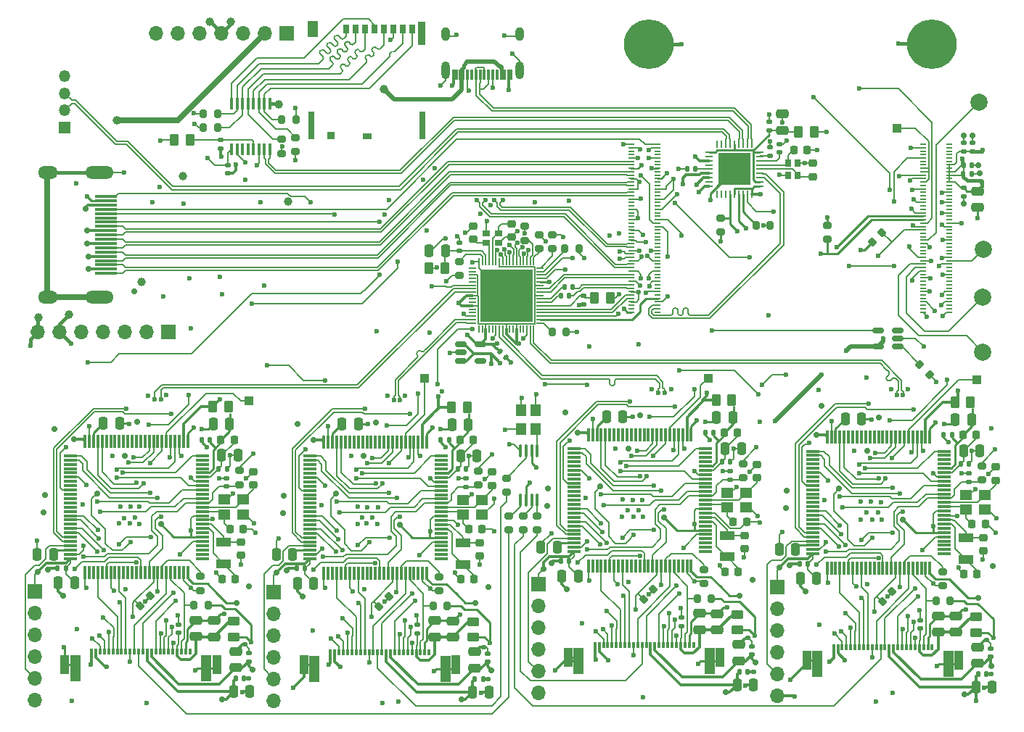
<source format=gbr>
%TF.GenerationSoftware,KiCad,Pcbnew,9.0.0*%
%TF.CreationDate,2026-01-02T12:40:45+01:00*%
%TF.ProjectId,camera,63616d65-7261-42e6-9b69-6361645f7063,rev?*%
%TF.SameCoordinates,Original*%
%TF.FileFunction,Copper,L1,Top*%
%TF.FilePolarity,Positive*%
%FSLAX46Y46*%
G04 Gerber Fmt 4.6, Leading zero omitted, Abs format (unit mm)*
G04 Created by KiCad (PCBNEW 9.0.0) date 2026-01-02 12:40:45*
%MOMM*%
%LPD*%
G01*
G04 APERTURE LIST*
G04 Aperture macros list*
%AMRoundRect*
0 Rectangle with rounded corners*
0 $1 Rounding radius*
0 $2 $3 $4 $5 $6 $7 $8 $9 X,Y pos of 4 corners*
0 Add a 4 corners polygon primitive as box body*
4,1,4,$2,$3,$4,$5,$6,$7,$8,$9,$2,$3,0*
0 Add four circle primitives for the rounded corners*
1,1,$1+$1,$2,$3*
1,1,$1+$1,$4,$5*
1,1,$1+$1,$6,$7*
1,1,$1+$1,$8,$9*
0 Add four rect primitives between the rounded corners*
20,1,$1+$1,$2,$3,$4,$5,0*
20,1,$1+$1,$4,$5,$6,$7,0*
20,1,$1+$1,$6,$7,$8,$9,0*
20,1,$1+$1,$8,$9,$2,$3,0*%
G04 Aperture macros list end*
%TA.AperFunction,SMDPad,CuDef*%
%ADD10RoundRect,0.200000X-0.275000X0.200000X-0.275000X-0.200000X0.275000X-0.200000X0.275000X0.200000X0*%
%TD*%
%TA.AperFunction,SMDPad,CuDef*%
%ADD11RoundRect,0.250000X0.475000X-0.250000X0.475000X0.250000X-0.475000X0.250000X-0.475000X-0.250000X0*%
%TD*%
%TA.AperFunction,SMDPad,CuDef*%
%ADD12RoundRect,0.250000X0.450000X-0.262500X0.450000X0.262500X-0.450000X0.262500X-0.450000X-0.262500X0*%
%TD*%
%TA.AperFunction,SMDPad,CuDef*%
%ADD13RoundRect,0.150000X-0.512500X-0.150000X0.512500X-0.150000X0.512500X0.150000X-0.512500X0.150000X0*%
%TD*%
%TA.AperFunction,SMDPad,CuDef*%
%ADD14RoundRect,0.140000X-0.170000X0.140000X-0.170000X-0.140000X0.170000X-0.140000X0.170000X0.140000X0*%
%TD*%
%TA.AperFunction,SMDPad,CuDef*%
%ADD15RoundRect,0.250000X0.250000X0.475000X-0.250000X0.475000X-0.250000X-0.475000X0.250000X-0.475000X0*%
%TD*%
%TA.AperFunction,SMDPad,CuDef*%
%ADD16RoundRect,0.200000X0.200000X0.275000X-0.200000X0.275000X-0.200000X-0.275000X0.200000X-0.275000X0*%
%TD*%
%TA.AperFunction,SMDPad,CuDef*%
%ADD17RoundRect,0.225000X0.225000X0.250000X-0.225000X0.250000X-0.225000X-0.250000X0.225000X-0.250000X0*%
%TD*%
%TA.AperFunction,SMDPad,CuDef*%
%ADD18RoundRect,0.140000X0.140000X0.170000X-0.140000X0.170000X-0.140000X-0.170000X0.140000X-0.170000X0*%
%TD*%
%TA.AperFunction,SMDPad,CuDef*%
%ADD19RoundRect,0.225000X-0.250000X0.225000X-0.250000X-0.225000X0.250000X-0.225000X0.250000X0.225000X0*%
%TD*%
%TA.AperFunction,SMDPad,CuDef*%
%ADD20R,1.800000X1.000000*%
%TD*%
%TA.AperFunction,SMDPad,CuDef*%
%ADD21RoundRect,0.140000X0.170000X-0.140000X0.170000X0.140000X-0.170000X0.140000X-0.170000X-0.140000X0*%
%TD*%
%TA.AperFunction,ComponentPad*%
%ADD22R,1.700000X1.700000*%
%TD*%
%TA.AperFunction,ComponentPad*%
%ADD23O,1.700000X1.700000*%
%TD*%
%TA.AperFunction,SMDPad,CuDef*%
%ADD24R,1.000000X1.000000*%
%TD*%
%TA.AperFunction,SMDPad,CuDef*%
%ADD25R,2.600000X0.300000*%
%TD*%
%TA.AperFunction,ComponentPad*%
%ADD26O,3.300000X1.500000*%
%TD*%
%TA.AperFunction,ComponentPad*%
%ADD27O,2.300000X1.500000*%
%TD*%
%TA.AperFunction,SMDPad,CuDef*%
%ADD28R,0.800000X0.900000*%
%TD*%
%TA.AperFunction,SMDPad,CuDef*%
%ADD29RoundRect,0.140000X-0.140000X-0.170000X0.140000X-0.170000X0.140000X0.170000X-0.140000X0.170000X0*%
%TD*%
%TA.AperFunction,SMDPad,CuDef*%
%ADD30R,0.700000X0.200000*%
%TD*%
%TA.AperFunction,ComponentPad*%
%ADD31C,5.800000*%
%TD*%
%TA.AperFunction,SMDPad,CuDef*%
%ADD32RoundRect,0.250000X-0.250000X-0.475000X0.250000X-0.475000X0.250000X0.475000X-0.250000X0.475000X0*%
%TD*%
%TA.AperFunction,ComponentPad*%
%ADD33R,1.350000X1.350000*%
%TD*%
%TA.AperFunction,ComponentPad*%
%ADD34O,1.350000X1.350000*%
%TD*%
%TA.AperFunction,SMDPad,CuDef*%
%ADD35RoundRect,0.250000X-0.475000X0.250000X-0.475000X-0.250000X0.475000X-0.250000X0.475000X0.250000X0*%
%TD*%
%TA.AperFunction,SMDPad,CuDef*%
%ADD36C,2.000000*%
%TD*%
%TA.AperFunction,SMDPad,CuDef*%
%ADD37R,0.355600X1.399800*%
%TD*%
%TA.AperFunction,SMDPad,CuDef*%
%ADD38RoundRect,0.250000X-0.262500X-0.450000X0.262500X-0.450000X0.262500X0.450000X-0.262500X0.450000X0*%
%TD*%
%TA.AperFunction,SMDPad,CuDef*%
%ADD39RoundRect,0.075000X0.725000X0.075000X-0.725000X0.075000X-0.725000X-0.075000X0.725000X-0.075000X0*%
%TD*%
%TA.AperFunction,SMDPad,CuDef*%
%ADD40RoundRect,0.075000X0.075000X0.725000X-0.075000X0.725000X-0.075000X-0.725000X0.075000X-0.725000X0*%
%TD*%
%TA.AperFunction,SMDPad,CuDef*%
%ADD41RoundRect,0.250000X0.262500X0.450000X-0.262500X0.450000X-0.262500X-0.450000X0.262500X-0.450000X0*%
%TD*%
%TA.AperFunction,SMDPad,CuDef*%
%ADD42RoundRect,0.225000X0.250000X-0.225000X0.250000X0.225000X-0.250000X0.225000X-0.250000X-0.225000X0*%
%TD*%
%TA.AperFunction,SMDPad,CuDef*%
%ADD43RoundRect,0.100000X-0.100000X0.637500X-0.100000X-0.637500X0.100000X-0.637500X0.100000X0.637500X0*%
%TD*%
%TA.AperFunction,SMDPad,CuDef*%
%ADD44RoundRect,0.225000X-0.225000X-0.250000X0.225000X-0.250000X0.225000X0.250000X-0.225000X0.250000X0*%
%TD*%
%TA.AperFunction,SMDPad,CuDef*%
%ADD45RoundRect,0.200000X-0.053033X0.335876X-0.335876X0.053033X0.053033X-0.335876X0.335876X-0.053033X0*%
%TD*%
%TA.AperFunction,SMDPad,CuDef*%
%ADD46R,1.200000X1.400000*%
%TD*%
%TA.AperFunction,SMDPad,CuDef*%
%ADD47R,1.400000X1.200000*%
%TD*%
%TA.AperFunction,SMDPad,CuDef*%
%ADD48R,0.300000X0.800000*%
%TD*%
%TA.AperFunction,SMDPad,CuDef*%
%ADD49R,1.100000X2.200000*%
%TD*%
%TA.AperFunction,SMDPad,CuDef*%
%ADD50R,1.300000X3.050000*%
%TD*%
%TA.AperFunction,SMDPad,CuDef*%
%ADD51RoundRect,0.200000X0.053033X-0.335876X0.335876X-0.053033X-0.053033X0.335876X-0.335876X0.053033X0*%
%TD*%
%TA.AperFunction,SMDPad,CuDef*%
%ADD52RoundRect,0.150000X0.512500X0.150000X-0.512500X0.150000X-0.512500X-0.150000X0.512500X-0.150000X0*%
%TD*%
%TA.AperFunction,SMDPad,CuDef*%
%ADD53RoundRect,0.135000X-0.185000X0.135000X-0.185000X-0.135000X0.185000X-0.135000X0.185000X0.135000X0*%
%TD*%
%TA.AperFunction,SMDPad,CuDef*%
%ADD54R,0.711200X1.092200*%
%TD*%
%TA.AperFunction,SMDPad,CuDef*%
%ADD55R,0.889000X0.939800*%
%TD*%
%TA.AperFunction,SMDPad,CuDef*%
%ADD56R,1.041400X0.787400*%
%TD*%
%TA.AperFunction,SMDPad,CuDef*%
%ADD57R,1.143000X1.828800*%
%TD*%
%TA.AperFunction,SMDPad,CuDef*%
%ADD58R,0.711200X3.327400*%
%TD*%
%TA.AperFunction,SMDPad,CuDef*%
%ADD59R,0.863600X2.794000*%
%TD*%
%TA.AperFunction,SMDPad,CuDef*%
%ADD60RoundRect,0.140000X-0.219203X-0.021213X-0.021213X-0.219203X0.219203X0.021213X0.021213X0.219203X0*%
%TD*%
%TA.AperFunction,SMDPad,CuDef*%
%ADD61RoundRect,0.062500X-0.062500X0.350000X-0.062500X-0.350000X0.062500X-0.350000X0.062500X0.350000X0*%
%TD*%
%TA.AperFunction,SMDPad,CuDef*%
%ADD62RoundRect,0.062500X-0.350000X0.062500X-0.350000X-0.062500X0.350000X-0.062500X0.350000X0.062500X0*%
%TD*%
%TA.AperFunction,HeatsinkPad*%
%ADD63R,3.700000X3.700000*%
%TD*%
%TA.AperFunction,SMDPad,CuDef*%
%ADD64R,0.900000X0.800000*%
%TD*%
%TA.AperFunction,SMDPad,CuDef*%
%ADD65RoundRect,0.200000X0.335876X0.053033X0.053033X0.335876X-0.335876X-0.053033X-0.053033X-0.335876X0*%
%TD*%
%TA.AperFunction,SMDPad,CuDef*%
%ADD66RoundRect,0.200000X-0.200000X-0.275000X0.200000X-0.275000X0.200000X0.275000X-0.200000X0.275000X0*%
%TD*%
%TA.AperFunction,SMDPad,CuDef*%
%ADD67RoundRect,0.200000X0.275000X-0.200000X0.275000X0.200000X-0.275000X0.200000X-0.275000X-0.200000X0*%
%TD*%
%TA.AperFunction,SMDPad,CuDef*%
%ADD68R,0.850000X0.200000*%
%TD*%
%TA.AperFunction,SMDPad,CuDef*%
%ADD69R,0.200000X0.850000*%
%TD*%
%TA.AperFunction,SMDPad,CuDef*%
%ADD70R,6.200000X6.200000*%
%TD*%
%TA.AperFunction,SMDPad,CuDef*%
%ADD71R,0.300000X1.150000*%
%TD*%
%TA.AperFunction,HeatsinkPad*%
%ADD72O,1.000000X2.100000*%
%TD*%
%TA.AperFunction,HeatsinkPad*%
%ADD73O,1.000000X1.600000*%
%TD*%
%TA.AperFunction,ViaPad*%
%ADD74C,0.600000*%
%TD*%
%TA.AperFunction,ViaPad*%
%ADD75C,1.000000*%
%TD*%
%TA.AperFunction,ViaPad*%
%ADD76C,0.700000*%
%TD*%
%TA.AperFunction,Conductor*%
%ADD77C,0.200000*%
%TD*%
%TA.AperFunction,Conductor*%
%ADD78C,0.180000*%
%TD*%
%TA.AperFunction,Conductor*%
%ADD79C,0.300000*%
%TD*%
%TA.AperFunction,Conductor*%
%ADD80C,0.170000*%
%TD*%
%TA.AperFunction,Conductor*%
%ADD81C,0.240000*%
%TD*%
%TA.AperFunction,Conductor*%
%ADD82C,0.400000*%
%TD*%
%TA.AperFunction,Conductor*%
%ADD83C,0.700000*%
%TD*%
%TA.AperFunction,Conductor*%
%ADD84C,0.250000*%
%TD*%
%TA.AperFunction,Conductor*%
%ADD85C,0.500000*%
%TD*%
%TA.AperFunction,Conductor*%
%ADD86C,0.130000*%
%TD*%
%TA.AperFunction,Conductor*%
%ADD87C,0.220000*%
%TD*%
G04 APERTURE END LIST*
D10*
%TO.P,R22,1*%
%TO.N,Net-(U10-BOOT0)*%
X92640000Y-34850000D03*
%TO.P,R22,2*%
%TO.N,GND*%
X92640000Y-36500000D03*
%TD*%
D11*
%TO.P,C88,1*%
%TO.N,1.5v out*%
X124660000Y-45580000D03*
%TO.P,C88,2*%
%TO.N,GND*%
X124660000Y-43680000D03*
%TD*%
D10*
%TO.P,R38,1*%
%TO.N,Net-(U12-BOOT0)*%
X120525000Y-34900000D03*
%TO.P,R38,2*%
%TO.N,GND*%
X120525000Y-36550000D03*
%TD*%
D12*
%TO.P,FB6,1*%
%TO.N,2.8v out*%
X96550000Y-41932500D03*
%TO.P,FB6,2*%
%TO.N,Net-(C44-Pad1)*%
X96550000Y-40107500D03*
%TD*%
D13*
%TO.P,U1,1,IN*%
%TO.N,+3.3V*%
X123010000Y-7760000D03*
%TO.P,U1,2,GND*%
%TO.N,GND*%
X123010000Y-8710000D03*
%TO.P,U1,3,EN*%
%TO.N,+3.3V*%
X123010000Y-9660000D03*
%TO.P,U1,4,NC*%
%TO.N,unconnected-(U1-NC-Pad4)*%
X125285000Y-9660000D03*
%TO.P,U1,5,OUT*%
%TO.N,/1.05V out*%
X125285000Y-7760000D03*
%TD*%
D14*
%TO.P,C27,1*%
%TO.N,GND*%
X159015000Y18215000D03*
%TO.P,C27,2*%
%TO.N,Net-(C27-Pad2)*%
X159015000Y17255000D03*
%TD*%
D12*
%TO.P,FB8,1*%
%TO.N,2.8v out*%
X155277500Y-41130000D03*
%TO.P,FB8,2*%
%TO.N,Net-(C67-Pad1)*%
X155277500Y-39305000D03*
%TD*%
D15*
%TO.P,C47,1*%
%TO.N,Net-(U10-VDDA)*%
X96029998Y-17065000D03*
%TO.P,C47,2*%
%TO.N,GND*%
X94129998Y-17065000D03*
%TD*%
D16*
%TO.P,R7,1*%
%TO.N,+3.3V*%
X136810000Y3475000D03*
%TO.P,R7,2*%
%TO.N,Net-(IC1-SPISO)*%
X135160000Y3475000D03*
%TD*%
%TO.P,R5,1*%
%TO.N,+3.3V*%
X135342500Y-6270000D03*
%TO.P,R5,2*%
%TO.N,Net-(IC1-SMIB)*%
X133692500Y-6270000D03*
%TD*%
D10*
%TO.P,R17,1*%
%TO.N,/USB_HUB_SDA*%
X153320000Y7010000D03*
%TO.P,R17,2*%
%TO.N,+3.3V*%
X153320000Y5360000D03*
%TD*%
D17*
%TO.P,C71,1*%
%TO.N,Net-(U11-PC14)*%
X155417500Y-34352500D03*
%TO.P,C71,2*%
%TO.N,GND*%
X153867500Y-34352500D03*
%TD*%
D15*
%TO.P,C93,1*%
%TO.N,Net-(U12-VDDA)*%
X123914998Y-17115000D03*
%TO.P,C93,2*%
%TO.N,GND*%
X122014998Y-17115000D03*
%TD*%
D18*
%TO.P,C26,1*%
%TO.N,Net-(U9-CRFILT)*%
X150395000Y12730000D03*
%TO.P,C26,2*%
%TO.N,GND*%
X149435000Y12730000D03*
%TD*%
D19*
%TO.P,C95,1*%
%TO.N,Net-(U12-PC15)*%
X125265000Y-30905000D03*
%TO.P,C95,2*%
%TO.N,GND*%
X125265000Y-32455000D03*
%TD*%
D14*
%TO.P,C21,1*%
%TO.N,Net-(U8-VDDA)*%
X94980000Y16095100D03*
%TO.P,C21,2*%
%TO.N,GND*%
X94980000Y15135100D03*
%TD*%
D20*
%TO.P,Y8,1,1*%
%TO.N,Net-(U11-PC15)*%
X154097500Y-30087500D03*
%TO.P,Y8,2,2*%
%TO.N,Net-(U11-PC14)*%
X154097500Y-32587500D03*
%TD*%
D10*
%TO.P,R4,1*%
%TO.N,Net-(U2-1Y3)*%
X131935000Y-27775000D03*
%TO.P,R4,2*%
%TO.N,/MCLK2*%
X131935000Y-29425000D03*
%TD*%
D20*
%TO.P,Y5,1,1*%
%TO.N,Net-(U10-PC15)*%
X95370000Y-30890000D03*
%TO.P,Y5,2,2*%
%TO.N,Net-(U10-PC14)*%
X95370000Y-33390000D03*
%TD*%
D10*
%TO.P,R8,1*%
%TO.N,GND*%
X133735000Y5055000D03*
%TO.P,R8,2*%
%TO.N,Net-(IC1-SPICSB)*%
X133735000Y3405000D03*
%TD*%
D21*
%TO.P,C25,1*%
%TO.N,Net-(U9-PLLFILT)*%
X160165000Y14700000D03*
%TO.P,C25,2*%
%TO.N,GND*%
X160165000Y15660000D03*
%TD*%
D18*
%TO.P,C81,1*%
%TO.N,+3.3V*%
X104830000Y-33945000D03*
%TO.P,C81,2*%
%TO.N,GND*%
X103870000Y-33945000D03*
%TD*%
D22*
%TO.P,J8,1,Pin_1*%
%TO.N,+3.3V*%
X73335000Y-36605000D03*
D23*
%TO.P,J8,2,Pin_2*%
%TO.N,/stm-camera0/SWO*%
X73335000Y-39145000D03*
%TO.P,J8,3,Pin_3*%
%TO.N,/stm-camera0/STM_RST*%
X73335000Y-41685000D03*
%TO.P,J8,4,Pin_4*%
%TO.N,/stm-camera0/SWCLK*%
X73335000Y-44225000D03*
%TO.P,J8,5,Pin_5*%
%TO.N,/stm-camera0/SWDIO*%
X73335000Y-46765000D03*
%TO.P,J8,6,Pin_6*%
%TO.N,GND*%
X73335000Y-49305000D03*
%TD*%
D15*
%TO.P,C84,1*%
%TO.N,GND*%
X126313899Y-48363899D03*
%TO.P,C84,2*%
%TO.N,2.8v out*%
X124413899Y-48363899D03*
%TD*%
D19*
%TO.P,C49,1*%
%TO.N,Net-(U10-PC15)*%
X97380000Y-30855000D03*
%TO.P,C49,2*%
%TO.N,GND*%
X97380000Y-32405000D03*
%TD*%
D16*
%TO.P,R49,1*%
%TO.N,2.8v out*%
X180131101Y-37690618D03*
%TO.P,R49,2*%
%TO.N,/stm-camera3/cam_SDA*%
X178481101Y-37690618D03*
%TD*%
D15*
%TO.P,C70,1*%
%TO.N,Net-(U11-VDDA)*%
X154757498Y-16262500D03*
%TO.P,C70,2*%
%TO.N,GND*%
X152857498Y-16262500D03*
%TD*%
D24*
%TO.P,TP8,1,1*%
%TO.N,Net-(U11-PA7)*%
X151920000Y-11700000D03*
%TD*%
D18*
%TO.P,C59,1*%
%TO.N,GND*%
X154472500Y-21482500D03*
%TO.P,C59,2*%
%TO.N,Net-(U11-VREF+)*%
X153512500Y-21482500D03*
%TD*%
D12*
%TO.P,FB10,1*%
%TO.N,2.8v out*%
X124435000Y-41982500D03*
%TO.P,FB10,2*%
%TO.N,Net-(C90-Pad1)*%
X124435000Y-40157500D03*
%TD*%
D25*
%TO.P,J3,1,D2+*%
%TO.N,/HDMI_D2+*%
X81595000Y533000D03*
%TO.P,J3,2,D2S*%
%TO.N,GND*%
X81595000Y1033000D03*
%TO.P,J3,3,D2-*%
%TO.N,/HDMI_D2-*%
X81595000Y1533000D03*
%TO.P,J3,4,D1+*%
%TO.N,/HDMI_D1+*%
X81595000Y2033000D03*
%TO.P,J3,5,D1S*%
%TO.N,GND*%
X81595000Y2533000D03*
%TO.P,J3,6,D1-*%
%TO.N,/HDMI_D1-*%
X81595000Y3033000D03*
%TO.P,J3,7,D0+*%
%TO.N,/HDMI_D0+*%
X81595000Y3533000D03*
%TO.P,J3,8,D0S*%
%TO.N,GND*%
X81595000Y4033000D03*
%TO.P,J3,9,D0-*%
%TO.N,/HDMI_D0-*%
X81595000Y4533000D03*
%TO.P,J3,10,CK+*%
%TO.N,/HDMI_CK+*%
X81595000Y5033000D03*
%TO.P,J3,11,CKS*%
%TO.N,GND*%
X81595000Y5533000D03*
%TO.P,J3,12,CK-*%
%TO.N,/HDMI_CK-*%
X81595000Y6033000D03*
%TO.P,J3,13,CEC*%
%TO.N,/HDMI_CEC*%
X81595000Y6533000D03*
%TO.P,J3,14,UTILITY*%
%TO.N,unconnected-(J3-UTILITY-Pad14)*%
X81595000Y7033000D03*
%TO.P,J3,15,SCL*%
%TO.N,/HDMI_SCL*%
X81595000Y7533000D03*
%TO.P,J3,16,SDA*%
%TO.N,/HDMI_SDA*%
X81595000Y8033000D03*
%TO.P,J3,17,GND*%
%TO.N,GND*%
X81595000Y8533000D03*
%TO.P,J3,18,+5V*%
%TO.N,+5V*%
X81595000Y9033000D03*
%TO.P,J3,19,HPD*%
%TO.N,/HDMI_HPD*%
X81595000Y9533000D03*
D26*
%TO.P,J3,SH,SH*%
%TO.N,GND*%
X80835000Y-2217000D03*
X80835000Y12283000D03*
D27*
X74875000Y-2217000D03*
X74875000Y12283000D03*
%TD*%
D28*
%TO.P,Y3,1,1*%
%TO.N,Net-(U9-XTALOUT)*%
X162360000Y12025000D03*
%TO.P,Y3,2,2*%
%TO.N,GND*%
X162360000Y13425000D03*
%TO.P,Y3,3,3*%
%TO.N,Net-(U9-XTALIN{slash}CLKIN)*%
X161260000Y13425000D03*
%TO.P,Y3,4,4*%
%TO.N,GND*%
X161260000Y12025000D03*
%TD*%
D11*
%TO.P,C45,1*%
%TO.N,Net-(C44-Pad1)*%
X92140000Y-41890000D03*
%TO.P,C45,2*%
%TO.N,GND*%
X92140000Y-39990000D03*
%TD*%
D29*
%TO.P,C4,1*%
%TO.N,+5V*%
X181670000Y13170000D03*
%TO.P,C4,2*%
%TO.N,GND*%
X182630000Y13170000D03*
%TD*%
%TO.P,C16,1*%
%TO.N,Net-(IC1-PETXN)*%
X135115000Y-1090000D03*
%TO.P,C16,2*%
%TO.N,/PCIe_RX-*%
X136075000Y-1090000D03*
%TD*%
D30*
%TO.P,U3,1,GND*%
%TO.N,GND*%
X180015000Y-3985000D03*
%TO.P,U3,2,GND*%
X176935000Y-3985000D03*
%TO.P,U3,3,ETHERNET_PAIR3_P*%
%TO.N,unconnected-(U3A-ETHERNET_PAIR3_P-Pad3)*%
X180015000Y-3585000D03*
%TO.P,U3,4,ETHERNET_PAIR1_P*%
%TO.N,unconnected-(U3A-ETHERNET_PAIR1_P-Pad4)*%
X176935000Y-3585000D03*
%TO.P,U3,5,ETHERNET_PAIR3_N*%
%TO.N,unconnected-(U3A-ETHERNET_PAIR3_N-Pad5)*%
X180015000Y-3185000D03*
%TO.P,U3,6,ETHERNET_PAIR1_N*%
%TO.N,unconnected-(U3A-ETHERNET_PAIR1_N-Pad6)*%
X176935000Y-3185000D03*
%TO.P,U3,7,GND*%
%TO.N,GND*%
X180015000Y-2785000D03*
%TO.P,U3,8,GND*%
X176935000Y-2785000D03*
%TO.P,U3,9,ETHERNET_PAIR2_N*%
%TO.N,unconnected-(U3A-ETHERNET_PAIR2_N-Pad9)*%
X180015000Y-2385000D03*
%TO.P,U3,10,ETHERNET_PAIR0_N*%
%TO.N,unconnected-(U3A-ETHERNET_PAIR0_N-Pad10)*%
X176935000Y-2385000D03*
%TO.P,U3,11,ETHERNET_PAIR2_P*%
%TO.N,unconnected-(U3A-ETHERNET_PAIR2_P-Pad11)*%
X180015000Y-1985000D03*
%TO.P,U3,12,ETHERNET_PAIR0_P*%
%TO.N,unconnected-(U3A-ETHERNET_PAIR0_P-Pad12)*%
X176935000Y-1985000D03*
%TO.P,U3,13,GND*%
%TO.N,GND*%
X180015000Y-1585000D03*
%TO.P,U3,14,GND*%
X176935000Y-1585000D03*
%TO.P,U3,15,ETHERNET_~{LED3}*%
%TO.N,unconnected-(U3A-ETHERNET_~{LED3}-Pad15)*%
X180015000Y-1185000D03*
%TO.P,U3,16,ETHERNET_SYNC_IN*%
%TO.N,unconnected-(U3A-ETHERNET_SYNC_IN-Pad16)*%
X176935000Y-1185000D03*
%TO.P,U3,17,ETHERNET_~{LED2}*%
%TO.N,unconnected-(U3A-ETHERNET_~{LED2}-Pad17)*%
X180015000Y-785000D03*
%TO.P,U3,18,ETHERNET_SYNC_OUT*%
%TO.N,unconnected-(U3A-ETHERNET_SYNC_OUT-Pad18)*%
X176935000Y-785000D03*
%TO.P,U3,19,ETHERNET_~{LED1}*%
%TO.N,unconnected-(U3A-ETHERNET_~{LED1}-Pad19)*%
X180015000Y-385000D03*
%TO.P,U3,20,EEPROM_~{WP}*%
%TO.N,unconnected-(U3A-EEPROM_~{WP}-Pad20)*%
X176935000Y-385000D03*
%TO.P,U3,21,PI_~{LED}_ACTIVITY*%
%TO.N,unconnected-(U3A-PI_~{LED}_ACTIVITY-Pad21)*%
X180015000Y15000D03*
%TO.P,U3,22,GND*%
%TO.N,GND*%
X176935000Y15000D03*
%TO.P,U3,23,GND*%
X180015000Y415000D03*
%TO.P,U3,24,GPIO26*%
%TO.N,unconnected-(U3A-GPIO26-Pad24)*%
X176935000Y415000D03*
%TO.P,U3,25,GPIO21*%
%TO.N,unconnected-(U3A-GPIO21-Pad25)*%
X180015000Y815000D03*
%TO.P,U3,26,GPIO19*%
%TO.N,GPIO_Cam_Trigger*%
X176935000Y815000D03*
%TO.P,U3,27,GPIO20*%
%TO.N,unconnected-(U3A-GPIO20-Pad27)*%
X180015000Y1215000D03*
%TO.P,U3,28,GPIO13*%
%TO.N,/GPIO_TP_4*%
X176935000Y1215000D03*
%TO.P,U3,29,GPIO16*%
%TO.N,/MIPI_RESET*%
X180015000Y1615000D03*
%TO.P,U3,30,GPIO6*%
%TO.N,/GPIO_TP_3*%
X176935000Y1615000D03*
%TO.P,U3,31,GPIO12*%
%TO.N,/GPIO_TP_2*%
X180015000Y2015000D03*
%TO.P,U3,32,GND*%
%TO.N,GND*%
X176935000Y2015000D03*
%TO.P,U3,33,GND*%
X180015000Y2415000D03*
%TO.P,U3,34,GPIO5*%
%TO.N,/power SCL*%
X176935000Y2415000D03*
%TO.P,U3,35,ID_SC*%
%TO.N,unconnected-(U3A-ID_SC-Pad35)*%
X180015000Y2815000D03*
%TO.P,U3,36,ID_SD*%
%TO.N,unconnected-(U3A-ID_SD-Pad36)*%
X176935000Y2815000D03*
%TO.P,U3,37,GPIO7*%
%TO.N,unconnected-(U3A-GPIO7-Pad37)*%
X180015000Y3215000D03*
%TO.P,U3,38,GPIO11*%
%TO.N,unconnected-(U3A-GPIO11-Pad38)*%
X176935000Y3215000D03*
%TO.P,U3,39,GPIO8*%
%TO.N,unconnected-(U3A-GPIO8-Pad39)*%
X180015000Y3615000D03*
%TO.P,U3,40,GPIO9*%
%TO.N,unconnected-(U3A-GPIO9-Pad40)*%
X176935000Y3615000D03*
%TO.P,U3,41,GPIO25*%
%TO.N,unconnected-(U3A-GPIO25-Pad41)*%
X180015000Y4015000D03*
%TO.P,U3,42,GND*%
%TO.N,GND*%
X176935000Y4015000D03*
%TO.P,U3,43,GND*%
X180015000Y4415000D03*
%TO.P,U3,44,GPIO10*%
%TO.N,/GPIO_TP_1*%
X176935000Y4415000D03*
%TO.P,U3,45,GPIO24*%
%TO.N,unconnected-(U3A-GPIO24-Pad45)*%
X180015000Y4815000D03*
%TO.P,U3,46,GPIO22*%
%TO.N,unconnected-(U3A-GPIO22-Pad46)*%
X176935000Y4815000D03*
%TO.P,U3,47,GPIO23*%
%TO.N,unconnected-(U3A-GPIO23-Pad47)*%
X180015000Y5215000D03*
%TO.P,U3,48,GPIO27*%
%TO.N,unconnected-(U3A-GPIO27-Pad48)*%
X176935000Y5215000D03*
%TO.P,U3,49,GPIO18*%
%TO.N,unconnected-(U3A-GPIO18-Pad49)*%
X180015000Y5615000D03*
%TO.P,U3,50,GPIO17*%
%TO.N,/PONRSTB*%
X176935000Y5615000D03*
%TO.P,U3,51,GPIO15*%
%TO.N,/MIPI_CMPDNF*%
X180015000Y6015000D03*
%TO.P,U3,52,GND*%
%TO.N,GND*%
X176935000Y6015000D03*
%TO.P,U3,53,GND*%
X180015000Y6415000D03*
%TO.P,U3,54,GPIO4*%
%TO.N,/power SDA*%
X176935000Y6415000D03*
%TO.P,U3,55,GPIO14*%
%TO.N,unconnected-(U3A-GPIO14-Pad55)*%
X180015000Y6815000D03*
%TO.P,U3,56,GPIO3*%
%TO.N,/USB_HUB_SCL*%
X176935000Y6815000D03*
%TO.P,U3,57,SD_CLK*%
%TO.N,unconnected-(U3A-SD_CLK-Pad57)*%
X180015000Y7215000D03*
%TO.P,U3,58,GPIO2*%
%TO.N,/USB_HUB_SDA*%
X176935000Y7215000D03*
%TO.P,U3,59,GND*%
%TO.N,GND*%
X180015000Y7615000D03*
%TO.P,U3,60,GND*%
X176935000Y7615000D03*
%TO.P,U3,61,SD_DAT3*%
%TO.N,unconnected-(U3A-SD_DAT3-Pad61)*%
X180015000Y8015000D03*
%TO.P,U3,62,SD_CMD*%
%TO.N,unconnected-(U3A-SD_CMD-Pad62)*%
X176935000Y8015000D03*
%TO.P,U3,63,SD_DAT0*%
%TO.N,unconnected-(U3A-SD_DAT0-Pad63)*%
X180015000Y8415000D03*
%TO.P,U3,64,SD_DAT5*%
%TO.N,unconnected-(U3A-SD_DAT5-Pad64)*%
X176935000Y8415000D03*
%TO.P,U3,65,GND*%
%TO.N,GND*%
X180015000Y8815000D03*
%TO.P,U3,66,GND*%
X176935000Y8815000D03*
%TO.P,U3,67,SD_DAT1*%
%TO.N,unconnected-(U3A-SD_DAT1-Pad67)*%
X180015000Y9215000D03*
%TO.P,U3,68,SD_DAT4*%
%TO.N,unconnected-(U3A-SD_DAT4-Pad68)*%
X176935000Y9215000D03*
%TO.P,U3,69,SD_DAT2*%
%TO.N,unconnected-(U3A-SD_DAT2-Pad69)*%
X180015000Y9615000D03*
%TO.P,U3,70,SD_DAT7*%
%TO.N,unconnected-(U3A-SD_DAT7-Pad70)*%
X176935000Y9615000D03*
%TO.P,U3,71,GND*%
%TO.N,GND*%
X180015000Y10015000D03*
%TO.P,U3,72,SD_DAT6*%
%TO.N,unconnected-(U3A-SD_DAT6-Pad72)*%
X176935000Y10015000D03*
%TO.P,U3,73,SD_VDD_OVERRIDE*%
%TO.N,unconnected-(U3A-SD_VDD_OVERRIDE-Pad73)*%
X180015000Y10415000D03*
%TO.P,U3,74,GND*%
%TO.N,GND*%
X176935000Y10415000D03*
%TO.P,U3,75,SD_PWR_ON*%
%TO.N,unconnected-(U3A-SD_PWR_ON-Pad75)*%
X180015000Y10815000D03*
%TO.P,U3,76,RESERVED*%
%TO.N,unconnected-(U3A-RESERVED-Pad76)*%
X176935000Y10815000D03*
%TO.P,U3,77,+5V(INPUT)*%
%TO.N,+5V*%
X180015000Y11215000D03*
%TO.P,U3,78,GPIO_VREF*%
%TO.N,Net-(U3A-GPIO_VREF)*%
X176935000Y11215000D03*
%TO.P,U3,79,+5V(INPUT)*%
%TO.N,+5V*%
X180015000Y11615000D03*
%TO.P,U3,80,SCL0*%
%TO.N,/MIPI_SCL*%
X176935000Y11615000D03*
%TO.P,U3,81,+5V(INPUT)*%
%TO.N,+5V*%
X180015000Y12015000D03*
%TO.P,U3,82,SDA0*%
%TO.N,/MIPI_SDA*%
X176935000Y12015000D03*
%TO.P,U3,83,+5V(INPUT)*%
%TO.N,+5V*%
X180015000Y12415000D03*
%TO.P,U3,84,CM4_3.3V(OUTPUT)*%
%TO.N,Net-(U3A-GPIO_VREF)*%
X176935000Y12415000D03*
%TO.P,U3,85,+5V(INPUT)*%
%TO.N,+5V*%
X180015000Y12815000D03*
%TO.P,U3,86,CM4_3.3V(OUTPUT)*%
%TO.N,Net-(U3A-GPIO_VREF)*%
X176935000Y12815000D03*
%TO.P,U3,87,+5V(INPUT)*%
%TO.N,+5V*%
X180015000Y13215000D03*
%TO.P,U3,88,CM4_1.8V(OUTPUT)*%
%TO.N,unconnected-(U3A-CM4_1.8V(OUTPUT)-Pad88)_1*%
X176935000Y13215000D03*
%TO.P,U3,89,WL_~{DISABLE}*%
%TO.N,unconnected-(U3A-WL_~{DISABLE}-Pad89)*%
X180015000Y13615000D03*
%TO.P,U3,90,CM4_1.8V(OUTPUT)*%
%TO.N,unconnected-(U3A-CM4_1.8V(OUTPUT)-Pad88)*%
X176935000Y13615000D03*
%TO.P,U3,91,BT_~{DISABLE}*%
%TO.N,unconnected-(U3A-BT_~{DISABLE}-Pad91)*%
X180015000Y14015000D03*
%TO.P,U3,92,RUN_PG*%
%TO.N,/RUN_PG*%
X176935000Y14015000D03*
%TO.P,U3,93,~{RPIBOOT}*%
%TO.N,unconnected-(U3A-~{RPIBOOT}-Pad93)*%
X180015000Y14415000D03*
%TO.P,U3,94,ANALOGIP1*%
%TO.N,unconnected-(U3A-ANALOGIP1-Pad94)*%
X176935000Y14415000D03*
%TO.P,U3,95,PI_LED_~{PWR}*%
%TO.N,unconnected-(U3A-PI_LED_~{PWR}-Pad95)*%
X180015000Y14815000D03*
%TO.P,U3,96,ANALOGIP0*%
%TO.N,unconnected-(U3A-ANALOGIP0-Pad96)*%
X176935000Y14815000D03*
%TO.P,U3,97,CAMERA_GPIO*%
%TO.N,unconnected-(U3A-CAMERA_GPIO-Pad97)*%
X180015000Y15215000D03*
%TO.P,U3,98,GND*%
%TO.N,GND*%
X176935000Y15215000D03*
%TO.P,U3,99,GLOBAL_EN*%
%TO.N,unconnected-(U3A-GLOBAL_EN-Pad99)*%
X180015000Y15615000D03*
%TO.P,U3,100,~{EXTRST}*%
%TO.N,unconnected-(U3A-~{EXTRST}-Pad100)*%
X176935000Y15615000D03*
%TO.P,U3,101,USB_OTG_ID*%
%TO.N,unconnected-(U3B-USB_OTG_ID-Pad101)*%
X146015000Y-3985000D03*
%TO.P,U3,102,PCIE_CLK_~{REQ}*%
%TO.N,/PCIe_CLK_nREQ*%
X142935000Y-3985000D03*
%TO.P,U3,103,USB_N*%
%TO.N,/USB_HUB_UP_D-*%
X146015000Y-3585000D03*
%TO.P,U3,104,RESERVED*%
%TO.N,unconnected-(U3A-RESERVED-Pad104)*%
X142935000Y-3585000D03*
%TO.P,U3,105,USB_P*%
%TO.N,/USB_HUB_UP_D+*%
X146015000Y-3185000D03*
%TO.P,U3,106,RESERVED*%
%TO.N,unconnected-(U3A-RESERVED-Pad106)*%
X142935000Y-3185000D03*
%TO.P,U3,107,GND*%
%TO.N,GND*%
X146015000Y-2785000D03*
%TO.P,U3,108,GND*%
X142935000Y-2785000D03*
%TO.P,U3,109,PCIE_~{RST}*%
%TO.N,/PCIe_nRST*%
X146015000Y-2385000D03*
%TO.P,U3,110,PCIE_CLK_P*%
%TO.N,/PCIe_CLK_P*%
X142935000Y-2385000D03*
%TO.P,U3,111,VDAC_COMP*%
%TO.N,unconnected-(U3B-VDAC_COMP-Pad111)*%
X146015000Y-1985000D03*
%TO.P,U3,112,PCIE_CLK_N*%
%TO.N,/PCIe_CLK_N*%
X142935000Y-1985000D03*
%TO.P,U3,113,GND*%
%TO.N,GND*%
X146015000Y-1585000D03*
%TO.P,U3,114,GND*%
X142935000Y-1585000D03*
%TO.P,U3,115,CAM1_D0_N*%
%TO.N,unconnected-(U3B-CAM1_D0_N-Pad115)*%
X146015000Y-1185000D03*
%TO.P,U3,116,PCIE_RX_P*%
%TO.N,/PCIe_RX+*%
X142935000Y-1185000D03*
%TO.P,U3,117,CAM1_D0_P*%
%TO.N,unconnected-(U3B-CAM1_D0_P-Pad117)*%
X146015000Y-785000D03*
%TO.P,U3,118,PCIE_RX_N*%
%TO.N,/PCIe_RX-*%
X142935000Y-785000D03*
%TO.P,U3,119,GND*%
%TO.N,GND*%
X146015000Y-385000D03*
%TO.P,U3,120,GND*%
X142935000Y-385000D03*
%TO.P,U3,121,CAM1_D1_N*%
%TO.N,unconnected-(U3B-CAM1_D1_N-Pad121)*%
X146015000Y15000D03*
%TO.P,U3,122,PCIE_TX_P*%
%TO.N,/PCIe_TX+*%
X142935000Y15000D03*
%TO.P,U3,123,CAM1_D1_P*%
%TO.N,unconnected-(U3B-CAM1_D1_P-Pad123)*%
X146015000Y415000D03*
%TO.P,U3,124,PCIE_TX_N*%
%TO.N,/PCIe_TX-*%
X142935000Y415000D03*
%TO.P,U3,125,GND*%
%TO.N,GND*%
X146015000Y815000D03*
%TO.P,U3,126,GND*%
X142935000Y815000D03*
%TO.P,U3,127,CAM1_C_N*%
%TO.N,unconnected-(U3B-CAM1_C_N-Pad127)*%
X146015000Y1215000D03*
%TO.P,U3,128,CAM0_D0_N*%
%TO.N,/MIPI_MDN0*%
X142935000Y1215000D03*
%TO.P,U3,129,CAM1_C_P*%
%TO.N,unconnected-(U3B-CAM1_C_P-Pad129)*%
X146015000Y1615000D03*
%TO.P,U3,130,CAM0_D0_P*%
%TO.N,/MIPI_MDP0*%
X142935000Y1615000D03*
%TO.P,U3,131,GND*%
%TO.N,GND*%
X146015000Y2015000D03*
%TO.P,U3,132,GND*%
X142935000Y2015000D03*
%TO.P,U3,133,CAM1_D2_N*%
%TO.N,unconnected-(U3B-CAM1_D2_N-Pad133)*%
X146015000Y2415000D03*
%TO.P,U3,134,CAM0_D1_N*%
%TO.N,/MIPI_MDN1*%
X142935000Y2415000D03*
%TO.P,U3,135,CAM1_D2_P*%
%TO.N,unconnected-(U3B-CAM1_D2_P-Pad135)*%
X146015000Y2815000D03*
%TO.P,U3,136,CAM0_D1_P*%
%TO.N,/MIPI_MDP1*%
X142935000Y2815000D03*
%TO.P,U3,137,GND*%
%TO.N,GND*%
X146015000Y3215000D03*
%TO.P,U3,138,GND*%
X142935000Y3215000D03*
%TO.P,U3,139,CAM1_D3_N*%
%TO.N,unconnected-(U3B-CAM1_D3_N-Pad139)*%
X146015000Y3615000D03*
%TO.P,U3,140,CAM0_C_N*%
%TO.N,/MIPI_MCN*%
X142935000Y3615000D03*
%TO.P,U3,141,CAM1_D3_P*%
%TO.N,unconnected-(U3B-CAM1_D3_P-Pad141)*%
X146015000Y4015000D03*
%TO.P,U3,142,CAM0_C_P*%
%TO.N,/MIPI_MCP*%
X142935000Y4015000D03*
%TO.P,U3,143,HDMI1_HOTPLUG*%
%TO.N,unconnected-(U3B-HDMI1_HOTPLUG-Pad143)*%
X146015000Y4415000D03*
%TO.P,U3,144,GND*%
%TO.N,GND*%
X142935000Y4415000D03*
%TO.P,U3,145,HDMI1_SDA*%
%TO.N,unconnected-(U3B-HDMI1_SDA-Pad145)*%
X146015000Y4815000D03*
%TO.P,U3,146,HDMI1_TX2_P*%
%TO.N,unconnected-(U3B-HDMI1_TX2_P-Pad146)*%
X142935000Y4815000D03*
%TO.P,U3,147,HDMI1_SCL*%
%TO.N,unconnected-(U3B-HDMI1_SCL-Pad147)*%
X146015000Y5215000D03*
%TO.P,U3,148,HDMI1_TX2_N*%
%TO.N,unconnected-(U3B-HDMI1_TX2_N-Pad148)*%
X142935000Y5215000D03*
%TO.P,U3,149,HDMI1_CEC*%
%TO.N,unconnected-(U3B-HDMI1_CEC-Pad149)*%
X146015000Y5615000D03*
%TO.P,U3,150,GND*%
%TO.N,GND*%
X142935000Y5615000D03*
%TO.P,U3,151,HDMI0_CEC*%
%TO.N,/HDMI_CEC*%
X146015000Y6015000D03*
%TO.P,U3,152,HDMI1_TX1_P*%
%TO.N,unconnected-(U3B-HDMI1_TX1_P-Pad152)*%
X142935000Y6015000D03*
%TO.P,U3,153,HDMI0_HOTPLUG*%
%TO.N,/HDMI_HPD*%
X146015000Y6415000D03*
%TO.P,U3,154,HDMI1_TX1_N*%
%TO.N,unconnected-(U3B-HDMI1_TX1_N-Pad154)*%
X142935000Y6415000D03*
%TO.P,U3,155,GND*%
%TO.N,GND*%
X146015000Y6815000D03*
%TO.P,U3,156,GND*%
X142935000Y6815000D03*
%TO.P,U3,157,DSI0_D0_N*%
%TO.N,unconnected-(U3B-DSI0_D0_N-Pad157)*%
X146015000Y7215000D03*
%TO.P,U3,158,HDMI1_TX0_P*%
%TO.N,unconnected-(U3B-HDMI1_TX0_P-Pad158)*%
X142935000Y7215000D03*
%TO.P,U3,159,DSI0_D0_P*%
%TO.N,unconnected-(U3B-DSI0_D0_P-Pad159)*%
X146015000Y7615000D03*
%TO.P,U3,160,HDMI1_TX0_N*%
%TO.N,unconnected-(U3B-HDMI1_TX0_N-Pad160)*%
X142935000Y7615000D03*
%TO.P,U3,161,GND*%
%TO.N,GND*%
X146015000Y8015000D03*
%TO.P,U3,162,GND*%
X142935000Y8015000D03*
%TO.P,U3,163,DSI0_D1_N*%
%TO.N,unconnected-(U3B-DSI0_D1_N-Pad163)*%
X146015000Y8415000D03*
%TO.P,U3,164,HDMI1_CLK_P*%
%TO.N,unconnected-(U3B-HDMI1_CLK_P-Pad164)*%
X142935000Y8415000D03*
%TO.P,U3,165,DSI0_D1_P*%
%TO.N,unconnected-(U3B-DSI0_D1_P-Pad165)*%
X146015000Y8815000D03*
%TO.P,U3,166,HDMI1_CLK_N*%
%TO.N,unconnected-(U3B-HDMI1_CLK_N-Pad166)*%
X142935000Y8815000D03*
%TO.P,U3,167,GND*%
%TO.N,GND*%
X146015000Y9215000D03*
%TO.P,U3,168,GND*%
X142935000Y9215000D03*
%TO.P,U3,169,DSI0_C_N*%
%TO.N,unconnected-(U3B-DSI0_C_N-Pad169)*%
X146015000Y9615000D03*
%TO.P,U3,170,HDMI0_TX2_P*%
%TO.N,/HDMI_D2+*%
X142935000Y9615000D03*
%TO.P,U3,171,DSI0_C_P*%
%TO.N,unconnected-(U3B-DSI0_C_P-Pad171)*%
X146015000Y10015000D03*
%TO.P,U3,172,HDMI0_TX2_N*%
%TO.N,/HDMI_D2-*%
X142935000Y10015000D03*
%TO.P,U3,173,GND*%
%TO.N,GND*%
X146015000Y10415000D03*
%TO.P,U3,174,GND*%
X142935000Y10415000D03*
%TO.P,U3,175,DSI1_D0_N*%
%TO.N,unconnected-(U3B-DSI1_D0_N-Pad175)*%
X146015000Y10815000D03*
%TO.P,U3,176,HDMI0_TX1_P*%
%TO.N,/HDMI_D1+*%
X142935000Y10815000D03*
%TO.P,U3,177,DSI1_D0_P*%
%TO.N,unconnected-(U3B-DSI1_D0_P-Pad177)*%
X146015000Y11215000D03*
%TO.P,U3,178,HDMI0_TX1_N*%
%TO.N,/HDMI_D1-*%
X142935000Y11215000D03*
%TO.P,U3,179,GND*%
%TO.N,GND*%
X146015000Y11615000D03*
%TO.P,U3,180,GND*%
X142935000Y11615000D03*
%TO.P,U3,181,DSI1_D1_N*%
%TO.N,unconnected-(U3B-DSI1_D1_N-Pad181)*%
X146015000Y12015000D03*
%TO.P,U3,182,HDMI0_TX0_P*%
%TO.N,/HDMI_D0+*%
X142935000Y12015000D03*
%TO.P,U3,183,DSI1_D1_P*%
%TO.N,unconnected-(U3B-DSI1_D1_P-Pad183)*%
X146015000Y12415000D03*
%TO.P,U3,184,HDMI0_TX0_N*%
%TO.N,/HDMI_D0-*%
X142935000Y12415000D03*
%TO.P,U3,185,GND*%
%TO.N,GND*%
X146015000Y12815000D03*
%TO.P,U3,186,GND*%
X142935000Y12815000D03*
%TO.P,U3,187,DSI1_C_N*%
%TO.N,unconnected-(U3B-DSI1_C_N-Pad187)*%
X146015000Y13215000D03*
%TO.P,U3,188,HDMI0_CLK_P*%
%TO.N,/HDMI_CK+*%
X142935000Y13215000D03*
%TO.P,U3,189,DSI1_C_P*%
%TO.N,unconnected-(U3B-DSI1_C_P-Pad189)*%
X146015000Y13615000D03*
%TO.P,U3,190,HDMI0_CLK_N*%
%TO.N,/HDMI_CK-*%
X142935000Y13615000D03*
%TO.P,U3,191,GND*%
%TO.N,GND*%
X146015000Y14015000D03*
%TO.P,U3,192,GND*%
X142935000Y14015000D03*
%TO.P,U3,193,DSI1_D2_N*%
%TO.N,unconnected-(U3B-DSI1_D2_N-Pad193)*%
X146015000Y14415000D03*
%TO.P,U3,194,DSI1_D3_N*%
%TO.N,unconnected-(U3B-DSI1_D3_N-Pad194)*%
X142935000Y14415000D03*
%TO.P,U3,195,DSI1_D2_P*%
%TO.N,unconnected-(U3B-DSI1_D2_P-Pad195)*%
X146015000Y14815000D03*
%TO.P,U3,196,DSI1_D3_P*%
%TO.N,unconnected-(U3B-DSI1_D3_P-Pad196)*%
X142935000Y14815000D03*
%TO.P,U3,197,GND*%
%TO.N,GND*%
X146015000Y15215000D03*
%TO.P,U3,198,GND*%
X142935000Y15215000D03*
%TO.P,U3,199,HDMI0_SDA*%
%TO.N,/HDMI_SDA*%
X146015000Y15615000D03*
%TO.P,U3,200,HDMI0_SCL*%
%TO.N,/HDMI_SCL*%
X142935000Y15615000D03*
D31*
%TO.P,U3,SH1,MOUNTING_PADS*%
%TO.N,GND*%
X177975000Y27315000D03*
%TO.P,U3,SH3,MOUNTING_PADS*%
X144975000Y27315000D03*
%TD*%
D32*
%TO.P,C80,1*%
%TO.N,GND*%
X101512500Y-32318899D03*
%TO.P,C80,2*%
%TO.N,Net-(C80-Pad2)*%
X103412500Y-32318899D03*
%TD*%
D21*
%TO.P,C54,1*%
%TO.N,/stm-camera1/STM_RST*%
X154446399Y-23537499D03*
%TO.P,C54,2*%
%TO.N,GND*%
X154446399Y-22577499D03*
%TD*%
D16*
%TO.P,R14,1*%
%TO.N,Net-(J6-DAT2)*%
X94665000Y19205100D03*
%TO.P,R14,2*%
%TO.N,+3.3V*%
X93015000Y19205100D03*
%TD*%
D11*
%TO.P,C91,1*%
%TO.N,Net-(C90-Pad1)*%
X120025000Y-41940000D03*
%TO.P,C91,2*%
%TO.N,GND*%
X120025000Y-40040000D03*
%TD*%
D22*
%TO.P,J1,1,Pin_1*%
%TO.N,1.8v out*%
X102745000Y28595000D03*
D23*
%TO.P,J1,2,Pin_2*%
%TO.N,2.8v out*%
X100205000Y28595000D03*
%TO.P,J1,3,Pin_3*%
%TO.N,1.5v out*%
X97665000Y28595000D03*
%TO.P,J1,4,Pin_4*%
%TO.N,GND*%
X95125000Y28595000D03*
%TO.P,J1,5,Pin_5*%
%TO.N,/USBC-CC2*%
X92585000Y28595000D03*
%TO.P,J1,6,Pin_6*%
%TO.N,/USBC-CC1*%
X90045000Y28595000D03*
%TO.P,J1,7,Pin_7*%
%TO.N,/USBC-VBUS*%
X87505000Y28595000D03*
%TD*%
D19*
%TO.P,C76,1*%
%TO.N,GND*%
X126715000Y-22660000D03*
%TO.P,C76,2*%
%TO.N,Net-(U12-PH1)*%
X126715000Y-24210000D03*
%TD*%
D33*
%TO.P,J16,1,Pin_1*%
%TO.N,+5V*%
X76815000Y17590000D03*
D34*
%TO.P,J16,2,Pin_2*%
%TO.N,/USB3_D+*%
X76815000Y19590000D03*
%TO.P,J16,3,Pin_3*%
%TO.N,/USB3_D-*%
X76815000Y21590000D03*
%TO.P,J16,4,Pin_4*%
%TO.N,GND*%
X76815000Y23590000D03*
%TD*%
D17*
%TO.P,C94,1*%
%TO.N,Net-(U12-PC14)*%
X124575000Y-35205000D03*
%TO.P,C94,2*%
%TO.N,GND*%
X123025000Y-35205000D03*
%TD*%
D15*
%TO.P,C107,1*%
%TO.N,GND*%
X185005000Y-47779517D03*
%TO.P,C107,2*%
%TO.N,2.8v out*%
X183105000Y-47779517D03*
%TD*%
D35*
%TO.P,C7,1*%
%TO.N,+5V*%
X183335000Y10150000D03*
%TO.P,C7,2*%
%TO.N,GND*%
X183335000Y8250000D03*
%TD*%
D16*
%TO.P,R15,1*%
%TO.N,Net-(J6-CD{slash}DAT3)*%
X94665000Y17540100D03*
%TO.P,R15,2*%
%TO.N,+3.3V*%
X93015000Y17540100D03*
%TD*%
D10*
%TO.P,R9,1*%
%TO.N,GND*%
X132165000Y5060000D03*
%TO.P,R9,2*%
%TO.N,Net-(IC1-SPISCK)*%
X132165000Y3410000D03*
%TD*%
D36*
%TO.P,TP4,1,1*%
%TO.N,/GPIO_TP_4*%
X183895000Y-2255000D03*
%TD*%
D29*
%TO.P,C85,1*%
%TO.N,2.8v out*%
X124683899Y-46823899D03*
%TO.P,C85,2*%
%TO.N,GND*%
X125643899Y-46823899D03*
%TD*%
D10*
%TO.P,R45,1*%
%TO.N,+3.3V*%
X183791101Y-21960618D03*
%TO.P,R45,2*%
%TO.N,/stm-camera3/STM_RST*%
X183791101Y-23610618D03*
%TD*%
D21*
%TO.P,C100,1*%
%TO.N,/stm-camera3/STM_RST*%
X182295000Y-23805617D03*
%TO.P,C100,2*%
%TO.N,GND*%
X182295000Y-22845617D03*
%TD*%
D22*
%TO.P,J2,1,Pin_1*%
%TO.N,+3.3V*%
X88955000Y-6330000D03*
D23*
%TO.P,J2,2,Pin_2*%
%TO.N,+5V*%
X86415000Y-6330000D03*
%TO.P,J2,3,Pin_3*%
%TO.N,/power SCL*%
X83875000Y-6330000D03*
%TO.P,J2,4,Pin_4*%
%TO.N,/power SDA*%
X81335000Y-6330000D03*
%TO.P,J2,5,Pin_5*%
%TO.N,unconnected-(J2-Pin_5-Pad5)*%
X78795000Y-6330000D03*
%TO.P,J2,6,Pin_6*%
%TO.N,GND*%
X76255000Y-6330000D03*
%TO.P,J2,7,Pin_7*%
X73715000Y-6330000D03*
%TD*%
D11*
%TO.P,C115,1*%
%TO.N,Net-(C113-Pad1)*%
X180811101Y-41370618D03*
%TO.P,C115,2*%
%TO.N,GND*%
X180811101Y-39470618D03*
%TD*%
D18*
%TO.P,C36,1*%
%TO.N,GND*%
X95745000Y-22285000D03*
%TO.P,C36,2*%
%TO.N,Net-(U10-VREF+)*%
X94785000Y-22285000D03*
%TD*%
D15*
%TO.P,C56,1*%
%TO.N,GND*%
X141932500Y-16177500D03*
%TO.P,C56,2*%
%TO.N,Net-(C56-Pad2)*%
X140032500Y-16177500D03*
%TD*%
D37*
%TO.P,U8,1,VSS*%
%TO.N,GND*%
X100735000Y20346500D03*
%TO.P,U8,2,D1*%
%TO.N,Net-(J6-DAT1)*%
X100100000Y20346500D03*
%TO.P,U8,3,D0*%
%TO.N,Net-(J6-DA0)*%
X99465000Y20346500D03*
%TO.P,U8,4,CLK*%
%TO.N,Net-(J6-CLK)*%
X98830000Y20346500D03*
%TO.P,U8,5,CMD*%
%TO.N,Net-(J6-CMD)*%
X98195000Y20346500D03*
%TO.P,U8,6,D3*%
%TO.N,Net-(J6-CD{slash}DAT3)*%
X97560000Y20346500D03*
%TO.P,U8,7,D2*%
%TO.N,Net-(J6-DAT2)*%
X96925000Y20346500D03*
%TO.P,U8,8,PMOS*%
%TO.N,Net-(J6-VDD)*%
X96290000Y20346500D03*
%TO.P,U8,9,VDD*%
%TO.N,+3.3V*%
X96290000Y15035100D03*
%TO.P,U8,10,5V*%
%TO.N,+5V*%
X96925000Y15035100D03*
%TO.P,U8,11,GPIO*%
%TO.N,unconnected-(U8-GPIO-Pad11)*%
X97560000Y15035100D03*
%TO.P,U8,12,LED*%
%TO.N,unconnected-(U8-LED-Pad12)*%
X98195000Y15035100D03*
%TO.P,U8,13,VDDA*%
%TO.N,Net-(U8-VDDA)*%
X98830000Y15035100D03*
%TO.P,U8,14,VSS*%
%TO.N,GND*%
X99465000Y15035100D03*
%TO.P,U8,15,DP*%
%TO.N,/USB3_SD_D+*%
X100100000Y15035100D03*
%TO.P,U8,16,DM*%
%TO.N,/USB3_SD_D-*%
X100735000Y15035100D03*
%TD*%
D30*
%TO.P,J5,1,1*%
%TO.N,unconnected-(J5-Pad1)*%
X142935000Y15615000D03*
%TO.P,J5,2,2*%
%TO.N,unconnected-(J5-Pad2)*%
X146015000Y15615000D03*
%TO.P,J5,3,3*%
%TO.N,unconnected-(J5-Pad3)*%
X142935000Y15215000D03*
%TO.P,J5,4,4*%
%TO.N,unconnected-(J5-Pad4)*%
X146015000Y15215000D03*
%TO.P,J5,5,5*%
%TO.N,unconnected-(J5-Pad5)*%
X142935000Y14815000D03*
%TO.P,J5,6,6*%
%TO.N,unconnected-(J5-Pad6)*%
X146015000Y14815000D03*
%TO.P,J5,7,7*%
%TO.N,unconnected-(J5-Pad7)*%
X142935000Y14415000D03*
%TO.P,J5,8,8*%
%TO.N,unconnected-(J5-Pad8)*%
X146015000Y14415000D03*
%TO.P,J5,9,9*%
%TO.N,unconnected-(J5-Pad9)*%
X142935000Y14015000D03*
%TO.P,J5,10,10*%
%TO.N,unconnected-(J5-Pad10)*%
X146015000Y14015000D03*
%TO.P,J5,11,11*%
%TO.N,unconnected-(J5-Pad11)*%
X142935000Y13615000D03*
%TO.P,J5,12,12*%
%TO.N,unconnected-(J5-Pad12)*%
X146015000Y13615000D03*
%TO.P,J5,13,13*%
%TO.N,unconnected-(J5-Pad13)*%
X142935000Y13215000D03*
%TO.P,J5,14,14*%
%TO.N,unconnected-(J5-Pad14)*%
X146015000Y13215000D03*
%TO.P,J5,15,15*%
%TO.N,unconnected-(J5-Pad15)*%
X142935000Y12815000D03*
%TO.P,J5,16,16*%
%TO.N,unconnected-(J5-Pad16)*%
X146015000Y12815000D03*
%TO.P,J5,17,17*%
%TO.N,unconnected-(J5-Pad17)*%
X142935000Y12415000D03*
%TO.P,J5,18,18*%
%TO.N,unconnected-(J5-Pad18)*%
X146015000Y12415000D03*
%TO.P,J5,19,19*%
%TO.N,unconnected-(J5-Pad19)*%
X142935000Y12015000D03*
%TO.P,J5,20,20*%
%TO.N,unconnected-(J5-Pad20)*%
X146015000Y12015000D03*
%TO.P,J5,21,21*%
%TO.N,unconnected-(J5-Pad21)*%
X142935000Y11615000D03*
%TO.P,J5,22,22*%
%TO.N,unconnected-(J5-Pad22)*%
X146015000Y11615000D03*
%TO.P,J5,23,23*%
%TO.N,unconnected-(J5-Pad23)*%
X142935000Y11215000D03*
%TO.P,J5,24,24*%
%TO.N,unconnected-(J5-Pad24)*%
X146015000Y11215000D03*
%TO.P,J5,25,25*%
%TO.N,unconnected-(J5-Pad25)*%
X142935000Y10815000D03*
%TO.P,J5,26,26*%
%TO.N,unconnected-(J5-Pad26)*%
X146015000Y10815000D03*
%TO.P,J5,27,27*%
%TO.N,unconnected-(J5-Pad27)*%
X142935000Y10415000D03*
%TO.P,J5,28,28*%
%TO.N,unconnected-(J5-Pad28)*%
X146015000Y10415000D03*
%TO.P,J5,29,29*%
%TO.N,unconnected-(J5-Pad29)*%
X142935000Y10015000D03*
%TO.P,J5,30,30*%
%TO.N,unconnected-(J5-Pad30)*%
X146015000Y10015000D03*
%TO.P,J5,31,31*%
%TO.N,unconnected-(J5-Pad31)*%
X142935000Y9615000D03*
%TO.P,J5,32,32*%
%TO.N,unconnected-(J5-Pad32)*%
X146015000Y9615000D03*
%TO.P,J5,33,33*%
%TO.N,unconnected-(J5-Pad33)*%
X142935000Y9215000D03*
%TO.P,J5,34,34*%
%TO.N,unconnected-(J5-Pad34)*%
X146015000Y9215000D03*
%TO.P,J5,35,35*%
%TO.N,unconnected-(J5-Pad35)*%
X142935000Y8815000D03*
%TO.P,J5,36,36*%
%TO.N,unconnected-(J5-Pad36)*%
X146015000Y8815000D03*
%TO.P,J5,37,37*%
%TO.N,unconnected-(J5-Pad37)*%
X142935000Y8415000D03*
%TO.P,J5,38,38*%
%TO.N,unconnected-(J5-Pad38)*%
X146015000Y8415000D03*
%TO.P,J5,39,39*%
%TO.N,unconnected-(J5-Pad39)*%
X142935000Y8015000D03*
%TO.P,J5,40,40*%
%TO.N,unconnected-(J5-Pad40)*%
X146015000Y8015000D03*
%TO.P,J5,41,41*%
%TO.N,unconnected-(J5-Pad41)*%
X142935000Y7615000D03*
%TO.P,J5,42,42*%
%TO.N,unconnected-(J5-Pad42)*%
X146015000Y7615000D03*
%TO.P,J5,43,43*%
%TO.N,unconnected-(J5-Pad43)*%
X142935000Y7215000D03*
%TO.P,J5,44,44*%
%TO.N,unconnected-(J5-Pad44)*%
X146015000Y7215000D03*
%TO.P,J5,45,45*%
%TO.N,unconnected-(J5-Pad45)*%
X142935000Y6815000D03*
%TO.P,J5,46,46*%
%TO.N,unconnected-(J5-Pad46)*%
X146015000Y6815000D03*
%TO.P,J5,47,47*%
%TO.N,unconnected-(J5-Pad47)*%
X142935000Y6415000D03*
%TO.P,J5,48,48*%
%TO.N,unconnected-(J5-Pad48)*%
X146015000Y6415000D03*
%TO.P,J5,49,49*%
%TO.N,unconnected-(J5-Pad49)*%
X142935000Y6015000D03*
%TO.P,J5,50,50*%
%TO.N,unconnected-(J5-Pad50)*%
X146015000Y6015000D03*
%TO.P,J5,51,51*%
%TO.N,unconnected-(J5-Pad51)*%
X142935000Y5615000D03*
%TO.P,J5,52,52*%
%TO.N,unconnected-(J5-Pad52)*%
X146015000Y5615000D03*
%TO.P,J5,53,53*%
%TO.N,unconnected-(J5-Pad53)*%
X142935000Y5215000D03*
%TO.P,J5,54,54*%
%TO.N,unconnected-(J5-Pad54)*%
X146015000Y5215000D03*
%TO.P,J5,55,55*%
%TO.N,unconnected-(J5-Pad55)*%
X142935000Y4815000D03*
%TO.P,J5,56,56*%
%TO.N,unconnected-(J5-Pad56)*%
X146015000Y4815000D03*
%TO.P,J5,57,57*%
%TO.N,unconnected-(J5-Pad57)*%
X142935000Y4415000D03*
%TO.P,J5,58,58*%
%TO.N,unconnected-(J5-Pad58)*%
X146015000Y4415000D03*
%TO.P,J5,59,59*%
%TO.N,unconnected-(J5-Pad59)*%
X142935000Y4015000D03*
%TO.P,J5,60,60*%
%TO.N,unconnected-(J5-Pad60)*%
X146015000Y4015000D03*
%TO.P,J5,61,61*%
%TO.N,unconnected-(J5-Pad61)*%
X142935000Y3615000D03*
%TO.P,J5,62,62*%
%TO.N,unconnected-(J5-Pad62)*%
X146015000Y3615000D03*
%TO.P,J5,63,63*%
%TO.N,unconnected-(J5-Pad63)*%
X142935000Y3215000D03*
%TO.P,J5,64,64*%
%TO.N,unconnected-(J5-Pad64)*%
X146015000Y3215000D03*
%TO.P,J5,65,65*%
%TO.N,unconnected-(J5-Pad65)*%
X142935000Y2815000D03*
%TO.P,J5,66,66*%
%TO.N,unconnected-(J5-Pad66)*%
X146015000Y2815000D03*
%TO.P,J5,67,67*%
%TO.N,unconnected-(J5-Pad67)*%
X142935000Y2415000D03*
%TO.P,J5,68,68*%
%TO.N,unconnected-(J5-Pad68)*%
X146015000Y2415000D03*
%TO.P,J5,69,69*%
%TO.N,unconnected-(J5-Pad69)*%
X142935000Y2015000D03*
%TO.P,J5,70,70*%
%TO.N,unconnected-(J5-Pad70)*%
X146015000Y2015000D03*
%TO.P,J5,71,71*%
%TO.N,unconnected-(J5-Pad71)*%
X142935000Y1615000D03*
%TO.P,J5,72,72*%
%TO.N,unconnected-(J5-Pad72)*%
X146015000Y1615000D03*
%TO.P,J5,73,73*%
%TO.N,unconnected-(J5-Pad73)*%
X142935000Y1215000D03*
%TO.P,J5,74,74*%
%TO.N,unconnected-(J5-Pad74)*%
X146015000Y1215000D03*
%TO.P,J5,75,75*%
%TO.N,unconnected-(J5-Pad75)*%
X142935000Y815000D03*
%TO.P,J5,76,76*%
%TO.N,unconnected-(J5-Pad76)*%
X146015000Y815000D03*
%TO.P,J5,77,77*%
%TO.N,unconnected-(J5-Pad77)*%
X142935000Y415000D03*
%TO.P,J5,78,78*%
%TO.N,unconnected-(J5-Pad78)*%
X146015000Y415000D03*
%TO.P,J5,79,79*%
%TO.N,unconnected-(J5-Pad79)*%
X142935000Y15000D03*
%TO.P,J5,80,80*%
%TO.N,unconnected-(J5-Pad80)*%
X146015000Y15000D03*
%TO.P,J5,81,81*%
%TO.N,unconnected-(J5-Pad81)*%
X142935000Y-385000D03*
%TO.P,J5,82,82*%
%TO.N,unconnected-(J5-Pad82)*%
X146015000Y-385000D03*
%TO.P,J5,83,83*%
%TO.N,unconnected-(J5-Pad83)*%
X142935000Y-785000D03*
%TO.P,J5,84,84*%
%TO.N,unconnected-(J5-Pad84)*%
X146015000Y-785000D03*
%TO.P,J5,85,85*%
%TO.N,unconnected-(J5-Pad85)*%
X142935000Y-1185000D03*
%TO.P,J5,86,86*%
%TO.N,unconnected-(J5-Pad86)*%
X146015000Y-1185000D03*
%TO.P,J5,87,87*%
%TO.N,unconnected-(J5-Pad87)*%
X142935000Y-1585000D03*
%TO.P,J5,88,88*%
%TO.N,unconnected-(J5-Pad88)*%
X146015000Y-1585000D03*
%TO.P,J5,89,89*%
%TO.N,unconnected-(J5-Pad89)*%
X142935000Y-1985000D03*
%TO.P,J5,90,90*%
%TO.N,unconnected-(J5-Pad90)*%
X146015000Y-1985000D03*
%TO.P,J5,91,91*%
%TO.N,unconnected-(J5-Pad91)*%
X142935000Y-2385000D03*
%TO.P,J5,92,92*%
%TO.N,unconnected-(J5-Pad92)*%
X146015000Y-2385000D03*
%TO.P,J5,93,93*%
%TO.N,unconnected-(J5-Pad93)*%
X142935000Y-2785000D03*
%TO.P,J5,94,94*%
%TO.N,unconnected-(J5-Pad94)*%
X146015000Y-2785000D03*
%TO.P,J5,95,95*%
%TO.N,unconnected-(J5-Pad95)*%
X142935000Y-3185000D03*
%TO.P,J5,96,96*%
%TO.N,unconnected-(J5-Pad96)*%
X146015000Y-3185000D03*
%TO.P,J5,97,97*%
%TO.N,unconnected-(J5-Pad97)*%
X142935000Y-3585000D03*
%TO.P,J5,98,98*%
%TO.N,unconnected-(J5-Pad98)*%
X146015000Y-3585000D03*
%TO.P,J5,99,99*%
%TO.N,unconnected-(J5-Pad99)*%
X142935000Y-3985000D03*
%TO.P,J5,100,100*%
%TO.N,unconnected-(J5-Pad100)*%
X146015000Y-3985000D03*
%TD*%
D21*
%TO.P,C2,1*%
%TO.N,+5V*%
X181675000Y14800000D03*
%TO.P,C2,2*%
%TO.N,GND*%
X181675000Y15760000D03*
%TD*%
D29*
%TO.P,C15,1*%
%TO.N,Net-(IC1-PETXP)*%
X134700000Y-2080000D03*
%TO.P,C15,2*%
%TO.N,/PCIe_RX+*%
X135660000Y-2080000D03*
%TD*%
D18*
%TO.P,C58,1*%
%TO.N,+3.3V*%
X135672500Y-33092500D03*
%TO.P,C58,2*%
%TO.N,GND*%
X134712500Y-33092500D03*
%TD*%
D38*
%TO.P,FB2,1*%
%TO.N,+3.3V*%
X119347500Y1180000D03*
%TO.P,FB2,2*%
%TO.N,Net-(IC1-AVDD33_2)*%
X121172500Y1180000D03*
%TD*%
D19*
%TO.P,C30,1*%
%TO.N,GND*%
X98830000Y-22610000D03*
%TO.P,C30,2*%
%TO.N,Net-(U10-PH1)*%
X98830000Y-24160000D03*
%TD*%
%TO.P,C72,1*%
%TO.N,Net-(U11-PC15)*%
X156107500Y-30052500D03*
%TO.P,C72,2*%
%TO.N,GND*%
X156107500Y-31602500D03*
%TD*%
D36*
%TO.P,TP3,1,1*%
%TO.N,/GPIO_TP_3*%
X183935000Y-8645000D03*
%TD*%
D12*
%TO.P,FB12,1*%
%TO.N,2.8v out*%
X183126101Y-41398118D03*
%TO.P,FB12,2*%
%TO.N,Net-(C113-Pad1)*%
X183126101Y-39573118D03*
%TD*%
D21*
%TO.P,C110,1*%
%TO.N,1.5v out*%
X184865000Y-44259517D03*
%TO.P,C110,2*%
%TO.N,GND*%
X184865000Y-43299517D03*
%TD*%
D39*
%TO.P,U11,1,PE2*%
%TO.N,unconnected-(U11-PE2-Pad1)*%
X151587500Y-31962500D03*
%TO.P,U11,2,PE3*%
%TO.N,unconnected-(U11-PE3-Pad2)*%
X151587500Y-31462500D03*
%TO.P,U11,3,PE4*%
%TO.N,unconnected-(U11-PE4-Pad3)*%
X151587500Y-30962500D03*
%TO.P,U11,4,PE5*%
%TO.N,unconnected-(U11-PE5-Pad4)*%
X151587500Y-30462500D03*
%TO.P,U11,5,PE6*%
%TO.N,/stm-camera1/Y7*%
X151587500Y-29962500D03*
%TO.P,U11,6,VBAT*%
%TO.N,+3.3V*%
X151587500Y-29462500D03*
%TO.P,U11,7,PC13*%
%TO.N,unconnected-(U11-PC13-Pad7)*%
X151587500Y-28962500D03*
%TO.P,U11,8,PC14*%
%TO.N,Net-(U11-PC14)*%
X151587500Y-28462500D03*
%TO.P,U11,9,PC15*%
%TO.N,Net-(U11-PC15)*%
X151587500Y-27962500D03*
%TO.P,U11,10,VSS*%
%TO.N,GND*%
X151587500Y-27462500D03*
%TO.P,U11,11,VDD*%
%TO.N,+3.3V*%
X151587500Y-26962500D03*
%TO.P,U11,12,PH0*%
%TO.N,Net-(U11-PH0)*%
X151587500Y-26462500D03*
%TO.P,U11,13,PH1*%
%TO.N,Net-(U11-PH1)*%
X151587500Y-25962500D03*
%TO.P,U11,14,NRST*%
%TO.N,/stm-camera1/STM_RST*%
X151587500Y-25462500D03*
%TO.P,U11,15,PC0*%
%TO.N,/stm-camera1/STMPHY_STP*%
X151587500Y-24962500D03*
%TO.P,U11,16,PC1*%
%TO.N,unconnected-(U11-PC1-Pad16)*%
X151587500Y-24462500D03*
%TO.P,U11,17,PC2_C*%
%TO.N,/stm-camera1/STMPHY_DIR*%
X151587500Y-23962500D03*
%TO.P,U11,18,PC3_C*%
%TO.N,/stm-camera1/STMPHY_NXT*%
X151587500Y-23462500D03*
%TO.P,U11,19,VSSA*%
%TO.N,GND*%
X151587500Y-22962500D03*
%TO.P,U11,20,VREF+*%
%TO.N,Net-(U11-VREF+)*%
X151587500Y-22462500D03*
%TO.P,U11,21,VDDA*%
%TO.N,Net-(U11-VDDA)*%
X151587500Y-21962500D03*
%TO.P,U11,22,PA0*%
%TO.N,unconnected-(U11-PA0-Pad22)*%
X151587500Y-21462500D03*
%TO.P,U11,23,PA1*%
%TO.N,unconnected-(U11-PA1-Pad23)*%
X151587500Y-20962500D03*
%TO.P,U11,24,PA2*%
%TO.N,unconnected-(U11-PA2-Pad24)*%
X151587500Y-20462500D03*
%TO.P,U11,25,PA3*%
%TO.N,/stm-camera1/STMPHY_D0*%
X151587500Y-19962500D03*
D40*
%TO.P,U11,26,VSS*%
%TO.N,GND*%
X149912500Y-18287500D03*
%TO.P,U11,27,VDD*%
%TO.N,+3.3V*%
X149412500Y-18287500D03*
%TO.P,U11,28,PA4*%
%TO.N,/stm-camera1/HSYNC*%
X148912500Y-18287500D03*
%TO.P,U11,29,PA5*%
%TO.N,/stm-camera1/STMPHY_CLKOUT*%
X148412500Y-18287500D03*
%TO.P,U11,30,PA6*%
%TO.N,/stm-camera1/PCLK*%
X147912500Y-18287500D03*
%TO.P,U11,31,PA7*%
%TO.N,Net-(U11-PA7)*%
X147412500Y-18287500D03*
%TO.P,U11,32,PC4*%
%TO.N,/stm-camera1/STMPHY_OP_ID*%
X146912500Y-18287500D03*
%TO.P,U11,33,PC5*%
%TO.N,unconnected-(U11-PC5-Pad33)*%
X146412500Y-18287500D03*
%TO.P,U11,34,PB0*%
%TO.N,/stm-camera1/STMPHY_D1*%
X145912500Y-18287500D03*
%TO.P,U11,35,PB1*%
%TO.N,/stm-camera1/STMPHY_D2*%
X145412500Y-18287500D03*
%TO.P,U11,36,PB2*%
%TO.N,unconnected-(U11-PB2-Pad36)*%
X144912500Y-18287500D03*
%TO.P,U11,37,PE7*%
%TO.N,unconnected-(U11-PE7-Pad37)*%
X144412500Y-18287500D03*
%TO.P,U11,38,PE8*%
%TO.N,unconnected-(U11-PE8-Pad38)*%
X143912500Y-18287500D03*
%TO.P,U11,39,PE9*%
%TO.N,unconnected-(U11-PE9-Pad39)*%
X143412500Y-18287500D03*
%TO.P,U11,40,PE10*%
%TO.N,unconnected-(U11-PE10-Pad40)*%
X142912500Y-18287500D03*
%TO.P,U11,41,PE11*%
%TO.N,unconnected-(U11-PE11-Pad41)*%
X142412500Y-18287500D03*
%TO.P,U11,42,PE12*%
%TO.N,unconnected-(U11-PE12-Pad42)*%
X141912500Y-18287500D03*
%TO.P,U11,43,PE13*%
%TO.N,unconnected-(U11-PE13-Pad43)*%
X141412500Y-18287500D03*
%TO.P,U11,44,PE14*%
%TO.N,unconnected-(U11-PE14-Pad44)*%
X140912500Y-18287500D03*
%TO.P,U11,45,PE15*%
%TO.N,unconnected-(U11-PE15-Pad45)*%
X140412500Y-18287500D03*
%TO.P,U11,46,PB10*%
%TO.N,/stm-camera1/STMPHY_D3*%
X139912500Y-18287500D03*
%TO.P,U11,47,PB11*%
%TO.N,/stm-camera1/STMPHY_D4*%
X139412500Y-18287500D03*
%TO.P,U11,48,VCAP*%
%TO.N,Net-(C56-Pad2)*%
X138912500Y-18287500D03*
%TO.P,U11,49,VSS*%
%TO.N,GND*%
X138412500Y-18287500D03*
%TO.P,U11,50,VDD*%
%TO.N,+3.3V*%
X137912500Y-18287500D03*
D39*
%TO.P,U11,51,PB12*%
%TO.N,/stm-camera1/STMPHY_D5*%
X136237500Y-19962500D03*
%TO.P,U11,52,PB13*%
%TO.N,/stm-camera1/STMPHY_D6*%
X136237500Y-20462500D03*
%TO.P,U11,53,PB14*%
%TO.N,unconnected-(U11-PB14-Pad53)*%
X136237500Y-20962500D03*
%TO.P,U11,54,PB15*%
%TO.N,unconnected-(U11-PB15-Pad54)*%
X136237500Y-21462500D03*
%TO.P,U11,55,PD8*%
%TO.N,unconnected-(U11-PD8-Pad55)*%
X136237500Y-21962500D03*
%TO.P,U11,56,PD9*%
%TO.N,/stm-camera1/PHY-RESETB*%
X136237500Y-22462500D03*
%TO.P,U11,57,PD10*%
%TO.N,unconnected-(U11-PD10-Pad57)*%
X136237500Y-22962500D03*
%TO.P,U11,58,PD11*%
%TO.N,unconnected-(U11-PD11-Pad58)*%
X136237500Y-23462500D03*
%TO.P,U11,59,PD12*%
%TO.N,GPIO_Cam_Trigger*%
X136237500Y-23962500D03*
%TO.P,U11,60,PD13*%
%TO.N,unconnected-(U11-PD13-Pad60)*%
X136237500Y-24462500D03*
%TO.P,U11,61,PD14*%
%TO.N,unconnected-(U11-PD14-Pad61)*%
X136237500Y-24962500D03*
%TO.P,U11,62,PD15*%
%TO.N,unconnected-(U11-PD15-Pad62)*%
X136237500Y-25462500D03*
%TO.P,U11,63,PC6*%
%TO.N,unconnected-(U11-PC6-Pad63)*%
X136237500Y-25962500D03*
%TO.P,U11,64,PC7*%
%TO.N,unconnected-(U11-PC7-Pad64)*%
X136237500Y-26462500D03*
%TO.P,U11,65,PC8*%
%TO.N,/stm-camera1/Y2*%
X136237500Y-26962500D03*
%TO.P,U11,66,PC9*%
%TO.N,/stm-camera1/Y3*%
X136237500Y-27462500D03*
%TO.P,U11,67,PA8*%
%TO.N,unconnected-(U11-PA8-Pad67)*%
X136237500Y-27962500D03*
%TO.P,U11,68,PA9*%
%TO.N,/stm-camera1/Y0*%
X136237500Y-28462500D03*
%TO.P,U11,69,PA10*%
%TO.N,/stm-camera1/Y1*%
X136237500Y-28962500D03*
%TO.P,U11,70,PA11*%
%TO.N,/stm-camera1/BACKUP_USB_D-*%
X136237500Y-29462500D03*
%TO.P,U11,71,PA12*%
%TO.N,/stm-camera1/BACKUP_USB_D+*%
X136237500Y-29962500D03*
%TO.P,U11,72,PA13*%
%TO.N,/stm-camera1/SWDIO*%
X136237500Y-30462500D03*
%TO.P,U11,73,VCAP*%
%TO.N,Net-(C57-Pad2)*%
X136237500Y-30962500D03*
%TO.P,U11,74,VSS*%
%TO.N,GND*%
X136237500Y-31462500D03*
%TO.P,U11,75,VDD*%
%TO.N,+3.3V*%
X136237500Y-31962500D03*
D40*
%TO.P,U11,76,PA14*%
%TO.N,/stm-camera1/SWCLK*%
X137912500Y-33637500D03*
%TO.P,U11,77,PA15*%
%TO.N,unconnected-(U11-PA15-Pad77)*%
X138412500Y-33637500D03*
%TO.P,U11,78,PC10*%
%TO.N,unconnected-(U11-PC10-Pad78)*%
X138912500Y-33637500D03*
%TO.P,U11,79,PC11*%
%TO.N,/stm-camera1/Y4*%
X139412500Y-33637500D03*
%TO.P,U11,80,PC12*%
%TO.N,unconnected-(U11-PC12-Pad80)*%
X139912500Y-33637500D03*
%TO.P,U11,81,PD0*%
%TO.N,/stm-camera1/RST*%
X140412500Y-33637500D03*
%TO.P,U11,82,PD1*%
%TO.N,/stm-camera1/PWDN*%
X140912500Y-33637500D03*
%TO.P,U11,83,PD2*%
%TO.N,unconnected-(U11-PD2-Pad83)*%
X141412500Y-33637500D03*
%TO.P,U11,84,PD3*%
%TO.N,/stm-camera1/Y5*%
X141912500Y-33637500D03*
%TO.P,U11,85,PD4*%
%TO.N,unconnected-(U11-PD4-Pad85)*%
X142412500Y-33637500D03*
%TO.P,U11,86,PD5*%
%TO.N,unconnected-(U11-PD5-Pad86)*%
X142912500Y-33637500D03*
%TO.P,U11,87,PD6*%
%TO.N,unconnected-(U11-PD6-Pad87)*%
X143412500Y-33637500D03*
%TO.P,U11,88,PD7*%
%TO.N,unconnected-(U11-PD7-Pad88)*%
X143912500Y-33637500D03*
%TO.P,U11,89,PB3*%
%TO.N,/stm-camera1/SWO*%
X144412500Y-33637500D03*
%TO.P,U11,90,PB4*%
%TO.N,unconnected-(U11-PB4-Pad90)*%
X144912500Y-33637500D03*
%TO.P,U11,91,PB5*%
%TO.N,/stm-camera1/STMPHY_D7*%
X145412500Y-33637500D03*
%TO.P,U11,92,PB6*%
%TO.N,/stm-camera1/cam_SCL*%
X145912500Y-33637500D03*
%TO.P,U11,93,PB7*%
%TO.N,/stm-camera1/VSYNC*%
X146412500Y-33637500D03*
%TO.P,U11,94,BOOT0*%
%TO.N,Net-(U11-BOOT0)*%
X146912500Y-33637500D03*
%TO.P,U11,95,PB8*%
%TO.N,/stm-camera1/Y6*%
X147412500Y-33637500D03*
%TO.P,U11,96,PB9*%
%TO.N,/stm-camera1/cam_SDA*%
X147912500Y-33637500D03*
%TO.P,U11,97,PE0*%
%TO.N,unconnected-(U11-PE0-Pad97)*%
X148412500Y-33637500D03*
%TO.P,U11,98,PE1*%
%TO.N,unconnected-(U11-PE1-Pad98)*%
X148912500Y-33637500D03*
%TO.P,U11,99,VSS*%
%TO.N,GND*%
X149412500Y-33637500D03*
%TO.P,U11,100,VDD*%
%TO.N,+3.3V*%
X149912500Y-33637500D03*
%TD*%
D17*
%TO.P,C52,1*%
%TO.N,GND*%
X156372500Y-28497498D03*
%TO.P,C52,2*%
%TO.N,Net-(U11-PH0)*%
X154822500Y-28497498D03*
%TD*%
D38*
%TO.P,FB5,1*%
%TO.N,+3.3V*%
X94082498Y-15060000D03*
%TO.P,FB5,2*%
%TO.N,Net-(U10-VDDA)*%
X95907498Y-15060000D03*
%TD*%
D16*
%TO.P,R25,1*%
%TO.N,2.8v out*%
X93555000Y-38225000D03*
%TO.P,R25,2*%
%TO.N,/stm-camera0/cam_SDA*%
X91905000Y-38225000D03*
%TD*%
D41*
%TO.P,FB1,1*%
%TO.N,+3.3V*%
X140440000Y-2300000D03*
%TO.P,FB1,2*%
%TO.N,Net-(IC1-AVDD33_1)*%
X138615000Y-2300000D03*
%TD*%
D38*
%TO.P,FB4,1*%
%TO.N,Net-(C27-Pad2)*%
X162412500Y17105000D03*
%TO.P,FB4,2*%
%TO.N,+3.3V*%
X164237500Y17105000D03*
%TD*%
D42*
%TO.P,C17,1*%
%TO.N,GND*%
X128930000Y4805000D03*
%TO.P,C17,2*%
%TO.N,Net-(IC1-XT2)*%
X128930000Y6355000D03*
%TD*%
D32*
%TO.P,C34,1*%
%TO.N,GND*%
X73627500Y-32268899D03*
%TO.P,C34,2*%
%TO.N,Net-(C34-Pad2)*%
X75527500Y-32268899D03*
%TD*%
D38*
%TO.P,FB7,1*%
%TO.N,+3.3V*%
X152809998Y-14257500D03*
%TO.P,FB7,2*%
%TO.N,Net-(U11-VDDA)*%
X154634998Y-14257500D03*
%TD*%
D18*
%TO.P,C105,1*%
%TO.N,GND*%
X182321101Y-21750618D03*
%TO.P,C105,2*%
%TO.N,Net-(U13-VREF+)*%
X181361101Y-21750618D03*
%TD*%
D43*
%TO.P,U2,1,CLKIN*%
%TO.N,Net-(U2-CLKIN)*%
X131945000Y-20222500D03*
%TO.P,U2,2,OE*%
%TO.N,+3.3V*%
X131295000Y-20222500D03*
%TO.P,U2,3,1Y0*%
%TO.N,Net-(U2-1Y0)*%
X130645000Y-20222500D03*
%TO.P,U2,4,GND*%
%TO.N,GND*%
X129995000Y-20222500D03*
%TO.P,U2,5,1Y1*%
%TO.N,Net-(U2-1Y1)*%
X129995000Y-25947500D03*
%TO.P,U2,6,V_{DD}*%
%TO.N,+3.3V*%
X130645000Y-25947500D03*
%TO.P,U2,7,1Y2*%
%TO.N,Net-(U2-1Y2)*%
X131295000Y-25947500D03*
%TO.P,U2,8,1Y3*%
%TO.N,Net-(U2-1Y3)*%
X131945000Y-25947500D03*
%TD*%
D44*
%TO.P,R31,1*%
%TO.N,Net-(U11-VDDA)*%
X153757498Y-18072500D03*
%TO.P,R31,2*%
%TO.N,Net-(U11-VREF+)*%
X155307498Y-18072500D03*
%TD*%
D11*
%TO.P,C42,1*%
%TO.N,1.5v out*%
X96775000Y-45530000D03*
%TO.P,C42,2*%
%TO.N,GND*%
X96775000Y-43630000D03*
%TD*%
D21*
%TO.P,C67,1*%
%TO.N,Net-(C67-Pad1)*%
X148787500Y-40652500D03*
%TO.P,C67,2*%
%TO.N,GND*%
X148787500Y-39692500D03*
%TD*%
D11*
%TO.P,C46,1*%
%TO.N,Net-(C44-Pad1)*%
X94235000Y-41905000D03*
%TO.P,C46,2*%
%TO.N,GND*%
X94235000Y-40005000D03*
%TD*%
D39*
%TO.P,U12,1,PE2*%
%TO.N,unconnected-(U12-PE2-Pad1)*%
X120745000Y-32815000D03*
%TO.P,U12,2,PE3*%
%TO.N,unconnected-(U12-PE3-Pad2)*%
X120745000Y-32315000D03*
%TO.P,U12,3,PE4*%
%TO.N,unconnected-(U12-PE4-Pad3)*%
X120745000Y-31815000D03*
%TO.P,U12,4,PE5*%
%TO.N,unconnected-(U12-PE5-Pad4)*%
X120745000Y-31315000D03*
%TO.P,U12,5,PE6*%
%TO.N,/stm-camera2/Y7*%
X120745000Y-30815000D03*
%TO.P,U12,6,VBAT*%
%TO.N,+3.3V*%
X120745000Y-30315000D03*
%TO.P,U12,7,PC13*%
%TO.N,unconnected-(U12-PC13-Pad7)*%
X120745000Y-29815000D03*
%TO.P,U12,8,PC14*%
%TO.N,Net-(U12-PC14)*%
X120745000Y-29315000D03*
%TO.P,U12,9,PC15*%
%TO.N,Net-(U12-PC15)*%
X120745000Y-28815000D03*
%TO.P,U12,10,VSS*%
%TO.N,GND*%
X120745000Y-28315000D03*
%TO.P,U12,11,VDD*%
%TO.N,+3.3V*%
X120745000Y-27815000D03*
%TO.P,U12,12,PH0*%
%TO.N,Net-(U12-PH0)*%
X120745000Y-27315000D03*
%TO.P,U12,13,PH1*%
%TO.N,Net-(U12-PH1)*%
X120745000Y-26815000D03*
%TO.P,U12,14,NRST*%
%TO.N,/stm-camera2/STM_RST*%
X120745000Y-26315000D03*
%TO.P,U12,15,PC0*%
%TO.N,/stm-camera2/STMPHY_STP*%
X120745000Y-25815000D03*
%TO.P,U12,16,PC1*%
%TO.N,unconnected-(U12-PC1-Pad16)*%
X120745000Y-25315000D03*
%TO.P,U12,17,PC2_C*%
%TO.N,/stm-camera2/STMPHY_DIR*%
X120745000Y-24815000D03*
%TO.P,U12,18,PC3_C*%
%TO.N,/stm-camera2/STMPHY_NXT*%
X120745000Y-24315000D03*
%TO.P,U12,19,VSSA*%
%TO.N,GND*%
X120745000Y-23815000D03*
%TO.P,U12,20,VREF+*%
%TO.N,Net-(U12-VREF+)*%
X120745000Y-23315000D03*
%TO.P,U12,21,VDDA*%
%TO.N,Net-(U12-VDDA)*%
X120745000Y-22815000D03*
%TO.P,U12,22,PA0*%
%TO.N,unconnected-(U12-PA0-Pad22)*%
X120745000Y-22315000D03*
%TO.P,U12,23,PA1*%
%TO.N,unconnected-(U12-PA1-Pad23)*%
X120745000Y-21815000D03*
%TO.P,U12,24,PA2*%
%TO.N,unconnected-(U12-PA2-Pad24)*%
X120745000Y-21315000D03*
%TO.P,U12,25,PA3*%
%TO.N,/stm-camera2/STMPHY_D0*%
X120745000Y-20815000D03*
D40*
%TO.P,U12,26,VSS*%
%TO.N,GND*%
X119070000Y-19140000D03*
%TO.P,U12,27,VDD*%
%TO.N,+3.3V*%
X118570000Y-19140000D03*
%TO.P,U12,28,PA4*%
%TO.N,/stm-camera2/HSYNC*%
X118070000Y-19140000D03*
%TO.P,U12,29,PA5*%
%TO.N,/stm-camera2/STMPHY_CLKOUT*%
X117570000Y-19140000D03*
%TO.P,U12,30,PA6*%
%TO.N,/stm-camera2/PCLK*%
X117070000Y-19140000D03*
%TO.P,U12,31,PA7*%
%TO.N,Net-(U12-PA7)*%
X116570000Y-19140000D03*
%TO.P,U12,32,PC4*%
%TO.N,/stm-camera2/STMPHY_OP_ID*%
X116070000Y-19140000D03*
%TO.P,U12,33,PC5*%
%TO.N,unconnected-(U12-PC5-Pad33)*%
X115570000Y-19140000D03*
%TO.P,U12,34,PB0*%
%TO.N,/stm-camera2/STMPHY_D1*%
X115070000Y-19140000D03*
%TO.P,U12,35,PB1*%
%TO.N,/stm-camera2/STMPHY_D2*%
X114570000Y-19140000D03*
%TO.P,U12,36,PB2*%
%TO.N,unconnected-(U12-PB2-Pad36)*%
X114070000Y-19140000D03*
%TO.P,U12,37,PE7*%
%TO.N,unconnected-(U12-PE7-Pad37)*%
X113570000Y-19140000D03*
%TO.P,U12,38,PE8*%
%TO.N,unconnected-(U12-PE8-Pad38)*%
X113070000Y-19140000D03*
%TO.P,U12,39,PE9*%
%TO.N,unconnected-(U12-PE9-Pad39)*%
X112570000Y-19140000D03*
%TO.P,U12,40,PE10*%
%TO.N,unconnected-(U12-PE10-Pad40)*%
X112070000Y-19140000D03*
%TO.P,U12,41,PE11*%
%TO.N,unconnected-(U12-PE11-Pad41)*%
X111570000Y-19140000D03*
%TO.P,U12,42,PE12*%
%TO.N,unconnected-(U12-PE12-Pad42)*%
X111070000Y-19140000D03*
%TO.P,U12,43,PE13*%
%TO.N,unconnected-(U12-PE13-Pad43)*%
X110570000Y-19140000D03*
%TO.P,U12,44,PE14*%
%TO.N,unconnected-(U12-PE14-Pad44)*%
X110070000Y-19140000D03*
%TO.P,U12,45,PE15*%
%TO.N,unconnected-(U12-PE15-Pad45)*%
X109570000Y-19140000D03*
%TO.P,U12,46,PB10*%
%TO.N,/stm-camera2/STMPHY_D3*%
X109070000Y-19140000D03*
%TO.P,U12,47,PB11*%
%TO.N,/stm-camera2/STMPHY_D4*%
X108570000Y-19140000D03*
%TO.P,U12,48,VCAP*%
%TO.N,Net-(C79-Pad2)*%
X108070000Y-19140000D03*
%TO.P,U12,49,VSS*%
%TO.N,GND*%
X107570000Y-19140000D03*
%TO.P,U12,50,VDD*%
%TO.N,+3.3V*%
X107070000Y-19140000D03*
D39*
%TO.P,U12,51,PB12*%
%TO.N,/stm-camera2/STMPHY_D5*%
X105395000Y-20815000D03*
%TO.P,U12,52,PB13*%
%TO.N,/stm-camera2/STMPHY_D6*%
X105395000Y-21315000D03*
%TO.P,U12,53,PB14*%
%TO.N,unconnected-(U12-PB14-Pad53)*%
X105395000Y-21815000D03*
%TO.P,U12,54,PB15*%
%TO.N,unconnected-(U12-PB15-Pad54)*%
X105395000Y-22315000D03*
%TO.P,U12,55,PD8*%
%TO.N,unconnected-(U12-PD8-Pad55)*%
X105395000Y-22815000D03*
%TO.P,U12,56,PD9*%
%TO.N,/stm-camera2/PHY-RESETB*%
X105395000Y-23315000D03*
%TO.P,U12,57,PD10*%
%TO.N,unconnected-(U12-PD10-Pad57)*%
X105395000Y-23815000D03*
%TO.P,U12,58,PD11*%
%TO.N,unconnected-(U12-PD11-Pad58)*%
X105395000Y-24315000D03*
%TO.P,U12,59,PD12*%
%TO.N,GPIO_Cam_Trigger*%
X105395000Y-24815000D03*
%TO.P,U12,60,PD13*%
%TO.N,unconnected-(U12-PD13-Pad60)*%
X105395000Y-25315000D03*
%TO.P,U12,61,PD14*%
%TO.N,unconnected-(U12-PD14-Pad61)*%
X105395000Y-25815000D03*
%TO.P,U12,62,PD15*%
%TO.N,unconnected-(U12-PD15-Pad62)*%
X105395000Y-26315000D03*
%TO.P,U12,63,PC6*%
%TO.N,unconnected-(U12-PC6-Pad63)*%
X105395000Y-26815000D03*
%TO.P,U12,64,PC7*%
%TO.N,unconnected-(U12-PC7-Pad64)*%
X105395000Y-27315000D03*
%TO.P,U12,65,PC8*%
%TO.N,/stm-camera2/Y2*%
X105395000Y-27815000D03*
%TO.P,U12,66,PC9*%
%TO.N,/stm-camera2/Y3*%
X105395000Y-28315000D03*
%TO.P,U12,67,PA8*%
%TO.N,unconnected-(U12-PA8-Pad67)*%
X105395000Y-28815000D03*
%TO.P,U12,68,PA9*%
%TO.N,/stm-camera2/Y0*%
X105395000Y-29315000D03*
%TO.P,U12,69,PA10*%
%TO.N,/stm-camera2/Y1*%
X105395000Y-29815000D03*
%TO.P,U12,70,PA11*%
%TO.N,/stm-camera2/BACKUP_USB_D-*%
X105395000Y-30315000D03*
%TO.P,U12,71,PA12*%
%TO.N,/stm-camera2/BACKUP_USB_D+*%
X105395000Y-30815000D03*
%TO.P,U12,72,PA13*%
%TO.N,/stm-camera2/SWDIO*%
X105395000Y-31315000D03*
%TO.P,U12,73,VCAP*%
%TO.N,Net-(C80-Pad2)*%
X105395000Y-31815000D03*
%TO.P,U12,74,VSS*%
%TO.N,GND*%
X105395000Y-32315000D03*
%TO.P,U12,75,VDD*%
%TO.N,+3.3V*%
X105395000Y-32815000D03*
D40*
%TO.P,U12,76,PA14*%
%TO.N,/stm-camera2/SWCLK*%
X107070000Y-34490000D03*
%TO.P,U12,77,PA15*%
%TO.N,unconnected-(U12-PA15-Pad77)*%
X107570000Y-34490000D03*
%TO.P,U12,78,PC10*%
%TO.N,unconnected-(U12-PC10-Pad78)*%
X108070000Y-34490000D03*
%TO.P,U12,79,PC11*%
%TO.N,/stm-camera2/Y4*%
X108570000Y-34490000D03*
%TO.P,U12,80,PC12*%
%TO.N,unconnected-(U12-PC12-Pad80)*%
X109070000Y-34490000D03*
%TO.P,U12,81,PD0*%
%TO.N,/stm-camera2/RST*%
X109570000Y-34490000D03*
%TO.P,U12,82,PD1*%
%TO.N,/stm-camera2/PWDN*%
X110070000Y-34490000D03*
%TO.P,U12,83,PD2*%
%TO.N,unconnected-(U12-PD2-Pad83)*%
X110570000Y-34490000D03*
%TO.P,U12,84,PD3*%
%TO.N,/stm-camera2/Y5*%
X111070000Y-34490000D03*
%TO.P,U12,85,PD4*%
%TO.N,unconnected-(U12-PD4-Pad85)*%
X111570000Y-34490000D03*
%TO.P,U12,86,PD5*%
%TO.N,unconnected-(U12-PD5-Pad86)*%
X112070000Y-34490000D03*
%TO.P,U12,87,PD6*%
%TO.N,unconnected-(U12-PD6-Pad87)*%
X112570000Y-34490000D03*
%TO.P,U12,88,PD7*%
%TO.N,unconnected-(U12-PD7-Pad88)*%
X113070000Y-34490000D03*
%TO.P,U12,89,PB3*%
%TO.N,/stm-camera2/SWO*%
X113570000Y-34490000D03*
%TO.P,U12,90,PB4*%
%TO.N,unconnected-(U12-PB4-Pad90)*%
X114070000Y-34490000D03*
%TO.P,U12,91,PB5*%
%TO.N,/stm-camera2/STMPHY_D7*%
X114570000Y-34490000D03*
%TO.P,U12,92,PB6*%
%TO.N,/stm-camera2/cam_SCL*%
X115070000Y-34490000D03*
%TO.P,U12,93,PB7*%
%TO.N,/stm-camera2/VSYNC*%
X115570000Y-34490000D03*
%TO.P,U12,94,BOOT0*%
%TO.N,Net-(U12-BOOT0)*%
X116070000Y-34490000D03*
%TO.P,U12,95,PB8*%
%TO.N,/stm-camera2/Y6*%
X116570000Y-34490000D03*
%TO.P,U12,96,PB9*%
%TO.N,/stm-camera2/cam_SDA*%
X117070000Y-34490000D03*
%TO.P,U12,97,PE0*%
%TO.N,unconnected-(U12-PE0-Pad97)*%
X117570000Y-34490000D03*
%TO.P,U12,98,PE1*%
%TO.N,unconnected-(U12-PE1-Pad98)*%
X118070000Y-34490000D03*
%TO.P,U12,99,VSS*%
%TO.N,GND*%
X118570000Y-34490000D03*
%TO.P,U12,100,VDD*%
%TO.N,+3.3V*%
X119070000Y-34490000D03*
%TD*%
D45*
%TO.P,R32,1*%
%TO.N,2.8v out*%
X145500863Y-36359137D03*
%TO.P,R32,2*%
%TO.N,/stm-camera1/cam_SCL*%
X144334137Y-37525863D03*
%TD*%
D10*
%TO.P,R1,1*%
%TO.N,Net-(U2-1Y0)*%
X128350000Y-23367500D03*
%TO.P,R1,2*%
%TO.N,/MCLK1*%
X128350000Y-25017500D03*
%TD*%
D39*
%TO.P,U13,1,PE2*%
%TO.N,unconnected-(U13-PE2-Pad1)*%
X179436101Y-32230618D03*
%TO.P,U13,2,PE3*%
%TO.N,unconnected-(U13-PE3-Pad2)*%
X179436101Y-31730618D03*
%TO.P,U13,3,PE4*%
%TO.N,unconnected-(U13-PE4-Pad3)*%
X179436101Y-31230618D03*
%TO.P,U13,4,PE5*%
%TO.N,unconnected-(U13-PE5-Pad4)*%
X179436101Y-30730618D03*
%TO.P,U13,5,PE6*%
%TO.N,/stm-camera3/Y7*%
X179436101Y-30230618D03*
%TO.P,U13,6,VBAT*%
%TO.N,+3.3V*%
X179436101Y-29730618D03*
%TO.P,U13,7,PC13*%
%TO.N,unconnected-(U13-PC13-Pad7)*%
X179436101Y-29230618D03*
%TO.P,U13,8,PC14*%
%TO.N,Net-(U13-PC14)*%
X179436101Y-28730618D03*
%TO.P,U13,9,PC15*%
%TO.N,Net-(U13-PC15)*%
X179436101Y-28230618D03*
%TO.P,U13,10,VSS*%
%TO.N,GND*%
X179436101Y-27730618D03*
%TO.P,U13,11,VDD*%
%TO.N,+3.3V*%
X179436101Y-27230618D03*
%TO.P,U13,12,PH0*%
%TO.N,Net-(U13-PH0)*%
X179436101Y-26730618D03*
%TO.P,U13,13,PH1*%
%TO.N,Net-(U13-PH1)*%
X179436101Y-26230618D03*
%TO.P,U13,14,NRST*%
%TO.N,/stm-camera3/STM_RST*%
X179436101Y-25730618D03*
%TO.P,U13,15,PC0*%
%TO.N,/stm-camera3/STMPHY_STP*%
X179436101Y-25230618D03*
%TO.P,U13,16,PC1*%
%TO.N,unconnected-(U13-PC1-Pad16)*%
X179436101Y-24730618D03*
%TO.P,U13,17,PC2_C*%
%TO.N,/stm-camera3/STMPHY_DIR*%
X179436101Y-24230618D03*
%TO.P,U13,18,PC3_C*%
%TO.N,/stm-camera3/STMPHY_NXT*%
X179436101Y-23730618D03*
%TO.P,U13,19,VSSA*%
%TO.N,GND*%
X179436101Y-23230618D03*
%TO.P,U13,20,VREF+*%
%TO.N,Net-(U13-VREF+)*%
X179436101Y-22730618D03*
%TO.P,U13,21,VDDA*%
%TO.N,Net-(U13-VDDA)*%
X179436101Y-22230618D03*
%TO.P,U13,22,PA0*%
%TO.N,unconnected-(U13-PA0-Pad22)*%
X179436101Y-21730618D03*
%TO.P,U13,23,PA1*%
%TO.N,unconnected-(U13-PA1-Pad23)*%
X179436101Y-21230618D03*
%TO.P,U13,24,PA2*%
%TO.N,unconnected-(U13-PA2-Pad24)*%
X179436101Y-20730618D03*
%TO.P,U13,25,PA3*%
%TO.N,/stm-camera3/STMPHY_D0*%
X179436101Y-20230618D03*
D40*
%TO.P,U13,26,VSS*%
%TO.N,GND*%
X177761101Y-18555618D03*
%TO.P,U13,27,VDD*%
%TO.N,+3.3V*%
X177261101Y-18555618D03*
%TO.P,U13,28,PA4*%
%TO.N,/stm-camera3/HSYNC*%
X176761101Y-18555618D03*
%TO.P,U13,29,PA5*%
%TO.N,/stm-camera3/STMPHY_CLKOUT*%
X176261101Y-18555618D03*
%TO.P,U13,30,PA6*%
%TO.N,/stm-camera3/PCLK*%
X175761101Y-18555618D03*
%TO.P,U13,31,PA7*%
%TO.N,Net-(U13-PA7)*%
X175261101Y-18555618D03*
%TO.P,U13,32,PC4*%
%TO.N,/stm-camera3/STMPHY_OP_ID*%
X174761101Y-18555618D03*
%TO.P,U13,33,PC5*%
%TO.N,unconnected-(U13-PC5-Pad33)*%
X174261101Y-18555618D03*
%TO.P,U13,34,PB0*%
%TO.N,/stm-camera3/STMPHY_D1*%
X173761101Y-18555618D03*
%TO.P,U13,35,PB1*%
%TO.N,/stm-camera3/STMPHY_D2*%
X173261101Y-18555618D03*
%TO.P,U13,36,PB2*%
%TO.N,unconnected-(U13-PB2-Pad36)*%
X172761101Y-18555618D03*
%TO.P,U13,37,PE7*%
%TO.N,unconnected-(U13-PE7-Pad37)*%
X172261101Y-18555618D03*
%TO.P,U13,38,PE8*%
%TO.N,unconnected-(U13-PE8-Pad38)*%
X171761101Y-18555618D03*
%TO.P,U13,39,PE9*%
%TO.N,unconnected-(U13-PE9-Pad39)*%
X171261101Y-18555618D03*
%TO.P,U13,40,PE10*%
%TO.N,unconnected-(U13-PE10-Pad40)*%
X170761101Y-18555618D03*
%TO.P,U13,41,PE11*%
%TO.N,unconnected-(U13-PE11-Pad41)*%
X170261101Y-18555618D03*
%TO.P,U13,42,PE12*%
%TO.N,unconnected-(U13-PE12-Pad42)*%
X169761101Y-18555618D03*
%TO.P,U13,43,PE13*%
%TO.N,unconnected-(U13-PE13-Pad43)*%
X169261101Y-18555618D03*
%TO.P,U13,44,PE14*%
%TO.N,unconnected-(U13-PE14-Pad44)*%
X168761101Y-18555618D03*
%TO.P,U13,45,PE15*%
%TO.N,unconnected-(U13-PE15-Pad45)*%
X168261101Y-18555618D03*
%TO.P,U13,46,PB10*%
%TO.N,/stm-camera3/STMPHY_D3*%
X167761101Y-18555618D03*
%TO.P,U13,47,PB11*%
%TO.N,/stm-camera3/STMPHY_D4*%
X167261101Y-18555618D03*
%TO.P,U13,48,VCAP*%
%TO.N,Net-(C102-Pad2)*%
X166761101Y-18555618D03*
%TO.P,U13,49,VSS*%
%TO.N,GND*%
X166261101Y-18555618D03*
%TO.P,U13,50,VDD*%
%TO.N,+3.3V*%
X165761101Y-18555618D03*
D39*
%TO.P,U13,51,PB12*%
%TO.N,/stm-camera3/STMPHY_D5*%
X164086101Y-20230618D03*
%TO.P,U13,52,PB13*%
%TO.N,/stm-camera3/STMPHY_D6*%
X164086101Y-20730618D03*
%TO.P,U13,53,PB14*%
%TO.N,unconnected-(U13-PB14-Pad53)*%
X164086101Y-21230618D03*
%TO.P,U13,54,PB15*%
%TO.N,unconnected-(U13-PB15-Pad54)*%
X164086101Y-21730618D03*
%TO.P,U13,55,PD8*%
%TO.N,unconnected-(U13-PD8-Pad55)*%
X164086101Y-22230618D03*
%TO.P,U13,56,PD9*%
%TO.N,/stm-camera3/PHY-RESETB*%
X164086101Y-22730618D03*
%TO.P,U13,57,PD10*%
%TO.N,unconnected-(U13-PD10-Pad57)*%
X164086101Y-23230618D03*
%TO.P,U13,58,PD11*%
%TO.N,unconnected-(U13-PD11-Pad58)*%
X164086101Y-23730618D03*
%TO.P,U13,59,PD12*%
%TO.N,GPIO_Cam_Trigger*%
X164086101Y-24230618D03*
%TO.P,U13,60,PD13*%
%TO.N,unconnected-(U13-PD13-Pad60)*%
X164086101Y-24730618D03*
%TO.P,U13,61,PD14*%
%TO.N,unconnected-(U13-PD14-Pad61)*%
X164086101Y-25230618D03*
%TO.P,U13,62,PD15*%
%TO.N,unconnected-(U13-PD15-Pad62)*%
X164086101Y-25730618D03*
%TO.P,U13,63,PC6*%
%TO.N,unconnected-(U13-PC6-Pad63)*%
X164086101Y-26230618D03*
%TO.P,U13,64,PC7*%
%TO.N,unconnected-(U13-PC7-Pad64)*%
X164086101Y-26730618D03*
%TO.P,U13,65,PC8*%
%TO.N,/stm-camera3/Y2*%
X164086101Y-27230618D03*
%TO.P,U13,66,PC9*%
%TO.N,/stm-camera3/Y3*%
X164086101Y-27730618D03*
%TO.P,U13,67,PA8*%
%TO.N,unconnected-(U13-PA8-Pad67)*%
X164086101Y-28230618D03*
%TO.P,U13,68,PA9*%
%TO.N,/stm-camera3/Y0*%
X164086101Y-28730618D03*
%TO.P,U13,69,PA10*%
%TO.N,/stm-camera3/Y1*%
X164086101Y-29230618D03*
%TO.P,U13,70,PA11*%
%TO.N,/stm-camera3/BACKUP_USB_D-*%
X164086101Y-29730618D03*
%TO.P,U13,71,PA12*%
%TO.N,/stm-camera3/BACKUP_USB_D+*%
X164086101Y-30230618D03*
%TO.P,U13,72,PA13*%
%TO.N,/stm-camera3/SWDIO*%
X164086101Y-30730618D03*
%TO.P,U13,73,VCAP*%
%TO.N,Net-(C103-Pad2)*%
X164086101Y-31230618D03*
%TO.P,U13,74,VSS*%
%TO.N,GND*%
X164086101Y-31730618D03*
%TO.P,U13,75,VDD*%
%TO.N,+3.3V*%
X164086101Y-32230618D03*
D40*
%TO.P,U13,76,PA14*%
%TO.N,/stm-camera3/SWCLK*%
X165761101Y-33905618D03*
%TO.P,U13,77,PA15*%
%TO.N,unconnected-(U13-PA15-Pad77)*%
X166261101Y-33905618D03*
%TO.P,U13,78,PC10*%
%TO.N,unconnected-(U13-PC10-Pad78)*%
X166761101Y-33905618D03*
%TO.P,U13,79,PC11*%
%TO.N,/stm-camera3/Y4*%
X167261101Y-33905618D03*
%TO.P,U13,80,PC12*%
%TO.N,unconnected-(U13-PC12-Pad80)*%
X167761101Y-33905618D03*
%TO.P,U13,81,PD0*%
%TO.N,/stm-camera3/RST*%
X168261101Y-33905618D03*
%TO.P,U13,82,PD1*%
%TO.N,/stm-camera3/PWDN*%
X168761101Y-33905618D03*
%TO.P,U13,83,PD2*%
%TO.N,unconnected-(U13-PD2-Pad83)*%
X169261101Y-33905618D03*
%TO.P,U13,84,PD3*%
%TO.N,/stm-camera3/Y5*%
X169761101Y-33905618D03*
%TO.P,U13,85,PD4*%
%TO.N,unconnected-(U13-PD4-Pad85)*%
X170261101Y-33905618D03*
%TO.P,U13,86,PD5*%
%TO.N,unconnected-(U13-PD5-Pad86)*%
X170761101Y-33905618D03*
%TO.P,U13,87,PD6*%
%TO.N,unconnected-(U13-PD6-Pad87)*%
X171261101Y-33905618D03*
%TO.P,U13,88,PD7*%
%TO.N,unconnected-(U13-PD7-Pad88)*%
X171761101Y-33905618D03*
%TO.P,U13,89,PB3*%
%TO.N,/stm-camera3/SWO*%
X172261101Y-33905618D03*
%TO.P,U13,90,PB4*%
%TO.N,unconnected-(U13-PB4-Pad90)*%
X172761101Y-33905618D03*
%TO.P,U13,91,PB5*%
%TO.N,/stm-camera3/STMPHY_D7*%
X173261101Y-33905618D03*
%TO.P,U13,92,PB6*%
%TO.N,/stm-camera3/cam_SCL*%
X173761101Y-33905618D03*
%TO.P,U13,93,PB7*%
%TO.N,/stm-camera3/VSYNC*%
X174261101Y-33905618D03*
%TO.P,U13,94,BOOT0*%
%TO.N,Net-(U13-BOOT0)*%
X174761101Y-33905618D03*
%TO.P,U13,95,PB8*%
%TO.N,/stm-camera3/Y6*%
X175261101Y-33905618D03*
%TO.P,U13,96,PB9*%
%TO.N,/stm-camera3/cam_SDA*%
X175761101Y-33905618D03*
%TO.P,U13,97,PE0*%
%TO.N,unconnected-(U13-PE0-Pad97)*%
X176261101Y-33905618D03*
%TO.P,U13,98,PE1*%
%TO.N,unconnected-(U13-PE1-Pad98)*%
X176761101Y-33905618D03*
%TO.P,U13,99,VSS*%
%TO.N,GND*%
X177261101Y-33905618D03*
%TO.P,U13,100,VDD*%
%TO.N,+3.3V*%
X177761101Y-33905618D03*
%TD*%
D46*
%TO.P,Y1,1,OE*%
%TO.N,+3.3V*%
X130050000Y-15447500D03*
%TO.P,Y1,2,GND*%
%TO.N,GND*%
X130050000Y-17647500D03*
%TO.P,Y1,3,OUT*%
%TO.N,Net-(U2-CLKIN)*%
X131750000Y-17647500D03*
%TO.P,Y1,4,Vcc*%
%TO.N,+3.3V*%
X131750000Y-15447500D03*
%TD*%
D10*
%TO.P,R2,1*%
%TO.N,Net-(U2-1Y1)*%
X128580000Y-27790000D03*
%TO.P,R2,2*%
%TO.N,/MCLK0*%
X128580000Y-29440000D03*
%TD*%
D47*
%TO.P,Y10,1,1*%
%TO.N,Net-(U12-PH0)*%
X123305000Y-27650000D03*
%TO.P,Y10,2,2*%
%TO.N,GND*%
X125505000Y-27650000D03*
%TO.P,Y10,3,3*%
%TO.N,Net-(U12-PH1)*%
X125505000Y-25950000D03*
%TO.P,Y10,4,4*%
%TO.N,GND*%
X123305000Y-25950000D03*
%TD*%
D21*
%TO.P,C90,1*%
%TO.N,Net-(C90-Pad1)*%
X117945000Y-41505000D03*
%TO.P,C90,2*%
%TO.N,GND*%
X117945000Y-40545000D03*
%TD*%
D10*
%TO.P,R21,1*%
%TO.N,+3.3V*%
X97215000Y-22495000D03*
%TO.P,R21,2*%
%TO.N,/stm-camera0/STM_RST*%
X97215000Y-24145000D03*
%TD*%
D15*
%TO.P,C60,1*%
%TO.N,+3.3V*%
X136712500Y-34802500D03*
%TO.P,C60,2*%
%TO.N,GND*%
X134812500Y-34802500D03*
%TD*%
D20*
%TO.P,Y11,1,1*%
%TO.N,Net-(U12-PC15)*%
X123255000Y-30940000D03*
%TO.P,Y11,2,2*%
%TO.N,Net-(U12-PC14)*%
X123255000Y-33440000D03*
%TD*%
D15*
%TO.P,C106,1*%
%TO.N,+3.3V*%
X164561101Y-35070618D03*
%TO.P,C106,2*%
%TO.N,GND*%
X162661101Y-35070618D03*
%TD*%
D19*
%TO.P,C53,1*%
%TO.N,GND*%
X157557500Y-21807500D03*
%TO.P,C53,2*%
%TO.N,Net-(U11-PH1)*%
X157557500Y-23357500D03*
%TD*%
D17*
%TO.P,C29,1*%
%TO.N,GND*%
X97645000Y-29299998D03*
%TO.P,C29,2*%
%TO.N,Net-(U10-PH0)*%
X96095000Y-29299998D03*
%TD*%
D18*
%TO.P,C112,1*%
%TO.N,Net-(U13-VDDA)*%
X180336101Y-18345618D03*
%TO.P,C112,2*%
%TO.N,GND*%
X179376101Y-18345618D03*
%TD*%
D21*
%TO.P,C64,1*%
%TO.N,1.5v out*%
X157016399Y-43991399D03*
%TO.P,C64,2*%
%TO.N,GND*%
X157016399Y-43031399D03*
%TD*%
D15*
%TO.P,C63,1*%
%TO.N,GND*%
X155757500Y-19927500D03*
%TO.P,C63,2*%
%TO.N,Net-(U11-VREF+)*%
X153857500Y-19927500D03*
%TD*%
D10*
%TO.P,R13,1*%
%TO.N,Net-(J6-DA0)*%
X103742500Y16426901D03*
%TO.P,R13,2*%
%TO.N,+3.3V*%
X103742500Y14776901D03*
%TD*%
D44*
%TO.P,R23,1*%
%TO.N,Net-(U10-VDDA)*%
X95029998Y-18875000D03*
%TO.P,R23,2*%
%TO.N,Net-(U10-VREF+)*%
X96579998Y-18875000D03*
%TD*%
D47*
%TO.P,Y4,1,1*%
%TO.N,Net-(U10-PH0)*%
X95420000Y-27600000D03*
%TO.P,Y4,2,2*%
%TO.N,GND*%
X97620000Y-27600000D03*
%TO.P,Y4,3,3*%
%TO.N,Net-(U10-PH1)*%
X97620000Y-25900000D03*
%TO.P,Y4,4,4*%
%TO.N,GND*%
X95420000Y-25900000D03*
%TD*%
D48*
%TO.P,J7,1,1*%
%TO.N,/stm-camera0/AFVDD2.8V*%
X79943899Y-43654999D03*
%TO.P,J7,2,2*%
%TO.N,Net-(JP1-A)*%
X80443899Y-43654999D03*
%TO.P,J7,3,3*%
%TO.N,/stm-camera0/Y2*%
X80943899Y-43654999D03*
%TO.P,J7,4,4*%
%TO.N,/stm-camera0/Y1*%
X81443899Y-43654999D03*
%TO.P,J7,5,5*%
%TO.N,/stm-camera0/Y3*%
X81943899Y-43654999D03*
%TO.P,J7,6,6*%
%TO.N,/stm-camera0/Y0*%
X82443899Y-43654999D03*
%TO.P,J7,7,7*%
%TO.N,/stm-camera0/Y4*%
X82943899Y-43654999D03*
%TO.P,J7,8,8*%
%TO.N,/stm-camera0/PCLK*%
X83443899Y-43654999D03*
%TO.P,J7,9,9*%
%TO.N,/stm-camera0/Y5*%
X83943899Y-43654999D03*
%TO.P,J7,10,10*%
%TO.N,GND*%
X84443899Y-43654999D03*
%TO.P,J7,11,11*%
%TO.N,/stm-camera0/Y6*%
X84943899Y-43654999D03*
%TO.P,J7,12,12*%
%TO.N,/MCLK0*%
X85443899Y-43654999D03*
%TO.P,J7,13,13*%
%TO.N,/stm-camera0/Y7*%
X85943899Y-43654999D03*
%TO.P,J7,14,14*%
%TO.N,2.8v out*%
X86443899Y-43654999D03*
%TO.P,J7,15,15*%
%TO.N,1.5v out*%
X86943899Y-43654999D03*
%TO.P,J7,16,16*%
%TO.N,/stm-camera0/HSYNC*%
X87443899Y-43654999D03*
%TO.P,J7,17,17*%
%TO.N,/stm-camera0/PWDN*%
X87943899Y-43654999D03*
%TO.P,J7,18,18*%
%TO.N,/stm-camera0/VSYNC*%
X88443899Y-43654999D03*
%TO.P,J7,19,19*%
%TO.N,/stm-camera0/RST*%
X88943899Y-43654999D03*
%TO.P,J7,20,20*%
%TO.N,/stm-camera0/cam_SCL*%
X89443899Y-43654999D03*
%TO.P,J7,21,21*%
%TO.N,Net-(C44-Pad1)*%
X89943899Y-43654999D03*
%TO.P,J7,22,22*%
%TO.N,/stm-camera0/cam_SDA*%
X90443899Y-43654999D03*
%TO.P,J7,23,23*%
%TO.N,GND*%
X90943899Y-43654999D03*
%TO.P,J7,24,24*%
%TO.N,unconnected-(J7-Pad24)*%
X91443899Y-43654999D03*
D49*
%TO.P,J7,AMP1,AMP1*%
%TO.N,GND*%
X76843899Y-45154999D03*
%TO.P,J7,AMP2,AMP2*%
X94543899Y-45154999D03*
D50*
%TO.P,J7,MP1,MP1*%
X78043899Y-45579999D03*
%TO.P,J7,MP2,MP2*%
X93343899Y-45579999D03*
%TD*%
D32*
%TO.P,C20,1*%
%TO.N,GND*%
X119330000Y3170000D03*
%TO.P,C20,2*%
%TO.N,Net-(IC1-AVDD33_2)*%
X121230000Y3170000D03*
%TD*%
D48*
%TO.P,J11,1,1*%
%TO.N,/stm-camera2/AFVDD2.8V*%
X107828899Y-43704999D03*
%TO.P,J11,2,2*%
%TO.N,Net-(JP3-A)*%
X108328899Y-43704999D03*
%TO.P,J11,3,3*%
%TO.N,/stm-camera2/Y2*%
X108828899Y-43704999D03*
%TO.P,J11,4,4*%
%TO.N,/stm-camera2/Y1*%
X109328899Y-43704999D03*
%TO.P,J11,5,5*%
%TO.N,/stm-camera2/Y3*%
X109828899Y-43704999D03*
%TO.P,J11,6,6*%
%TO.N,/stm-camera2/Y0*%
X110328899Y-43704999D03*
%TO.P,J11,7,7*%
%TO.N,/stm-camera2/Y4*%
X110828899Y-43704999D03*
%TO.P,J11,8,8*%
%TO.N,/stm-camera2/PCLK*%
X111328899Y-43704999D03*
%TO.P,J11,9,9*%
%TO.N,/stm-camera2/Y5*%
X111828899Y-43704999D03*
%TO.P,J11,10,10*%
%TO.N,GND*%
X112328899Y-43704999D03*
%TO.P,J11,11,11*%
%TO.N,/stm-camera2/Y6*%
X112828899Y-43704999D03*
%TO.P,J11,12,12*%
%TO.N,/MCLK1*%
X113328899Y-43704999D03*
%TO.P,J11,13,13*%
%TO.N,/stm-camera2/Y7*%
X113828899Y-43704999D03*
%TO.P,J11,14,14*%
%TO.N,2.8v out*%
X114328899Y-43704999D03*
%TO.P,J11,15,15*%
%TO.N,1.5v out*%
X114828899Y-43704999D03*
%TO.P,J11,16,16*%
%TO.N,/stm-camera2/HSYNC*%
X115328899Y-43704999D03*
%TO.P,J11,17,17*%
%TO.N,/stm-camera2/PWDN*%
X115828899Y-43704999D03*
%TO.P,J11,18,18*%
%TO.N,/stm-camera2/VSYNC*%
X116328899Y-43704999D03*
%TO.P,J11,19,19*%
%TO.N,/stm-camera2/RST*%
X116828899Y-43704999D03*
%TO.P,J11,20,20*%
%TO.N,/stm-camera2/cam_SCL*%
X117328899Y-43704999D03*
%TO.P,J11,21,21*%
%TO.N,Net-(C90-Pad1)*%
X117828899Y-43704999D03*
%TO.P,J11,22,22*%
%TO.N,/stm-camera2/cam_SDA*%
X118328899Y-43704999D03*
%TO.P,J11,23,23*%
%TO.N,GND*%
X118828899Y-43704999D03*
%TO.P,J11,24,24*%
%TO.N,unconnected-(J11-Pad24)*%
X119328899Y-43704999D03*
D49*
%TO.P,J11,AMP1,AMP1*%
%TO.N,GND*%
X104728899Y-45204999D03*
%TO.P,J11,AMP2,AMP2*%
X122428899Y-45204999D03*
D50*
%TO.P,J11,MP1,MP1*%
X105928899Y-45629999D03*
%TO.P,J11,MP2,MP2*%
X121228899Y-45629999D03*
%TD*%
D15*
%TO.P,C83,1*%
%TO.N,+3.3V*%
X105870000Y-35655000D03*
%TO.P,C83,2*%
%TO.N,GND*%
X103970000Y-35655000D03*
%TD*%
D51*
%TO.P,R6,1*%
%TO.N,+3.3V*%
X171011637Y4161637D03*
%TO.P,R6,2*%
%TO.N,/PONRSTB*%
X172178363Y5328363D03*
%TD*%
D18*
%TO.P,C89,1*%
%TO.N,Net-(U12-VDDA)*%
X121645000Y-18930000D03*
%TO.P,C89,2*%
%TO.N,GND*%
X120685000Y-18930000D03*
%TD*%
D15*
%TO.P,C33,1*%
%TO.N,GND*%
X83205000Y-16980000D03*
%TO.P,C33,2*%
%TO.N,Net-(C33-Pad2)*%
X81305000Y-16980000D03*
%TD*%
D10*
%TO.P,R3,1*%
%TO.N,Net-(U2-1Y2)*%
X130275000Y-27790000D03*
%TO.P,R3,2*%
%TO.N,/MCLK3*%
X130275000Y-29440000D03*
%TD*%
D24*
%TO.P,TP10,1,1*%
%TO.N,Net-(U13-PA7)*%
X183215000Y-11865000D03*
%TD*%
D48*
%TO.P,J9,1,1*%
%TO.N,/stm-camera1/AFVDD2.8V*%
X138671399Y-42852499D03*
%TO.P,J9,2,2*%
%TO.N,Net-(JP2-A)*%
X139171399Y-42852499D03*
%TO.P,J9,3,3*%
%TO.N,/stm-camera1/Y2*%
X139671399Y-42852499D03*
%TO.P,J9,4,4*%
%TO.N,/stm-camera1/Y1*%
X140171399Y-42852499D03*
%TO.P,J9,5,5*%
%TO.N,/stm-camera1/Y3*%
X140671399Y-42852499D03*
%TO.P,J9,6,6*%
%TO.N,/stm-camera1/Y0*%
X141171399Y-42852499D03*
%TO.P,J9,7,7*%
%TO.N,/stm-camera1/Y4*%
X141671399Y-42852499D03*
%TO.P,J9,8,8*%
%TO.N,/stm-camera1/PCLK*%
X142171399Y-42852499D03*
%TO.P,J9,9,9*%
%TO.N,/stm-camera1/Y5*%
X142671399Y-42852499D03*
%TO.P,J9,10,10*%
%TO.N,GND*%
X143171399Y-42852499D03*
%TO.P,J9,11,11*%
%TO.N,/stm-camera1/Y6*%
X143671399Y-42852499D03*
%TO.P,J9,12,12*%
%TO.N,/MCLK2*%
X144171399Y-42852499D03*
%TO.P,J9,13,13*%
%TO.N,/stm-camera1/Y7*%
X144671399Y-42852499D03*
%TO.P,J9,14,14*%
%TO.N,2.8v out*%
X145171399Y-42852499D03*
%TO.P,J9,15,15*%
%TO.N,1.5v out*%
X145671399Y-42852499D03*
%TO.P,J9,16,16*%
%TO.N,/stm-camera1/HSYNC*%
X146171399Y-42852499D03*
%TO.P,J9,17,17*%
%TO.N,/stm-camera1/PWDN*%
X146671399Y-42852499D03*
%TO.P,J9,18,18*%
%TO.N,/stm-camera1/VSYNC*%
X147171399Y-42852499D03*
%TO.P,J9,19,19*%
%TO.N,/stm-camera1/RST*%
X147671399Y-42852499D03*
%TO.P,J9,20,20*%
%TO.N,/stm-camera1/cam_SCL*%
X148171399Y-42852499D03*
%TO.P,J9,21,21*%
%TO.N,Net-(C67-Pad1)*%
X148671399Y-42852499D03*
%TO.P,J9,22,22*%
%TO.N,/stm-camera1/cam_SDA*%
X149171399Y-42852499D03*
%TO.P,J9,23,23*%
%TO.N,GND*%
X149671399Y-42852499D03*
%TO.P,J9,24,24*%
%TO.N,unconnected-(J9-Pad24)*%
X150171399Y-42852499D03*
D49*
%TO.P,J9,AMP1,AMP1*%
%TO.N,GND*%
X135571399Y-44352499D03*
%TO.P,J9,AMP2,AMP2*%
X153271399Y-44352499D03*
D50*
%TO.P,J9,MP1,MP1*%
X136771399Y-44777499D03*
%TO.P,J9,MP2,MP2*%
X152071399Y-44777499D03*
%TD*%
D52*
%TO.P,U15,1,OUT*%
%TO.N,/STM32_3_USB_VBUS*%
X174027500Y-8007500D03*
%TO.P,U15,2,GND*%
%TO.N,GND*%
X174027500Y-7057500D03*
%TO.P,U15,3,SET*%
%TO.N,unconnected-(U15-SET-Pad3)*%
X174027500Y-6107500D03*
%TO.P,U15,4,ON*%
%TO.N,Net-(IC1-PPON4)*%
X171752500Y-6107500D03*
%TO.P,U15,5,IN*%
%TO.N,+5V*%
X171752500Y-8007500D03*
%TD*%
D21*
%TO.P,C14,1*%
%TO.N,GND*%
X137320000Y-3060000D03*
%TO.P,C14,2*%
%TO.N,Net-(IC1-AVDD33_1)*%
X137320000Y-2100000D03*
%TD*%
D10*
%TO.P,R30,1*%
%TO.N,Net-(U11-BOOT0)*%
X151367500Y-34047500D03*
%TO.P,R30,2*%
%TO.N,GND*%
X151367500Y-35697500D03*
%TD*%
D15*
%TO.P,C37,1*%
%TO.N,+3.3V*%
X77985000Y-35605000D03*
%TO.P,C37,2*%
%TO.N,GND*%
X76085000Y-35605000D03*
%TD*%
D11*
%TO.P,C65,1*%
%TO.N,1.5v out*%
X155502500Y-44727500D03*
%TO.P,C65,2*%
%TO.N,GND*%
X155502500Y-42827500D03*
%TD*%
D39*
%TO.P,U10,1,PE2*%
%TO.N,unconnected-(U10-PE2-Pad1)*%
X92860000Y-32765000D03*
%TO.P,U10,2,PE3*%
%TO.N,unconnected-(U10-PE3-Pad2)*%
X92860000Y-32265000D03*
%TO.P,U10,3,PE4*%
%TO.N,unconnected-(U10-PE4-Pad3)*%
X92860000Y-31765000D03*
%TO.P,U10,4,PE5*%
%TO.N,unconnected-(U10-PE5-Pad4)*%
X92860000Y-31265000D03*
%TO.P,U10,5,PE6*%
%TO.N,/stm-camera0/Y7*%
X92860000Y-30765000D03*
%TO.P,U10,6,VBAT*%
%TO.N,+3.3V*%
X92860000Y-30265000D03*
%TO.P,U10,7,PC13*%
%TO.N,unconnected-(U10-PC13-Pad7)*%
X92860000Y-29765000D03*
%TO.P,U10,8,PC14*%
%TO.N,Net-(U10-PC14)*%
X92860000Y-29265000D03*
%TO.P,U10,9,PC15*%
%TO.N,Net-(U10-PC15)*%
X92860000Y-28765000D03*
%TO.P,U10,10,VSS*%
%TO.N,GND*%
X92860000Y-28265000D03*
%TO.P,U10,11,VDD*%
%TO.N,+3.3V*%
X92860000Y-27765000D03*
%TO.P,U10,12,PH0*%
%TO.N,Net-(U10-PH0)*%
X92860000Y-27265000D03*
%TO.P,U10,13,PH1*%
%TO.N,Net-(U10-PH1)*%
X92860000Y-26765000D03*
%TO.P,U10,14,NRST*%
%TO.N,/stm-camera0/STM_RST*%
X92860000Y-26265000D03*
%TO.P,U10,15,PC0*%
%TO.N,/stm-camera0/STMPHY_STP*%
X92860000Y-25765000D03*
%TO.P,U10,16,PC1*%
%TO.N,unconnected-(U10-PC1-Pad16)*%
X92860000Y-25265000D03*
%TO.P,U10,17,PC2_C*%
%TO.N,/stm-camera0/STMPHY_DIR*%
X92860000Y-24765000D03*
%TO.P,U10,18,PC3_C*%
%TO.N,/stm-camera0/STMPHY_NXT*%
X92860000Y-24265000D03*
%TO.P,U10,19,VSSA*%
%TO.N,GND*%
X92860000Y-23765000D03*
%TO.P,U10,20,VREF+*%
%TO.N,Net-(U10-VREF+)*%
X92860000Y-23265000D03*
%TO.P,U10,21,VDDA*%
%TO.N,Net-(U10-VDDA)*%
X92860000Y-22765000D03*
%TO.P,U10,22,PA0*%
%TO.N,unconnected-(U10-PA0-Pad22)*%
X92860000Y-22265000D03*
%TO.P,U10,23,PA1*%
%TO.N,unconnected-(U10-PA1-Pad23)*%
X92860000Y-21765000D03*
%TO.P,U10,24,PA2*%
%TO.N,unconnected-(U10-PA2-Pad24)*%
X92860000Y-21265000D03*
%TO.P,U10,25,PA3*%
%TO.N,/stm-camera0/STMPHY_D0*%
X92860000Y-20765000D03*
D40*
%TO.P,U10,26,VSS*%
%TO.N,GND*%
X91185000Y-19090000D03*
%TO.P,U10,27,VDD*%
%TO.N,+3.3V*%
X90685000Y-19090000D03*
%TO.P,U10,28,PA4*%
%TO.N,/stm-camera0/HSYNC*%
X90185000Y-19090000D03*
%TO.P,U10,29,PA5*%
%TO.N,/stm-camera0/STMPHY_CLKOUT*%
X89685000Y-19090000D03*
%TO.P,U10,30,PA6*%
%TO.N,/stm-camera0/PCLK*%
X89185000Y-19090000D03*
%TO.P,U10,31,PA7*%
%TO.N,Net-(U10-PA7)*%
X88685000Y-19090000D03*
%TO.P,U10,32,PC4*%
%TO.N,/stm-camera0/STMPHY_OP_ID*%
X88185000Y-19090000D03*
%TO.P,U10,33,PC5*%
%TO.N,unconnected-(U10-PC5-Pad33)*%
X87685000Y-19090000D03*
%TO.P,U10,34,PB0*%
%TO.N,/stm-camera0/STMPHY_D1*%
X87185000Y-19090000D03*
%TO.P,U10,35,PB1*%
%TO.N,/stm-camera0/STMPHY_D2*%
X86685000Y-19090000D03*
%TO.P,U10,36,PB2*%
%TO.N,unconnected-(U10-PB2-Pad36)*%
X86185000Y-19090000D03*
%TO.P,U10,37,PE7*%
%TO.N,unconnected-(U10-PE7-Pad37)*%
X85685000Y-19090000D03*
%TO.P,U10,38,PE8*%
%TO.N,unconnected-(U10-PE8-Pad38)*%
X85185000Y-19090000D03*
%TO.P,U10,39,PE9*%
%TO.N,unconnected-(U10-PE9-Pad39)*%
X84685000Y-19090000D03*
%TO.P,U10,40,PE10*%
%TO.N,unconnected-(U10-PE10-Pad40)*%
X84185000Y-19090000D03*
%TO.P,U10,41,PE11*%
%TO.N,unconnected-(U10-PE11-Pad41)*%
X83685000Y-19090000D03*
%TO.P,U10,42,PE12*%
%TO.N,unconnected-(U10-PE12-Pad42)*%
X83185000Y-19090000D03*
%TO.P,U10,43,PE13*%
%TO.N,unconnected-(U10-PE13-Pad43)*%
X82685000Y-19090000D03*
%TO.P,U10,44,PE14*%
%TO.N,unconnected-(U10-PE14-Pad44)*%
X82185000Y-19090000D03*
%TO.P,U10,45,PE15*%
%TO.N,unconnected-(U10-PE15-Pad45)*%
X81685000Y-19090000D03*
%TO.P,U10,46,PB10*%
%TO.N,/stm-camera0/STMPHY_D3*%
X81185000Y-19090000D03*
%TO.P,U10,47,PB11*%
%TO.N,/stm-camera0/STMPHY_D4*%
X80685000Y-19090000D03*
%TO.P,U10,48,VCAP*%
%TO.N,Net-(C33-Pad2)*%
X80185000Y-19090000D03*
%TO.P,U10,49,VSS*%
%TO.N,GND*%
X79685000Y-19090000D03*
%TO.P,U10,50,VDD*%
%TO.N,+3.3V*%
X79185000Y-19090000D03*
D39*
%TO.P,U10,51,PB12*%
%TO.N,/stm-camera0/STMPHY_D5*%
X77510000Y-20765000D03*
%TO.P,U10,52,PB13*%
%TO.N,/stm-camera0/STMPHY_D6*%
X77510000Y-21265000D03*
%TO.P,U10,53,PB14*%
%TO.N,unconnected-(U10-PB14-Pad53)*%
X77510000Y-21765000D03*
%TO.P,U10,54,PB15*%
%TO.N,unconnected-(U10-PB15-Pad54)*%
X77510000Y-22265000D03*
%TO.P,U10,55,PD8*%
%TO.N,unconnected-(U10-PD8-Pad55)*%
X77510000Y-22765000D03*
%TO.P,U10,56,PD9*%
%TO.N,/stm-camera0/PHY-RESETB*%
X77510000Y-23265000D03*
%TO.P,U10,57,PD10*%
%TO.N,unconnected-(U10-PD10-Pad57)*%
X77510000Y-23765000D03*
%TO.P,U10,58,PD11*%
%TO.N,unconnected-(U10-PD11-Pad58)*%
X77510000Y-24265000D03*
%TO.P,U10,59,PD12*%
%TO.N,GPIO_Cam_Trigger*%
X77510000Y-24765000D03*
%TO.P,U10,60,PD13*%
%TO.N,unconnected-(U10-PD13-Pad60)*%
X77510000Y-25265000D03*
%TO.P,U10,61,PD14*%
%TO.N,unconnected-(U10-PD14-Pad61)*%
X77510000Y-25765000D03*
%TO.P,U10,62,PD15*%
%TO.N,unconnected-(U10-PD15-Pad62)*%
X77510000Y-26265000D03*
%TO.P,U10,63,PC6*%
%TO.N,unconnected-(U10-PC6-Pad63)*%
X77510000Y-26765000D03*
%TO.P,U10,64,PC7*%
%TO.N,unconnected-(U10-PC7-Pad64)*%
X77510000Y-27265000D03*
%TO.P,U10,65,PC8*%
%TO.N,/stm-camera0/Y2*%
X77510000Y-27765000D03*
%TO.P,U10,66,PC9*%
%TO.N,/stm-camera0/Y3*%
X77510000Y-28265000D03*
%TO.P,U10,67,PA8*%
%TO.N,unconnected-(U10-PA8-Pad67)*%
X77510000Y-28765000D03*
%TO.P,U10,68,PA9*%
%TO.N,/stm-camera0/Y0*%
X77510000Y-29265000D03*
%TO.P,U10,69,PA10*%
%TO.N,/stm-camera0/Y1*%
X77510000Y-29765000D03*
%TO.P,U10,70,PA11*%
%TO.N,/stm-camera0/BACKUP_USB_D-*%
X77510000Y-30265000D03*
%TO.P,U10,71,PA12*%
%TO.N,/stm-camera0/BACKUP_USB_D+*%
X77510000Y-30765000D03*
%TO.P,U10,72,PA13*%
%TO.N,/stm-camera0/SWDIO*%
X77510000Y-31265000D03*
%TO.P,U10,73,VCAP*%
%TO.N,Net-(C34-Pad2)*%
X77510000Y-31765000D03*
%TO.P,U10,74,VSS*%
%TO.N,GND*%
X77510000Y-32265000D03*
%TO.P,U10,75,VDD*%
%TO.N,+3.3V*%
X77510000Y-32765000D03*
D40*
%TO.P,U10,76,PA14*%
%TO.N,/stm-camera0/SWCLK*%
X79185000Y-34440000D03*
%TO.P,U10,77,PA15*%
%TO.N,unconnected-(U10-PA15-Pad77)*%
X79685000Y-34440000D03*
%TO.P,U10,78,PC10*%
%TO.N,unconnected-(U10-PC10-Pad78)*%
X80185000Y-34440000D03*
%TO.P,U10,79,PC11*%
%TO.N,/stm-camera0/Y4*%
X80685000Y-34440000D03*
%TO.P,U10,80,PC12*%
%TO.N,unconnected-(U10-PC12-Pad80)*%
X81185000Y-34440000D03*
%TO.P,U10,81,PD0*%
%TO.N,/stm-camera0/RST*%
X81685000Y-34440000D03*
%TO.P,U10,82,PD1*%
%TO.N,/stm-camera0/PWDN*%
X82185000Y-34440000D03*
%TO.P,U10,83,PD2*%
%TO.N,unconnected-(U10-PD2-Pad83)*%
X82685000Y-34440000D03*
%TO.P,U10,84,PD3*%
%TO.N,/stm-camera0/Y5*%
X83185000Y-34440000D03*
%TO.P,U10,85,PD4*%
%TO.N,unconnected-(U10-PD4-Pad85)*%
X83685000Y-34440000D03*
%TO.P,U10,86,PD5*%
%TO.N,unconnected-(U10-PD5-Pad86)*%
X84185000Y-34440000D03*
%TO.P,U10,87,PD6*%
%TO.N,unconnected-(U10-PD6-Pad87)*%
X84685000Y-34440000D03*
%TO.P,U10,88,PD7*%
%TO.N,unconnected-(U10-PD7-Pad88)*%
X85185000Y-34440000D03*
%TO.P,U10,89,PB3*%
%TO.N,/stm-camera0/SWO*%
X85685000Y-34440000D03*
%TO.P,U10,90,PB4*%
%TO.N,unconnected-(U10-PB4-Pad90)*%
X86185000Y-34440000D03*
%TO.P,U10,91,PB5*%
%TO.N,/stm-camera0/STMPHY_D7*%
X86685000Y-34440000D03*
%TO.P,U10,92,PB6*%
%TO.N,/stm-camera0/cam_SCL*%
X87185000Y-34440000D03*
%TO.P,U10,93,PB7*%
%TO.N,/stm-camera0/VSYNC*%
X87685000Y-34440000D03*
%TO.P,U10,94,BOOT0*%
%TO.N,Net-(U10-BOOT0)*%
X88185000Y-34440000D03*
%TO.P,U10,95,PB8*%
%TO.N,/stm-camera0/Y6*%
X88685000Y-34440000D03*
%TO.P,U10,96,PB9*%
%TO.N,/stm-camera0/cam_SDA*%
X89185000Y-34440000D03*
%TO.P,U10,97,PE0*%
%TO.N,unconnected-(U10-PE0-Pad97)*%
X89685000Y-34440000D03*
%TO.P,U10,98,PE1*%
%TO.N,unconnected-(U10-PE1-Pad98)*%
X90185000Y-34440000D03*
%TO.P,U10,99,VSS*%
%TO.N,GND*%
X90685000Y-34440000D03*
%TO.P,U10,100,VDD*%
%TO.N,+3.3V*%
X91185000Y-34440000D03*
%TD*%
D16*
%TO.P,R33,1*%
%TO.N,2.8v out*%
X152282500Y-37422500D03*
%TO.P,R33,2*%
%TO.N,/stm-camera1/cam_SDA*%
X150632500Y-37422500D03*
%TD*%
D53*
%TO.P,R19,1*%
%TO.N,GND*%
X159120000Y15265000D03*
%TO.P,R19,2*%
%TO.N,Net-(U9-RBIAS)*%
X159120000Y14245000D03*
%TD*%
D22*
%TO.P,J10,1,Pin_1*%
%TO.N,+3.3V*%
X132062500Y-35802500D03*
D23*
%TO.P,J10,2,Pin_2*%
%TO.N,/stm-camera1/SWO*%
X132062500Y-38342500D03*
%TO.P,J10,3,Pin_3*%
%TO.N,/stm-camera1/STM_RST*%
X132062500Y-40882500D03*
%TO.P,J10,4,Pin_4*%
%TO.N,/stm-camera1/SWCLK*%
X132062500Y-43422500D03*
%TO.P,J10,5,Pin_5*%
%TO.N,/stm-camera1/SWDIO*%
X132062500Y-45962500D03*
%TO.P,J10,6,Pin_6*%
%TO.N,GND*%
X132062500Y-48502500D03*
%TD*%
D54*
%TO.P,J6,1,DAT2*%
%TO.N,Net-(J6-DAT2)*%
X109660000Y29118100D03*
%TO.P,J6,2,CD/DAT3*%
%TO.N,Net-(J6-CD{slash}DAT3)*%
X110760000Y29118100D03*
%TO.P,J6,3,CMD*%
%TO.N,Net-(J6-CMD)*%
X111860000Y29118100D03*
%TO.P,J6,4,VDD*%
%TO.N,Net-(J6-VDD)*%
X112960001Y29118100D03*
%TO.P,J6,5,CLK*%
%TO.N,Net-(J6-CLK)*%
X114060001Y29118100D03*
%TO.P,J6,6,VSS*%
%TO.N,GND*%
X115160001Y29118100D03*
%TO.P,J6,7,DA0*%
%TO.N,Net-(J6-DA0)*%
X116260002Y29118100D03*
%TO.P,J6,8,DAT1*%
%TO.N,Net-(J6-DAT1)*%
X117360000Y29118100D03*
D55*
%TO.P,J6,9,DETECT_LEVER*%
%TO.N,unconnected-(J6-DETECT_LEVER-Pad9)*%
X107870000Y16653101D03*
D56*
%TO.P,J6,10,DETECT_SWITCH*%
%TO.N,unconnected-(J6-DETECT_SWITCH-Pad10)*%
X112135000Y16578101D03*
D57*
%TO.P,J6,11*%
%TO.N,N/C*%
X105780000Y29103101D03*
D58*
%TO.P,J6,12*%
X105560000Y17853101D03*
%TO.P,J6,13*%
X118520000Y17853101D03*
D59*
%TO.P,J6,14*%
X118440000Y28618101D03*
%TD*%
D10*
%TO.P,R16,1*%
%TO.N,Net-(J6-CMD)*%
X102157500Y16201901D03*
%TO.P,R16,2*%
%TO.N,+3.3V*%
X102157500Y14551901D03*
%TD*%
D15*
%TO.P,C86,1*%
%TO.N,GND*%
X124915000Y-20780000D03*
%TO.P,C86,2*%
%TO.N,Net-(U12-VREF+)*%
X123015000Y-20780000D03*
%TD*%
D10*
%TO.P,R11,1*%
%TO.N,Net-(IC1-RREF)*%
X122880000Y1950000D03*
%TO.P,R11,2*%
%TO.N,GND*%
X122880000Y300000D03*
%TD*%
D22*
%TO.P,J14,1,Pin_1*%
%TO.N,+3.3V*%
X159911101Y-36070618D03*
D23*
%TO.P,J14,2,Pin_2*%
%TO.N,/stm-camera3/SWO*%
X159911101Y-38610618D03*
%TO.P,J14,3,Pin_3*%
%TO.N,/stm-camera3/STM_RST*%
X159911101Y-41150618D03*
%TO.P,J14,4,Pin_4*%
%TO.N,/stm-camera3/SWCLK*%
X159911101Y-43690618D03*
%TO.P,J14,5,Pin_5*%
%TO.N,/stm-camera3/SWDIO*%
X159911101Y-46230618D03*
%TO.P,J14,6,Pin_6*%
%TO.N,GND*%
X159911101Y-48770618D03*
%TD*%
D21*
%TO.P,C87,1*%
%TO.N,1.5v out*%
X126173899Y-44843899D03*
%TO.P,C87,2*%
%TO.N,GND*%
X126173899Y-43883899D03*
%TD*%
D17*
%TO.P,C23,1*%
%TO.N,GND*%
X163450000Y14980000D03*
%TO.P,C23,2*%
%TO.N,Net-(U9-XTALIN{slash}CLKIN)*%
X161900000Y14980000D03*
%TD*%
D60*
%TO.P,C3,1*%
%TO.N,/1.05V out*%
X127590883Y-8605883D03*
%TO.P,C3,2*%
%TO.N,GND*%
X128269705Y-9284705D03*
%TD*%
D19*
%TO.P,C18,1*%
%TO.N,GND*%
X124472500Y6070000D03*
%TO.P,C18,2*%
%TO.N,Net-(IC1-XT1)*%
X124472500Y4520000D03*
%TD*%
D29*
%TO.P,C39,1*%
%TO.N,2.8v out*%
X96798899Y-46773899D03*
%TO.P,C39,2*%
%TO.N,GND*%
X97758899Y-46773899D03*
%TD*%
D47*
%TO.P,Y7,1,1*%
%TO.N,Net-(U11-PH0)*%
X154147500Y-26797500D03*
%TO.P,Y7,2,2*%
%TO.N,GND*%
X156347500Y-26797500D03*
%TO.P,Y7,3,3*%
%TO.N,Net-(U11-PH1)*%
X156347500Y-25097500D03*
%TO.P,Y7,4,4*%
%TO.N,GND*%
X154147500Y-25097500D03*
%TD*%
D44*
%TO.P,R39,1*%
%TO.N,Net-(U12-VDDA)*%
X122914998Y-18925000D03*
%TO.P,R39,2*%
%TO.N,Net-(U12-VREF+)*%
X124464998Y-18925000D03*
%TD*%
D18*
%TO.P,C35,1*%
%TO.N,+3.3V*%
X76945000Y-33895000D03*
%TO.P,C35,2*%
%TO.N,GND*%
X75985000Y-33895000D03*
%TD*%
D11*
%TO.P,C114,1*%
%TO.N,Net-(C113-Pad1)*%
X178716101Y-41355618D03*
%TO.P,C114,2*%
%TO.N,GND*%
X178716101Y-39455618D03*
%TD*%
D14*
%TO.P,C6,1*%
%TO.N,+5V*%
X181705000Y10530000D03*
%TO.P,C6,2*%
%TO.N,GND*%
X181705000Y9570000D03*
%TD*%
D21*
%TO.P,C41,1*%
%TO.N,1.5v out*%
X98288899Y-44793899D03*
%TO.P,C41,2*%
%TO.N,GND*%
X98288899Y-43833899D03*
%TD*%
D17*
%TO.P,C117,1*%
%TO.N,Net-(U13-PC14)*%
X183266101Y-34620618D03*
%TO.P,C117,2*%
%TO.N,GND*%
X181716101Y-34620618D03*
%TD*%
D61*
%TO.P,U9,1,USBDM_DN1/PRT_DIS_M1*%
%TO.N,/USBC_D-*%
X156955000Y15647500D03*
%TO.P,U9,2,USBDP_DN1/PRT_DIS_P1*%
%TO.N,/USBC_D+*%
X156455000Y15647500D03*
%TO.P,U9,3,USBDM_DN2/PRT_DIS_M2*%
%TO.N,/USB3_SD_D-*%
X155955000Y15647500D03*
%TO.P,U9,4,USBDP_DN2/PRT_DIS_P2*%
%TO.N,/USB3_SD_D+*%
X155455000Y15647500D03*
%TO.P,U9,5,VDDA33*%
%TO.N,Net-(C27-Pad2)*%
X154955000Y15647500D03*
%TO.P,U9,6,USBDM_DN3/PRT_DIS_M3*%
%TO.N,/USB3_D-*%
X154455000Y15647500D03*
%TO.P,U9,7,USBDP_DN3/PRT_DIS_P3*%
%TO.N,/USB3_D+*%
X153955000Y15647500D03*
%TO.P,U9,8,USBDM_DN4/PRT_DIS_M4*%
%TO.N,unconnected-(U9-USBDM_DN4{slash}PRT_DIS_M4-Pad8)*%
X153455000Y15647500D03*
%TO.P,U9,9,USBDP_DN4/PRT_DIS_P4*%
%TO.N,unconnected-(U9-USBDP_DN4{slash}PRT_DIS_P4-Pad9)*%
X152955000Y15647500D03*
D62*
%TO.P,U9,10,VDDA33*%
%TO.N,Net-(C27-Pad2)*%
X152017500Y14710000D03*
%TO.P,U9,11,TEST*%
%TO.N,unconnected-(U9-TEST-Pad11)*%
X152017500Y14210000D03*
%TO.P,U9,12,PRTPWR1/BC_EN1*%
%TO.N,GND*%
X152017500Y13710000D03*
%TO.P,U9,13,OCS_N1*%
%TO.N,unconnected-(U9-OCS_N1-Pad13)*%
X152017500Y13210000D03*
%TO.P,U9,14,CRFILT*%
%TO.N,Net-(U9-CRFILT)*%
X152017500Y12710000D03*
%TO.P,U9,15,VDD33*%
%TO.N,+3.3V*%
X152017500Y12210000D03*
%TO.P,U9,16,PRTPWR2/BC_EN2*%
%TO.N,GND*%
X152017500Y11710000D03*
%TO.P,U9,17,OCS_N2*%
%TO.N,unconnected-(U9-OCS_N2-Pad17)*%
X152017500Y11210000D03*
%TO.P,U9,18,PRTPWR3/BC_EN3*%
%TO.N,GND*%
X152017500Y10710000D03*
D61*
%TO.P,U9,19,OCS_N3*%
%TO.N,unconnected-(U9-OCS_N3-Pad19)*%
X152955000Y9772500D03*
%TO.P,U9,20,PRTPWR4/BC_EN4*%
%TO.N,unconnected-(U9-PRTPWR4{slash}BC_EN4-Pad20)*%
X153455000Y9772500D03*
%TO.P,U9,21,OCS_N4*%
%TO.N,unconnected-(U9-OCS_N4-Pad21)*%
X153955000Y9772500D03*
%TO.P,U9,22,SDA/SMBDATA/NON_REM1*%
%TO.N,/USB_HUB_SDA*%
X154455000Y9772500D03*
%TO.P,U9,23,VDD33*%
%TO.N,+3.3V*%
X154955000Y9772500D03*
%TO.P,U9,24,SCL/SMBCLK/CFG_SEL0*%
%TO.N,/USB_HUB_SCL*%
X155455000Y9772500D03*
%TO.P,U9,25,HS_IND/CFG_SEL1*%
%TO.N,Net-(U9-HS_IND{slash}CFG_SEL1)*%
X155955000Y9772500D03*
%TO.P,U9,26,RESET_N*%
%TO.N,/RUN_PG*%
X156455000Y9772500D03*
%TO.P,U9,27,VBUS_DET*%
%TO.N,+3.3V*%
X156955000Y9772500D03*
D62*
%TO.P,U9,28,SUSP_IND/LOCAL_PWR/NON_REM0*%
X157892500Y10710000D03*
%TO.P,U9,29,VDDA33*%
%TO.N,Net-(C27-Pad2)*%
X157892500Y11210000D03*
%TO.P,U9,30,USBDM_UP*%
%TO.N,/USB_HUB_UP_D-*%
X157892500Y11710000D03*
%TO.P,U9,31,USBDP_UP*%
%TO.N,/USB_HUB_UP_D+*%
X157892500Y12210000D03*
%TO.P,U9,32,XTALOUT*%
%TO.N,Net-(U9-XTALOUT)*%
X157892500Y12710000D03*
%TO.P,U9,33,XTALIN/CLKIN*%
%TO.N,Net-(U9-XTALIN{slash}CLKIN)*%
X157892500Y13210000D03*
%TO.P,U9,34,PLLFILT*%
%TO.N,Net-(U9-PLLFILT)*%
X157892500Y13710000D03*
%TO.P,U9,35,RBIAS*%
%TO.N,Net-(U9-RBIAS)*%
X157892500Y14210000D03*
%TO.P,U9,36,VDDA33*%
%TO.N,Net-(C27-Pad2)*%
X157892500Y14710000D03*
D63*
%TO.P,U9,37,VSS*%
%TO.N,GND*%
X154955000Y12710000D03*
%TD*%
D24*
%TO.P,TP9,1,1*%
%TO.N,Net-(U12-PA7)*%
X118795000Y-11685000D03*
%TD*%
D21*
%TO.P,C31,1*%
%TO.N,/stm-camera0/STM_RST*%
X95718899Y-24339999D03*
%TO.P,C31,2*%
%TO.N,GND*%
X95718899Y-23379999D03*
%TD*%
D64*
%TO.P,Y2,1,1*%
%TO.N,Net-(IC1-XT1)*%
X126037500Y4075000D03*
%TO.P,Y2,2,2*%
%TO.N,GND*%
X127437500Y4075000D03*
%TO.P,Y2,3,3*%
%TO.N,Net-(IC1-XT2)*%
X127437500Y5175000D03*
%TO.P,Y2,4,4*%
%TO.N,GND*%
X126037500Y5175000D03*
%TD*%
D29*
%TO.P,C5,1*%
%TO.N,+5V*%
X181660000Y12160000D03*
%TO.P,C5,2*%
%TO.N,GND*%
X182620000Y12160000D03*
%TD*%
D32*
%TO.P,C103,1*%
%TO.N,GND*%
X160203601Y-31734517D03*
%TO.P,C103,2*%
%TO.N,Net-(C103-Pad2)*%
X162103601Y-31734517D03*
%TD*%
D10*
%TO.P,R37,1*%
%TO.N,+3.3V*%
X125100000Y-22545000D03*
%TO.P,R37,2*%
%TO.N,/stm-camera2/STM_RST*%
X125100000Y-24195000D03*
%TD*%
D65*
%TO.P,R51,1*%
%TO.N,Net-(IC5-VBUS)*%
X177745000Y-11280000D03*
%TO.P,R51,2*%
%TO.N,/STM32_3_USB_VBUS*%
X176578274Y-10113274D03*
%TD*%
D17*
%TO.P,C98,1*%
%TO.N,GND*%
X184221101Y-28765616D03*
%TO.P,C98,2*%
%TO.N,Net-(U13-PH0)*%
X182671101Y-28765616D03*
%TD*%
D14*
%TO.P,C19,1*%
%TO.N,GND*%
X122835000Y4130000D03*
%TO.P,C19,2*%
%TO.N,Net-(IC1-AVDD33_2)*%
X122835000Y3170000D03*
%TD*%
D11*
%TO.P,C68,1*%
%TO.N,Net-(C67-Pad1)*%
X150867500Y-41087500D03*
%TO.P,C68,2*%
%TO.N,GND*%
X150867500Y-39187500D03*
%TD*%
D21*
%TO.P,C113,1*%
%TO.N,Net-(C113-Pad1)*%
X176636101Y-40920618D03*
%TO.P,C113,2*%
%TO.N,GND*%
X176636101Y-39960618D03*
%TD*%
D66*
%TO.P,R12,1*%
%TO.N,Net-(J6-DAT1)*%
X102152500Y18486901D03*
%TO.P,R12,2*%
%TO.N,+3.3V*%
X103802500Y18486901D03*
%TD*%
D15*
%TO.P,C102,1*%
%TO.N,GND*%
X169781101Y-16445618D03*
%TO.P,C102,2*%
%TO.N,Net-(C102-Pad2)*%
X167881101Y-16445618D03*
%TD*%
D35*
%TO.P,C28,1*%
%TO.N,GND*%
X160565000Y19160000D03*
%TO.P,C28,2*%
%TO.N,Net-(C27-Pad2)*%
X160565000Y17260000D03*
%TD*%
D36*
%TO.P,TP2,1,1*%
%TO.N,/GPIO_TP_2*%
X183965000Y3335000D03*
%TD*%
D24*
%TO.P,TP7,1,1*%
%TO.N,Net-(U10-PA7)*%
X98340000Y-14370000D03*
%TD*%
D45*
%TO.P,R48,1*%
%TO.N,2.8v out*%
X173349464Y-36627255D03*
%TO.P,R48,2*%
%TO.N,/stm-camera3/cam_SCL*%
X172182738Y-37793981D03*
%TD*%
D10*
%TO.P,R10,1*%
%TO.N,GND*%
X130510000Y6030000D03*
%TO.P,R10,2*%
%TO.N,Net-(IC1-SPISI)*%
X130510000Y4380000D03*
%TD*%
D29*
%TO.P,C62,1*%
%TO.N,2.8v out*%
X155526399Y-45971399D03*
%TO.P,C62,2*%
%TO.N,GND*%
X156486399Y-45971399D03*
%TD*%
D41*
%TO.P,FB3,1*%
%TO.N,Net-(U8-VDDA)*%
X91445000Y16170000D03*
%TO.P,FB3,2*%
%TO.N,+3.3V*%
X89620000Y16170000D03*
%TD*%
D32*
%TO.P,C57,1*%
%TO.N,GND*%
X132355000Y-31466399D03*
%TO.P,C57,2*%
%TO.N,Net-(C57-Pad2)*%
X134255000Y-31466399D03*
%TD*%
D21*
%TO.P,C1,1*%
%TO.N,+5V*%
X182695000Y14820000D03*
%TO.P,C1,2*%
%TO.N,GND*%
X182695000Y15780000D03*
%TD*%
D15*
%TO.P,C79,1*%
%TO.N,GND*%
X111090000Y-17030000D03*
%TO.P,C79,2*%
%TO.N,Net-(C79-Pad2)*%
X109190000Y-17030000D03*
%TD*%
D10*
%TO.P,R29,1*%
%TO.N,+3.3V*%
X155942500Y-21692500D03*
%TO.P,R29,2*%
%TO.N,/stm-camera1/STM_RST*%
X155942500Y-23342500D03*
%TD*%
D17*
%TO.P,C48,1*%
%TO.N,Net-(U10-PC14)*%
X96690000Y-35155000D03*
%TO.P,C48,2*%
%TO.N,GND*%
X95140000Y-35155000D03*
%TD*%
D24*
%TO.P,TP11,1,1*%
%TO.N,Net-(U3A-GPIO_VREF)*%
X173895000Y17530000D03*
%TD*%
D30*
%TO.P,J17,1,1*%
%TO.N,unconnected-(J17-Pad1)*%
X176935000Y15615000D03*
%TO.P,J17,2,2*%
%TO.N,unconnected-(J17-Pad2)*%
X180015000Y15615000D03*
%TO.P,J17,3,3*%
%TO.N,unconnected-(J17-Pad3)*%
X176935000Y15215000D03*
%TO.P,J17,4,4*%
%TO.N,unconnected-(J17-Pad4)*%
X180015000Y15215000D03*
%TO.P,J17,5,5*%
%TO.N,unconnected-(J17-Pad5)*%
X176935000Y14815000D03*
%TO.P,J17,6,6*%
%TO.N,unconnected-(J17-Pad6)*%
X180015000Y14815000D03*
%TO.P,J17,7,7*%
%TO.N,unconnected-(J17-Pad7)*%
X176935000Y14415000D03*
%TO.P,J17,8,8*%
%TO.N,unconnected-(J17-Pad8)*%
X180015000Y14415000D03*
%TO.P,J17,9,9*%
%TO.N,unconnected-(J17-Pad9)*%
X176935000Y14015000D03*
%TO.P,J17,10,10*%
%TO.N,unconnected-(J17-Pad10)*%
X180015000Y14015000D03*
%TO.P,J17,11,11*%
%TO.N,unconnected-(J17-Pad11)*%
X176935000Y13615000D03*
%TO.P,J17,12,12*%
%TO.N,unconnected-(J17-Pad12)*%
X180015000Y13615000D03*
%TO.P,J17,13,13*%
%TO.N,unconnected-(J17-Pad13)*%
X176935000Y13215000D03*
%TO.P,J17,14,14*%
%TO.N,unconnected-(J17-Pad14)*%
X180015000Y13215000D03*
%TO.P,J17,15,15*%
%TO.N,unconnected-(J17-Pad15)*%
X176935000Y12815000D03*
%TO.P,J17,16,16*%
%TO.N,unconnected-(J17-Pad16)*%
X180015000Y12815000D03*
%TO.P,J17,17,17*%
%TO.N,unconnected-(J17-Pad17)*%
X176935000Y12415000D03*
%TO.P,J17,18,18*%
%TO.N,unconnected-(J17-Pad18)*%
X180015000Y12415000D03*
%TO.P,J17,19,19*%
%TO.N,unconnected-(J17-Pad19)*%
X176935000Y12015000D03*
%TO.P,J17,20,20*%
%TO.N,unconnected-(J17-Pad20)*%
X180015000Y12015000D03*
%TO.P,J17,21,21*%
%TO.N,unconnected-(J17-Pad21)*%
X176935000Y11615000D03*
%TO.P,J17,22,22*%
%TO.N,unconnected-(J17-Pad22)*%
X180015000Y11615000D03*
%TO.P,J17,23,23*%
%TO.N,unconnected-(J17-Pad23)*%
X176935000Y11215000D03*
%TO.P,J17,24,24*%
%TO.N,unconnected-(J17-Pad24)*%
X180015000Y11215000D03*
%TO.P,J17,25,25*%
%TO.N,unconnected-(J17-Pad25)*%
X176935000Y10815000D03*
%TO.P,J17,26,26*%
%TO.N,unconnected-(J17-Pad26)*%
X180015000Y10815000D03*
%TO.P,J17,27,27*%
%TO.N,unconnected-(J17-Pad27)*%
X176935000Y10415000D03*
%TO.P,J17,28,28*%
%TO.N,unconnected-(J17-Pad28)*%
X180015000Y10415000D03*
%TO.P,J17,29,29*%
%TO.N,unconnected-(J17-Pad29)*%
X176935000Y10015000D03*
%TO.P,J17,30,30*%
%TO.N,unconnected-(J17-Pad30)*%
X180015000Y10015000D03*
%TO.P,J17,31,31*%
%TO.N,unconnected-(J17-Pad31)*%
X176935000Y9615000D03*
%TO.P,J17,32,32*%
%TO.N,unconnected-(J17-Pad32)*%
X180015000Y9615000D03*
%TO.P,J17,33,33*%
%TO.N,unconnected-(J17-Pad33)*%
X176935000Y9215000D03*
%TO.P,J17,34,34*%
%TO.N,unconnected-(J17-Pad34)*%
X180015000Y9215000D03*
%TO.P,J17,35,35*%
%TO.N,unconnected-(J17-Pad35)*%
X176935000Y8815000D03*
%TO.P,J17,36,36*%
%TO.N,unconnected-(J17-Pad36)*%
X180015000Y8815000D03*
%TO.P,J17,37,37*%
%TO.N,unconnected-(J17-Pad37)*%
X176935000Y8415000D03*
%TO.P,J17,38,38*%
%TO.N,unconnected-(J17-Pad38)*%
X180015000Y8415000D03*
%TO.P,J17,39,39*%
%TO.N,unconnected-(J17-Pad39)*%
X176935000Y8015000D03*
%TO.P,J17,40,40*%
%TO.N,unconnected-(J17-Pad40)*%
X180015000Y8015000D03*
%TO.P,J17,41,41*%
%TO.N,unconnected-(J17-Pad41)*%
X176935000Y7615000D03*
%TO.P,J17,42,42*%
%TO.N,unconnected-(J17-Pad42)*%
X180015000Y7615000D03*
%TO.P,J17,43,43*%
%TO.N,unconnected-(J17-Pad43)*%
X176935000Y7215000D03*
%TO.P,J17,44,44*%
%TO.N,unconnected-(J17-Pad44)*%
X180015000Y7215000D03*
%TO.P,J17,45,45*%
%TO.N,unconnected-(J17-Pad45)*%
X176935000Y6815000D03*
%TO.P,J17,46,46*%
%TO.N,unconnected-(J17-Pad46)*%
X180015000Y6815000D03*
%TO.P,J17,47,47*%
%TO.N,unconnected-(J17-Pad47)*%
X176935000Y6415000D03*
%TO.P,J17,48,48*%
%TO.N,unconnected-(J17-Pad48)*%
X180015000Y6415000D03*
%TO.P,J17,49,49*%
%TO.N,unconnected-(J17-Pad49)*%
X176935000Y6015000D03*
%TO.P,J17,50,50*%
%TO.N,unconnected-(J17-Pad50)*%
X180015000Y6015000D03*
%TO.P,J17,51,51*%
%TO.N,unconnected-(J17-Pad51)*%
X176935000Y5615000D03*
%TO.P,J17,52,52*%
%TO.N,unconnected-(J17-Pad52)*%
X180015000Y5615000D03*
%TO.P,J17,53,53*%
%TO.N,unconnected-(J17-Pad53)*%
X176935000Y5215000D03*
%TO.P,J17,54,54*%
%TO.N,unconnected-(J17-Pad54)*%
X180015000Y5215000D03*
%TO.P,J17,55,55*%
%TO.N,unconnected-(J17-Pad55)*%
X176935000Y4815000D03*
%TO.P,J17,56,56*%
%TO.N,unconnected-(J17-Pad56)*%
X180015000Y4815000D03*
%TO.P,J17,57,57*%
%TO.N,unconnected-(J17-Pad57)*%
X176935000Y4415000D03*
%TO.P,J17,58,58*%
%TO.N,unconnected-(J17-Pad58)*%
X180015000Y4415000D03*
%TO.P,J17,59,59*%
%TO.N,unconnected-(J17-Pad59)*%
X176935000Y4015000D03*
%TO.P,J17,60,60*%
%TO.N,unconnected-(J17-Pad60)*%
X180015000Y4015000D03*
%TO.P,J17,61,61*%
%TO.N,unconnected-(J17-Pad61)*%
X176935000Y3615000D03*
%TO.P,J17,62,62*%
%TO.N,unconnected-(J17-Pad62)*%
X180015000Y3615000D03*
%TO.P,J17,63,63*%
%TO.N,unconnected-(J17-Pad63)*%
X176935000Y3215000D03*
%TO.P,J17,64,64*%
%TO.N,unconnected-(J17-Pad64)*%
X180015000Y3215000D03*
%TO.P,J17,65,65*%
%TO.N,unconnected-(J17-Pad65)*%
X176935000Y2815000D03*
%TO.P,J17,66,66*%
%TO.N,unconnected-(J17-Pad66)*%
X180015000Y2815000D03*
%TO.P,J17,67,67*%
%TO.N,unconnected-(J17-Pad67)*%
X176935000Y2415000D03*
%TO.P,J17,68,68*%
%TO.N,unconnected-(J17-Pad68)*%
X180015000Y2415000D03*
%TO.P,J17,69,69*%
%TO.N,unconnected-(J17-Pad69)*%
X176935000Y2015000D03*
%TO.P,J17,70,70*%
%TO.N,unconnected-(J17-Pad70)*%
X180015000Y2015000D03*
%TO.P,J17,71,71*%
%TO.N,unconnected-(J17-Pad71)*%
X176935000Y1615000D03*
%TO.P,J17,72,72*%
%TO.N,unconnected-(J17-Pad72)*%
X180015000Y1615000D03*
%TO.P,J17,73,73*%
%TO.N,unconnected-(J17-Pad73)*%
X176935000Y1215000D03*
%TO.P,J17,74,74*%
%TO.N,unconnected-(J17-Pad74)*%
X180015000Y1215000D03*
%TO.P,J17,75,75*%
%TO.N,unconnected-(J17-Pad75)*%
X176935000Y815000D03*
%TO.P,J17,76,76*%
%TO.N,unconnected-(J17-Pad76)*%
X180015000Y815000D03*
%TO.P,J17,77,77*%
%TO.N,unconnected-(J17-Pad77)*%
X176935000Y415000D03*
%TO.P,J17,78,78*%
%TO.N,unconnected-(J17-Pad78)*%
X180015000Y415000D03*
%TO.P,J17,79,79*%
%TO.N,unconnected-(J17-Pad79)*%
X176935000Y15000D03*
%TO.P,J17,80,80*%
%TO.N,unconnected-(J17-Pad80)*%
X180015000Y15000D03*
%TO.P,J17,81,81*%
%TO.N,unconnected-(J17-Pad81)*%
X176935000Y-385000D03*
%TO.P,J17,82,82*%
%TO.N,unconnected-(J17-Pad82)*%
X180015000Y-385000D03*
%TO.P,J17,83,83*%
%TO.N,unconnected-(J17-Pad83)*%
X176935000Y-785000D03*
%TO.P,J17,84,84*%
%TO.N,unconnected-(J17-Pad84)*%
X180015000Y-785000D03*
%TO.P,J17,85,85*%
%TO.N,unconnected-(J17-Pad85)*%
X176935000Y-1185000D03*
%TO.P,J17,86,86*%
%TO.N,unconnected-(J17-Pad86)*%
X180015000Y-1185000D03*
%TO.P,J17,87,87*%
%TO.N,unconnected-(J17-Pad87)*%
X176935000Y-1585000D03*
%TO.P,J17,88,88*%
%TO.N,unconnected-(J17-Pad88)*%
X180015000Y-1585000D03*
%TO.P,J17,89,89*%
%TO.N,unconnected-(J17-Pad89)*%
X176935000Y-1985000D03*
%TO.P,J17,90,90*%
%TO.N,unconnected-(J17-Pad90)*%
X180015000Y-1985000D03*
%TO.P,J17,91,91*%
%TO.N,unconnected-(J17-Pad91)*%
X176935000Y-2385000D03*
%TO.P,J17,92,92*%
%TO.N,unconnected-(J17-Pad92)*%
X180015000Y-2385000D03*
%TO.P,J17,93,93*%
%TO.N,unconnected-(J17-Pad93)*%
X176935000Y-2785000D03*
%TO.P,J17,94,94*%
%TO.N,unconnected-(J17-Pad94)*%
X180015000Y-2785000D03*
%TO.P,J17,95,95*%
%TO.N,unconnected-(J17-Pad95)*%
X176935000Y-3185000D03*
%TO.P,J17,96,96*%
%TO.N,unconnected-(J17-Pad96)*%
X180015000Y-3185000D03*
%TO.P,J17,97,97*%
%TO.N,unconnected-(J17-Pad97)*%
X176935000Y-3585000D03*
%TO.P,J17,98,98*%
%TO.N,unconnected-(J17-Pad98)*%
X180015000Y-3585000D03*
%TO.P,J17,99,99*%
%TO.N,unconnected-(J17-Pad99)*%
X176935000Y-3985000D03*
%TO.P,J17,100,100*%
%TO.N,unconnected-(J17-Pad100)*%
X180015000Y-3985000D03*
%TD*%
D15*
%TO.P,C116,1*%
%TO.N,Net-(U13-VDDA)*%
X182606099Y-16530618D03*
%TO.P,C116,2*%
%TO.N,GND*%
X180706099Y-16530618D03*
%TD*%
D38*
%TO.P,FB9,1*%
%TO.N,+3.3V*%
X121967498Y-15110000D03*
%TO.P,FB9,2*%
%TO.N,Net-(U12-VDDA)*%
X123792498Y-15110000D03*
%TD*%
D48*
%TO.P,J13,1,1*%
%TO.N,/stm-camera3/AFVDD2.8V*%
X166520000Y-43120617D03*
%TO.P,J13,2,2*%
%TO.N,Net-(JP4-A)*%
X167020000Y-43120617D03*
%TO.P,J13,3,3*%
%TO.N,/stm-camera3/Y2*%
X167520000Y-43120617D03*
%TO.P,J13,4,4*%
%TO.N,/stm-camera3/Y1*%
X168020000Y-43120617D03*
%TO.P,J13,5,5*%
%TO.N,/stm-camera3/Y3*%
X168520000Y-43120617D03*
%TO.P,J13,6,6*%
%TO.N,/stm-camera3/Y0*%
X169020000Y-43120617D03*
%TO.P,J13,7,7*%
%TO.N,/stm-camera3/Y4*%
X169520000Y-43120617D03*
%TO.P,J13,8,8*%
%TO.N,/stm-camera3/PCLK*%
X170020000Y-43120617D03*
%TO.P,J13,9,9*%
%TO.N,/stm-camera3/Y5*%
X170520000Y-43120617D03*
%TO.P,J13,10,10*%
%TO.N,GND*%
X171020000Y-43120617D03*
%TO.P,J13,11,11*%
%TO.N,/stm-camera3/Y6*%
X171520000Y-43120617D03*
%TO.P,J13,12,12*%
%TO.N,/MCLK3*%
X172020000Y-43120617D03*
%TO.P,J13,13,13*%
%TO.N,/stm-camera3/Y7*%
X172520000Y-43120617D03*
%TO.P,J13,14,14*%
%TO.N,2.8v out*%
X173020000Y-43120617D03*
%TO.P,J13,15,15*%
%TO.N,1.5v out*%
X173520000Y-43120617D03*
%TO.P,J13,16,16*%
%TO.N,/stm-camera3/HSYNC*%
X174020000Y-43120617D03*
%TO.P,J13,17,17*%
%TO.N,/stm-camera3/PWDN*%
X174520000Y-43120617D03*
%TO.P,J13,18,18*%
%TO.N,/stm-camera3/VSYNC*%
X175020000Y-43120617D03*
%TO.P,J13,19,19*%
%TO.N,/stm-camera3/RST*%
X175520000Y-43120617D03*
%TO.P,J13,20,20*%
%TO.N,/stm-camera3/cam_SCL*%
X176020000Y-43120617D03*
%TO.P,J13,21,21*%
%TO.N,Net-(C113-Pad1)*%
X176520000Y-43120617D03*
%TO.P,J13,22,22*%
%TO.N,/stm-camera3/cam_SDA*%
X177020000Y-43120617D03*
%TO.P,J13,23,23*%
%TO.N,GND*%
X177520000Y-43120617D03*
%TO.P,J13,24,24*%
%TO.N,unconnected-(J13-Pad24)*%
X178020000Y-43120617D03*
D49*
%TO.P,J13,AMP1,AMP1*%
%TO.N,GND*%
X163420000Y-44620617D03*
%TO.P,J13,AMP2,AMP2*%
X181120000Y-44620617D03*
D50*
%TO.P,J13,MP1,MP1*%
X164620000Y-45045617D03*
%TO.P,J13,MP2,MP2*%
X179920000Y-45045617D03*
%TD*%
D67*
%TO.P,R20,1*%
%TO.N,/USB_HUB_SCL*%
X165830000Y4495000D03*
%TO.P,R20,2*%
%TO.N,+3.3V*%
X165830000Y6145000D03*
%TD*%
D15*
%TO.P,C40,1*%
%TO.N,GND*%
X97030000Y-20730000D03*
%TO.P,C40,2*%
%TO.N,Net-(U10-VREF+)*%
X95130000Y-20730000D03*
%TD*%
D19*
%TO.P,C24,1*%
%TO.N,GND*%
X164055000Y13385000D03*
%TO.P,C24,2*%
%TO.N,Net-(U9-XTALOUT)*%
X164055000Y11835000D03*
%TD*%
D17*
%TO.P,C75,1*%
%TO.N,GND*%
X125530000Y-29349998D03*
%TO.P,C75,2*%
%TO.N,Net-(U12-PH0)*%
X123980000Y-29349998D03*
%TD*%
D29*
%TO.P,C108,1*%
%TO.N,2.8v out*%
X183375000Y-46239517D03*
%TO.P,C108,2*%
%TO.N,GND*%
X184335000Y-46239517D03*
%TD*%
D66*
%TO.P,R18,1*%
%TO.N,Net-(U9-HS_IND{slash}CFG_SEL1)*%
X157485000Y6185000D03*
%TO.P,R18,2*%
%TO.N,+3.3V*%
X159135000Y6185000D03*
%TD*%
D15*
%TO.P,C109,1*%
%TO.N,GND*%
X183606101Y-20195618D03*
%TO.P,C109,2*%
%TO.N,Net-(U13-VREF+)*%
X181706101Y-20195618D03*
%TD*%
D45*
%TO.P,R24,1*%
%TO.N,2.8v out*%
X86773363Y-37161637D03*
%TO.P,R24,2*%
%TO.N,/stm-camera0/cam_SCL*%
X85606637Y-38328363D03*
%TD*%
D11*
%TO.P,C69,1*%
%TO.N,Net-(C67-Pad1)*%
X152962500Y-41102500D03*
%TO.P,C69,2*%
%TO.N,GND*%
X152962500Y-39202500D03*
%TD*%
D45*
%TO.P,R40,1*%
%TO.N,2.8v out*%
X114658363Y-37211637D03*
%TO.P,R40,2*%
%TO.N,/stm-camera2/cam_SCL*%
X113491637Y-38378363D03*
%TD*%
D19*
%TO.P,C99,1*%
%TO.N,GND*%
X185406101Y-22075618D03*
%TO.P,C99,2*%
%TO.N,Net-(U13-PH1)*%
X185406101Y-23625618D03*
%TD*%
D21*
%TO.P,C44,1*%
%TO.N,Net-(C44-Pad1)*%
X90060000Y-41455000D03*
%TO.P,C44,2*%
%TO.N,GND*%
X90060000Y-40495000D03*
%TD*%
D11*
%TO.P,C92,1*%
%TO.N,Net-(C90-Pad1)*%
X122120000Y-41955000D03*
%TO.P,C92,2*%
%TO.N,GND*%
X122120000Y-40055000D03*
%TD*%
D15*
%TO.P,C38,1*%
%TO.N,GND*%
X98428899Y-48313899D03*
%TO.P,C38,2*%
%TO.N,2.8v out*%
X96528899Y-48313899D03*
%TD*%
D18*
%TO.P,C104,1*%
%TO.N,+3.3V*%
X163521101Y-33360618D03*
%TO.P,C104,2*%
%TO.N,GND*%
X162561101Y-33360618D03*
%TD*%
%TO.P,C66,1*%
%TO.N,Net-(U11-VDDA)*%
X152487500Y-18077500D03*
%TO.P,C66,2*%
%TO.N,GND*%
X151527500Y-18077500D03*
%TD*%
D68*
%TO.P,IC1,1,SMIB*%
%TO.N,Net-(IC1-SMIB)*%
X132287500Y-5245000D03*
%TO.P,IC1,2,PERSTB*%
%TO.N,/PCIe_nRST*%
X132287500Y-4845000D03*
%TO.P,IC1,3,PEWAKEB*%
%TO.N,/RUN_PG*%
X132287500Y-4445000D03*
%TO.P,IC1,4,PECLKP*%
%TO.N,/PCIe_CLK_P*%
X132287500Y-4045000D03*
%TO.P,IC1,5,PECLKN*%
%TO.N,/PCIe_CLK_N*%
X132287500Y-3645000D03*
%TO.P,IC1,6,AVDD33_1*%
%TO.N,Net-(IC1-AVDD33_1)*%
X132287500Y-3245000D03*
%TO.P,IC1,7,PETXP*%
%TO.N,Net-(IC1-PETXP)*%
X132287500Y-2845000D03*
%TO.P,IC1,8,PETXN*%
%TO.N,Net-(IC1-PETXN)*%
X132287500Y-2445000D03*
%TO.P,IC1,9,VDD10_1*%
%TO.N,/1.05V out*%
X132287500Y-2045000D03*
%TO.P,IC1,10,PERXP*%
%TO.N,/PCIe_TX+*%
X132287500Y-1645000D03*
%TO.P,IC1,11,PERXN*%
%TO.N,/PCIe_TX-*%
X132287500Y-1245000D03*
%TO.P,IC1,12,VDD10_2*%
%TO.N,/1.05V out*%
X132287500Y-845000D03*
%TO.P,IC1,13,PECREQB*%
%TO.N,/PCIe_CLK_nREQ*%
X132287500Y-445000D03*
%TO.P,IC1,14,PONRSTB*%
%TO.N,/PONRSTB*%
X132287500Y-45000D03*
%TO.P,IC1,15,VDD33_1*%
%TO.N,+3.3V*%
X132287500Y355000D03*
%TO.P,IC1,16,SPISO*%
%TO.N,Net-(IC1-SPISO)*%
X132287500Y755000D03*
%TO.P,IC1,17,SPICSB*%
%TO.N,Net-(IC1-SPICSB)*%
X132287500Y1155000D03*
D69*
%TO.P,IC1,18,SPISCK*%
%TO.N,Net-(IC1-SPISCK)*%
X131537500Y1905000D03*
%TO.P,IC1,19,SPISI*%
%TO.N,Net-(IC1-SPISI)*%
X131137500Y1905000D03*
%TO.P,IC1,20,OCI4B*%
%TO.N,Net-(IC1-OCI4B)*%
X130737500Y1905000D03*
%TO.P,IC1,21,PPON4*%
%TO.N,Net-(IC1-PPON4)*%
X130337500Y1905000D03*
%TO.P,IC1,22,OCI3B*%
%TO.N,Net-(IC1-OCI3B)*%
X129937500Y1905000D03*
%TO.P,IC1,23,PPON3*%
%TO.N,Net-(IC1-PPON3)*%
X129537500Y1905000D03*
%TO.P,IC1,24,OCI2B*%
%TO.N,Net-(IC1-OCI2B)*%
X129137500Y1905000D03*
%TO.P,IC1,25,PPON2*%
%TO.N,Net-(IC1-PPON2)*%
X128737500Y1905000D03*
%TO.P,IC1,26,OCI1B*%
%TO.N,Net-(IC1-OCI1B)*%
X128337500Y1905000D03*
%TO.P,IC1,27,PPON1*%
%TO.N,Net-(IC1-PPON1)*%
X127937500Y1905000D03*
%TO.P,IC1,28,VDD10_3*%
%TO.N,/1.05V out*%
X127537500Y1905000D03*
%TO.P,IC1,29,VDD33_2*%
%TO.N,+3.3V*%
X127137500Y1905000D03*
%TO.P,IC1,30,XT2*%
%TO.N,Net-(IC1-XT2)*%
X126737500Y1905000D03*
%TO.P,IC1,31,XT1*%
%TO.N,Net-(IC1-XT1)*%
X126337500Y1905000D03*
%TO.P,IC1,32,AVDD33_2*%
%TO.N,Net-(IC1-AVDD33_2)*%
X125937500Y1905000D03*
%TO.P,IC1,33,RREF*%
%TO.N,Net-(IC1-RREF)*%
X125537500Y1905000D03*
%TO.P,IC1,34,IC(L)*%
%TO.N,GND*%
X125137500Y1905000D03*
D68*
%TO.P,IC1,35,U3TXDP1*%
%TO.N,unconnected-(IC1-U3TXDP1-Pad35)*%
X124387500Y1155000D03*
%TO.P,IC1,36,U3TXDN1*%
%TO.N,unconnected-(IC1-U3TXDN1-Pad36)*%
X124387500Y755000D03*
%TO.P,IC1,37,VDD10_4*%
%TO.N,/1.05V out*%
X124387500Y355000D03*
%TO.P,IC1,38,U3RXDP1*%
%TO.N,unconnected-(IC1-U3RXDP1-Pad38)*%
X124387500Y-45000D03*
%TO.P,IC1,39,U3RXDN1*%
%TO.N,unconnected-(IC1-U3RXDN1-Pad39)*%
X124387500Y-445000D03*
%TO.P,IC1,40,VDD33_3*%
%TO.N,+3.3V*%
X124387500Y-845000D03*
%TO.P,IC1,41,U2DP1*%
%TO.N,/STM32_0_USB_D+*%
X124387500Y-1245000D03*
%TO.P,IC1,42,U2DM1*%
%TO.N,/STM32_0_USB_D-*%
X124387500Y-1645000D03*
%TO.P,IC1,43,VDD10_5*%
%TO.N,/1.05V out*%
X124387500Y-2045000D03*
%TO.P,IC1,44,U3TXDP2*%
%TO.N,unconnected-(IC1-U3TXDP2-Pad44)*%
X124387500Y-2445000D03*
%TO.P,IC1,45,U3TXDN2*%
%TO.N,unconnected-(IC1-U3TXDN2-Pad45)*%
X124387500Y-2845000D03*
%TO.P,IC1,46,VDD10_6*%
%TO.N,/1.05V out*%
X124387500Y-3245000D03*
%TO.P,IC1,47,U3RXDP2*%
%TO.N,unconnected-(IC1-U3RXDP2-Pad47)*%
X124387500Y-3645000D03*
%TO.P,IC1,48,U3RXDN2*%
%TO.N,unconnected-(IC1-U3RXDN2-Pad48)*%
X124387500Y-4045000D03*
%TO.P,IC1,49,VDD33_4*%
%TO.N,+3.3V*%
X124387500Y-4445000D03*
%TO.P,IC1,50,U2DP2*%
%TO.N,/STM32_1_USB_D+*%
X124387500Y-4845000D03*
%TO.P,IC1,51,U2DM2*%
%TO.N,/STM32_1_USB_D-*%
X124387500Y-5245000D03*
D69*
%TO.P,IC1,52,U3TXDP3*%
%TO.N,unconnected-(IC1-U3TXDP3-Pad52)*%
X125137500Y-5995000D03*
%TO.P,IC1,53,U3TXDN3*%
%TO.N,unconnected-(IC1-U3TXDN3-Pad53)*%
X125537500Y-5995000D03*
%TO.P,IC1,54,VDD10_7*%
%TO.N,/1.05V out*%
X125937500Y-5995000D03*
%TO.P,IC1,55,U3RXDP3*%
%TO.N,unconnected-(IC1-U3RXDP3-Pad55)*%
X126337500Y-5995000D03*
%TO.P,IC1,56,U3RXDN3*%
%TO.N,unconnected-(IC1-U3RXDN3-Pad56)*%
X126737500Y-5995000D03*
%TO.P,IC1,57,VDD33_5*%
%TO.N,+3.3V*%
X127137500Y-5995000D03*
%TO.P,IC1,58,U2DP3*%
%TO.N,/STM32_2_USB_D+*%
X127537500Y-5995000D03*
%TO.P,IC1,59,U2DM3*%
%TO.N,/STM32_2_USB_D-*%
X127937500Y-5995000D03*
%TO.P,IC1,60,VDD10_8*%
%TO.N,/1.05V out*%
X128337500Y-5995000D03*
%TO.P,IC1,61,U3TXDP4*%
%TO.N,unconnected-(IC1-U3TXDP4-Pad61)*%
X128737500Y-5995000D03*
%TO.P,IC1,62,U3TXDN4*%
%TO.N,unconnected-(IC1-U3TXDN4-Pad62)*%
X129137500Y-5995000D03*
%TO.P,IC1,63,VDD10_9*%
%TO.N,/1.05V out*%
X129537500Y-5995000D03*
%TO.P,IC1,64,U3RXDP4*%
%TO.N,unconnected-(IC1-U3RXDP4-Pad64)*%
X129937500Y-5995000D03*
%TO.P,IC1,65,U3RXDN4*%
%TO.N,unconnected-(IC1-U3RXDN4-Pad65)*%
X130337500Y-5995000D03*
%TO.P,IC1,66,VDD33_6*%
%TO.N,+3.3V*%
X130737500Y-5995000D03*
%TO.P,IC1,67,U2DP4*%
%TO.N,/STM32_3_USB_D+*%
X131137500Y-5995000D03*
%TO.P,IC1,68,U2DM4*%
%TO.N,/STM32_3_USB_D-*%
X131537500Y-5995000D03*
D70*
%TO.P,IC1,69,GND*%
%TO.N,GND*%
X128337500Y-2045000D03*
%TD*%
D22*
%TO.P,J12,1,Pin_1*%
%TO.N,+3.3V*%
X101220000Y-36655000D03*
D23*
%TO.P,J12,2,Pin_2*%
%TO.N,/stm-camera2/SWO*%
X101220000Y-39195000D03*
%TO.P,J12,3,Pin_3*%
%TO.N,/stm-camera2/STM_RST*%
X101220000Y-41735000D03*
%TO.P,J12,4,Pin_4*%
%TO.N,/stm-camera2/SWCLK*%
X101220000Y-44275000D03*
%TO.P,J12,5,Pin_5*%
%TO.N,/stm-camera2/SWDIO*%
X101220000Y-46815000D03*
%TO.P,J12,6,Pin_6*%
%TO.N,GND*%
X101220000Y-49355000D03*
%TD*%
D21*
%TO.P,C77,1*%
%TO.N,/stm-camera2/STM_RST*%
X123603899Y-24389999D03*
%TO.P,C77,2*%
%TO.N,GND*%
X123603899Y-23429999D03*
%TD*%
D36*
%TO.P,TP1,1,1*%
%TO.N,/GPIO_TP_1*%
X183470000Y20550000D03*
%TD*%
D20*
%TO.P,Y14,1,1*%
%TO.N,Net-(U13-PC15)*%
X181946101Y-30355618D03*
%TO.P,Y14,2,2*%
%TO.N,Net-(U13-PC14)*%
X181946101Y-32855618D03*
%TD*%
D16*
%TO.P,R41,1*%
%TO.N,2.8v out*%
X121440000Y-38275000D03*
%TO.P,R41,2*%
%TO.N,/stm-camera2/cam_SDA*%
X119790000Y-38275000D03*
%TD*%
D21*
%TO.P,C22,1*%
%TO.N,GND*%
X95830000Y12220100D03*
%TO.P,C22,2*%
%TO.N,+3.3V*%
X95830000Y13180100D03*
%TD*%
D44*
%TO.P,R47,1*%
%TO.N,Net-(U13-VDDA)*%
X181606099Y-18340618D03*
%TO.P,R47,2*%
%TO.N,Net-(U13-VREF+)*%
X183156099Y-18340618D03*
%TD*%
D38*
%TO.P,FB11,1*%
%TO.N,+3.3V*%
X180658599Y-14525618D03*
%TO.P,FB11,2*%
%TO.N,Net-(U13-VDDA)*%
X182483599Y-14525618D03*
%TD*%
D18*
%TO.P,C82,1*%
%TO.N,GND*%
X123630000Y-22335000D03*
%TO.P,C82,2*%
%TO.N,Net-(U12-VREF+)*%
X122670000Y-22335000D03*
%TD*%
D10*
%TO.P,R46,1*%
%TO.N,Net-(U13-BOOT0)*%
X179216101Y-34315618D03*
%TO.P,R46,2*%
%TO.N,GND*%
X179216101Y-35965618D03*
%TD*%
D47*
%TO.P,Y13,1,1*%
%TO.N,Net-(U13-PH0)*%
X181996101Y-27065618D03*
%TO.P,Y13,2,2*%
%TO.N,GND*%
X184196101Y-27065618D03*
%TO.P,Y13,3,3*%
%TO.N,Net-(U13-PH1)*%
X184196101Y-25365618D03*
%TO.P,Y13,4,4*%
%TO.N,GND*%
X181996101Y-25365618D03*
%TD*%
D15*
%TO.P,C61,1*%
%TO.N,GND*%
X157156399Y-47511399D03*
%TO.P,C61,2*%
%TO.N,2.8v out*%
X155256399Y-47511399D03*
%TD*%
D19*
%TO.P,C118,1*%
%TO.N,Net-(U13-PC15)*%
X183956101Y-30320618D03*
%TO.P,C118,2*%
%TO.N,GND*%
X183956101Y-31870618D03*
%TD*%
D18*
%TO.P,C43,1*%
%TO.N,Net-(U10-VDDA)*%
X93760000Y-18880000D03*
%TO.P,C43,2*%
%TO.N,GND*%
X92800000Y-18880000D03*
%TD*%
D11*
%TO.P,C111,1*%
%TO.N,1.5v out*%
X183351101Y-44995618D03*
%TO.P,C111,2*%
%TO.N,GND*%
X183351101Y-43095618D03*
%TD*%
D71*
%TO.P,J4,A1,GND*%
%TO.N,GND*%
X128885000Y23720000D03*
%TO.P,J4,A4,VBUS*%
%TO.N,/USBC-VBUS*%
X128085000Y23720000D03*
%TO.P,J4,A5,CC1*%
%TO.N,/USBC-CC1*%
X126785000Y23720000D03*
%TO.P,J4,A6,D+*%
%TO.N,/USBC_D+*%
X125785000Y23720000D03*
%TO.P,J4,A7,D-*%
%TO.N,/USBC_D-*%
X125285000Y23720000D03*
%TO.P,J4,A8*%
%TO.N,N/C*%
X124285000Y23720000D03*
%TO.P,J4,A9,VBUS*%
%TO.N,/USBC-VBUS*%
X122985000Y23720000D03*
%TO.P,J4,A12,GND*%
%TO.N,GND*%
X122185000Y23720000D03*
%TO.P,J4,B1,GND*%
X122485000Y23720000D03*
%TO.P,J4,B4,VBUS*%
%TO.N,/USBC-VBUS*%
X123285000Y23720000D03*
%TO.P,J4,B5,CC2*%
%TO.N,/USBC-CC2*%
X123785000Y23720000D03*
%TO.P,J4,B6,D+*%
%TO.N,/USBC_D+*%
X124785000Y23720000D03*
%TO.P,J4,B7,D-*%
%TO.N,/USBC_D-*%
X126285000Y23720000D03*
%TO.P,J4,B8*%
%TO.N,N/C*%
X127285000Y23720000D03*
%TO.P,J4,B9,VBUS*%
%TO.N,/USBC-VBUS*%
X127785000Y23720000D03*
%TO.P,J4,B12,GND*%
%TO.N,GND*%
X128585000Y23720000D03*
D72*
%TO.P,J4,S1,SHIELD*%
X129855000Y24285000D03*
D73*
X129855000Y28465000D03*
D72*
X121215000Y24285000D03*
D73*
X121215000Y28465000D03*
%TD*%
D74*
%TO.N,GND*%
X97863899Y-42833899D03*
X113345000Y-26795000D03*
X145282500Y12807500D03*
X126900000Y-2155000D03*
X143860770Y3164233D03*
X114860000Y27795000D03*
X116535000Y-13775000D03*
X179120000Y-3175000D03*
X183026101Y-24655618D03*
X142525000Y-27155000D03*
D75*
X93765000Y29930000D03*
D74*
X171040000Y-28225000D03*
X79685000Y-17290000D03*
X120690000Y22515000D03*
X72865000Y-7940000D03*
X103445000Y-47880000D03*
X154895000Y12805000D03*
X157250000Y-45995000D03*
X125417798Y-48462798D03*
X137637500Y-25657500D03*
X165486101Y-25925618D03*
X169660000Y-26145000D03*
X120700000Y-17665000D03*
X143720000Y7000000D03*
X144245000Y-27880000D03*
X130510000Y5193400D03*
X143750000Y-27120000D03*
X98940000Y-28615000D03*
X112235000Y-17095000D03*
X91365000Y-30000D03*
X119735000Y-17490000D03*
X144045000Y-50000D03*
X159110000Y15965000D03*
X122580000Y4910000D03*
X170900000Y-26145000D03*
X147835000Y11590000D03*
X95090000Y14180000D03*
X130500000Y-4100000D03*
X131700000Y8870000D03*
D75*
X101740000Y20260000D03*
D74*
X172055000Y-26205000D03*
X96105000Y-20730000D03*
X87865000Y10670000D03*
X94940000Y145000D03*
X143880000Y11210000D03*
X119030000Y5515000D03*
X84465000Y-28685000D03*
X87035000Y8830000D03*
X95410000Y-39255000D03*
X161965000Y-48920000D03*
X184546101Y-22885618D03*
D76*
X79270000Y8063000D03*
D74*
X93370000Y-19730000D03*
X156697500Y-22617500D03*
X164565000Y14975000D03*
X161490000Y-46935000D03*
X153227500Y-33577500D03*
X156310000Y13990000D03*
X175612500Y8072500D03*
X181986101Y-38720618D03*
X128555000Y-2785000D03*
X78240000Y-40980000D03*
D76*
X85243899Y-16813899D03*
D74*
X177740000Y-1575000D03*
X179245000Y415000D03*
X177790000Y-5000D03*
X152097500Y-18927500D03*
X128605000Y21970000D03*
X99250041Y13210041D03*
X78910000Y-26460000D03*
X175750000Y6180000D03*
X144070000Y9285000D03*
X150296399Y-22552500D03*
X128080000Y28310000D03*
X184108899Y-47878416D03*
X111025000Y-28710000D03*
X126228899Y-46823899D03*
X98343899Y-46773899D03*
X171020000Y-44305618D03*
D75*
X96220000Y29975000D03*
D74*
X160205270Y12083427D03*
X179210000Y-4480000D03*
X106855000Y-31640000D03*
X128390000Y-4250000D03*
X126055000Y6685000D03*
X178426101Y-16905618D03*
X91550000Y-5915000D03*
X185516101Y-28080618D03*
X110265000Y-20790000D03*
X113860000Y-49620000D03*
X154855000Y14025000D03*
X112065000Y-28695000D03*
X140360000Y4935000D03*
X144600000Y-1725000D03*
X181076101Y-33845618D03*
D76*
X182695000Y16670000D03*
D74*
X122675000Y-28835000D03*
X157902500Y-28587500D03*
X155177500Y-24387500D03*
X177765000Y3625000D03*
X128860294Y-9875294D03*
X141107500Y-19937500D03*
X134055000Y-45845000D03*
X143962500Y-922500D03*
X143171399Y-44037500D03*
X125855000Y-23470000D03*
D76*
X79590000Y1030000D03*
X181674999Y16604999D03*
X170405000Y-20204517D03*
D74*
X159020000Y19060000D03*
X150296399Y-35417500D03*
X130755000Y-820000D03*
X84350000Y-17045000D03*
X77565000Y-7639998D03*
X175545000Y15205000D03*
X113215000Y-6185000D03*
D75*
X77345000Y-4305000D03*
D74*
X145305000Y-12980000D03*
X79020000Y-31300000D03*
X84470000Y-26710000D03*
X129660000Y5473400D03*
X156260298Y-47610298D03*
X177865000Y2020000D03*
X147205000Y-2145000D03*
D76*
X104533899Y-37198899D03*
D74*
X178145000Y-22820618D03*
X125325000Y7475000D03*
X132920000Y4245000D03*
D76*
X171820000Y-16279517D03*
D74*
X157875000Y-16775000D03*
X177405000Y-4565000D03*
X99105000Y-29725000D03*
X180909567Y-27774591D03*
X129020000Y26235000D03*
X96450000Y-25190000D03*
X144280000Y-48975000D03*
X166261101Y-16755618D03*
X144785000Y2555000D03*
X85515000Y-26695000D03*
X92010000Y-45855000D03*
X128065000Y-170000D03*
X147560000Y-13010000D03*
X121300000Y-395000D03*
D76*
X79445000Y4030000D03*
D74*
X126790000Y580000D03*
X111530000Y-27935000D03*
X144075000Y2500000D03*
X126475000Y8480000D03*
X176576101Y-38855618D03*
X175230000Y-12995000D03*
X179201600Y8820000D03*
X154832500Y-19927500D03*
X120860000Y-13210000D03*
X170926101Y-16510618D03*
X122765000Y-23435000D03*
X82380000Y-20740000D03*
X172125000Y-28220000D03*
X77610000Y-49380000D03*
X183340000Y7015000D03*
X150737500Y-45052500D03*
X143815000Y-1625000D03*
X88700000Y-13685000D03*
X179201600Y7600000D03*
X178145000Y-35685618D03*
X83775000Y-28035000D03*
X97532798Y-48412798D03*
X97970000Y-23420000D03*
D76*
X79610000Y2530000D03*
D74*
X76720000Y-43130000D03*
X112130000Y-26795000D03*
X183934702Y-32913119D03*
X179946101Y-19195618D03*
X141455000Y5190000D03*
X145005000Y-945000D03*
X121255000Y-19780000D03*
X144115000Y13190000D03*
X179275000Y4415000D03*
X142617500Y-35537500D03*
X153607500Y-22582500D03*
X147100000Y12220000D03*
X143077500Y-16242500D03*
D76*
X111713899Y-20788899D03*
D74*
X119453899Y-36270000D03*
X170466101Y-35805618D03*
X123565000Y5295000D03*
X136841694Y-3128400D03*
X185395000Y-29775000D03*
X90000000Y-39390000D03*
X101770000Y-30445000D03*
X144960000Y14015000D03*
X182681101Y-20195618D03*
X96795000Y13270000D03*
D76*
X183420000Y13140000D03*
D74*
X181456101Y-22850618D03*
X156130000Y11545000D03*
D76*
X183595000Y12270000D03*
D74*
X99645000Y8850000D03*
X128160000Y-17772500D03*
X122908400Y-39305000D03*
X165595000Y-30865000D03*
X117885000Y-39440000D03*
X153580000Y12845000D03*
X173210000Y-12965000D03*
X124405000Y1800000D03*
X107570000Y-17340000D03*
X124335000Y-25240000D03*
X83320000Y-26710000D03*
X83723000Y12283000D03*
X119895000Y-45905000D03*
X85025000Y-27985000D03*
X156245000Y12765000D03*
X154137500Y-38452500D03*
X94085389Y-28169874D03*
X125721298Y-43132309D03*
X145000000Y-45000D03*
X122385000Y-34430000D03*
X111040000Y-26745000D03*
X141905000Y-25890000D03*
X118655000Y11490000D03*
X123990000Y-20780000D03*
X171455000Y-49500000D03*
X171675000Y-27425000D03*
X114495000Y-13780000D03*
X150530000Y10905000D03*
X105735000Y-41150000D03*
X125243601Y-33497501D03*
D76*
X181705000Y8695000D03*
D74*
X126920000Y-25805000D03*
X128700000Y-19447500D03*
X177045000Y-8035000D03*
X143130000Y-25925000D03*
X94500000Y-34380000D03*
X174110000Y27390000D03*
X148735000Y4985000D03*
X148263750Y9756250D03*
X91850000Y-17440000D03*
X85495000Y-28715000D03*
D76*
X79460000Y5530000D03*
D75*
X73720000Y-4605000D03*
D76*
X163225000Y-36614517D03*
D74*
X148400000Y12740000D03*
X100120000Y-860000D03*
X179155000Y2350000D03*
X150577500Y-16637500D03*
X91568899Y-36220000D03*
X90705000Y8721600D03*
X160570000Y18195000D03*
X135685000Y9050000D03*
X125970000Y-3115000D03*
X143205000Y-27885000D03*
X126945000Y-29595000D03*
X86345000Y-49670000D03*
X113255000Y-28710000D03*
X119453899Y-23405000D03*
X148795000Y27310000D03*
X148727500Y-38587500D03*
X133610000Y-29800000D03*
D76*
X74848899Y-34078899D03*
D74*
X143700000Y14015000D03*
X151542500Y-16812500D03*
D76*
X113128899Y-16863899D03*
D74*
X163180000Y13461600D03*
X119960000Y12830000D03*
X168956101Y-20205618D03*
X145200000Y3215000D03*
X156086101Y-32645001D03*
X84443899Y-44840000D03*
X127255000Y-4250000D03*
X178330000Y-3860000D03*
D76*
X76648899Y-37148899D03*
D74*
X175835000Y9190000D03*
X164900000Y-40510000D03*
X160520000Y-29665000D03*
X83150000Y-28660000D03*
X134965000Y4810000D03*
D76*
X143971399Y-16011399D03*
D74*
X127645000Y-1120000D03*
X92815000Y-17615000D03*
X138412500Y-16487500D03*
X179135000Y-1965000D03*
D76*
X102733899Y-34128899D03*
D74*
X150355000Y14230000D03*
X86560000Y-13715000D03*
X73627500Y-30715000D03*
X157667500Y-27812500D03*
X179201600Y9960000D03*
X156591399Y-42031399D03*
X137775000Y-30780000D03*
X144305000Y5045000D03*
D76*
X133576399Y-33276399D03*
D74*
X106795000Y-26510000D03*
X175700000Y10335000D03*
X112690000Y-28005000D03*
X115740000Y-49475000D03*
X137165000Y-40345000D03*
X122015000Y22465000D03*
X179391101Y-17080618D03*
X83890000Y-36340000D03*
X95205000Y-1940000D03*
X97358601Y-33447501D03*
X173440000Y-48470000D03*
X125805000Y-570000D03*
X169700000Y-28220000D03*
X94880000Y-23385000D03*
X184440000Y-42299517D03*
X143955000Y15070000D03*
X150795000Y10000000D03*
D76*
X161425000Y-33544517D03*
D74*
X144230000Y-25910000D03*
X144985000Y14965000D03*
X154920000Y11595000D03*
X181430000Y6405000D03*
X153620000Y11520000D03*
X141855000Y-27885000D03*
X178586101Y-45320618D03*
X91568899Y-23355000D03*
X144590000Y4170000D03*
D76*
X142556399Y-19936399D03*
X135376399Y-36346399D03*
D74*
X111775000Y-36390000D03*
X121225000Y4615000D03*
X112328899Y-44890000D03*
D76*
X83828899Y-20738899D03*
D74*
X121735000Y-8750000D03*
X152188169Y9106600D03*
X170355000Y-27420000D03*
X184920000Y-46239517D03*
X153570000Y14055000D03*
X88315000Y-2120000D03*
X122485000Y28395000D03*
X161025000Y16030000D03*
%TO.N,+5V*%
X79415000Y9525000D03*
X183890000Y14920000D03*
X78155000Y11035000D03*
X97920000Y13480000D03*
X167990000Y-8485000D03*
X159665000Y-16745000D03*
X172330000Y-7070000D03*
X183860000Y11210000D03*
X97910000Y11500000D03*
X181538400Y13960000D03*
X165110000Y-11295000D03*
%TO.N,/HDMI_CEC*%
X113555000Y6533000D03*
X147175000Y2535000D03*
%TO.N,/HDMI_SCL*%
X108335000Y7430000D03*
X142040000Y15615000D03*
%TO.N,/HDMI_HPD*%
X105540000Y8860000D03*
X144025000Y12015000D03*
%TO.N,/1.05V out*%
X127240000Y-7645000D03*
X122810000Y-2920000D03*
X129845000Y-7690000D03*
X123770000Y-6610000D03*
%TO.N,+3.3V*%
X158890000Y-4335000D03*
X120385000Y-13870000D03*
D76*
X135265000Y-15740000D03*
D74*
X126745000Y-7023400D03*
X130130000Y-14022500D03*
X178145000Y-28984517D03*
X141450000Y-1900000D03*
X181040000Y-13195000D03*
D76*
X108480000Y-25205000D03*
D74*
X91975000Y18005100D03*
D76*
X88023899Y-28763899D03*
X80595000Y-25155000D03*
D74*
X143217500Y-30037500D03*
D76*
X98348899Y-36043899D03*
X183415000Y-37394517D03*
X136650000Y-18066399D03*
D74*
X179795000Y-11870000D03*
X173045000Y-16650000D03*
X165830000Y7045000D03*
D76*
X102270000Y-27435000D03*
D74*
X103770000Y19900000D03*
X158320000Y6185000D03*
D76*
X139322500Y-24352500D03*
D74*
X91911512Y19238588D03*
D76*
X101542500Y-34403899D03*
D74*
X171066101Y-30305618D03*
D76*
X74495000Y-25380000D03*
D74*
X94960000Y-14210000D03*
D76*
X115908899Y-28813899D03*
X185055000Y-33615000D03*
X96838899Y-37928899D03*
X105807500Y-18918899D03*
D74*
X119453899Y-29568899D03*
X118020000Y-13505000D03*
X184900000Y-17560000D03*
D76*
X165130000Y-14950000D03*
D74*
X165685000Y17105000D03*
D76*
X164498601Y-18334517D03*
D74*
X98795000Y-20560000D03*
D76*
X155566399Y-37126399D03*
X126233899Y-36093899D03*
D74*
X127635000Y-9945000D03*
X164755000Y-13115000D03*
D76*
X167171101Y-24620618D03*
D74*
X157522500Y-19757500D03*
X86620000Y-17180000D03*
D76*
X124723899Y-37978899D03*
D74*
X131118899Y-23888899D03*
D76*
X84935000Y-1600000D03*
D74*
X170375000Y-11645000D03*
D76*
X133112500Y-26582500D03*
D74*
X169710000Y3240000D03*
X91295000Y-13630000D03*
D76*
X133222500Y-24577500D03*
D74*
X148920000Y10960000D03*
X126680000Y-20610000D03*
X130305000Y-7023400D03*
X114410000Y-17215000D03*
X136030000Y2340000D03*
X136592500Y-6285000D03*
D76*
X73657500Y-34353899D03*
X157076399Y-35241399D03*
X160961101Y-26850618D03*
D74*
X143795000Y-7770000D03*
X114185000Y7430000D03*
X138035000Y-7965000D03*
X119380000Y-6390000D03*
D76*
X174600000Y-28229517D03*
D74*
X151755000Y-13400000D03*
D76*
X77922500Y-18868899D03*
D74*
X126605000Y-10005000D03*
X102192500Y15400301D03*
X145055000Y-16245000D03*
X103760000Y13805000D03*
D76*
X132685000Y-33975000D03*
D74*
X150296399Y-28716399D03*
D76*
X103975000Y-17080000D03*
X102380000Y-25430000D03*
D74*
X158035000Y9765000D03*
X84490000Y-30840000D03*
D75*
X85815000Y-490000D03*
D74*
X123365000Y-4150000D03*
X153320000Y4240000D03*
X185371101Y-20025618D03*
X137415000Y2335000D03*
X112375000Y-30890000D03*
X131800000Y-13605000D03*
X114610000Y9070000D03*
X119605000Y-1000000D03*
D76*
X160233601Y-33819517D03*
D74*
X127243449Y3270818D03*
D76*
X146751399Y-27961399D03*
X161071101Y-24845618D03*
D74*
X131873899Y-22163899D03*
X120258400Y1195000D03*
X91568899Y-29518899D03*
X150275000Y-13020000D03*
X93465000Y14015000D03*
X87950000Y16020000D03*
D76*
X75650000Y-17650000D03*
X74385000Y-27385000D03*
D74*
%TO.N,/power SCL*%
X164180000Y21115000D03*
X173040000Y10320000D03*
X175375000Y3715000D03*
%TO.N,/power SDA*%
X169510000Y22140000D03*
D75*
%TO.N,1.5v out*%
X90590000Y11865000D03*
D76*
X98718899Y-45753899D03*
X184925000Y-45300000D03*
D74*
X79495000Y-9845000D03*
D76*
X157446399Y-44951399D03*
D74*
X113510000Y350000D03*
D76*
X126603899Y-45803899D03*
D74*
%TO.N,2.8v out*%
X114110000Y-37805000D03*
D75*
X82900000Y18445000D03*
D76*
X181790000Y-48659517D03*
D74*
X144930000Y-36935000D03*
X86225000Y-37775000D03*
X172780859Y-37195859D03*
D76*
X95213899Y-49193899D03*
X123098899Y-49243899D03*
D74*
X98655000Y-3010000D03*
X126448899Y-42613899D03*
D76*
X153941399Y-48391399D03*
D74*
X115675000Y1895000D03*
X157291399Y-41761399D03*
X183105000Y-49390000D03*
X98563899Y-42563899D03*
X185140000Y-42029517D03*
%TO.N,/STM32_1_USB_D-*%
X115945000Y-14230000D03*
%TO.N,/STM32_0_USB_D-*%
X88060000Y-14180000D03*
%TO.N,/STM32_3_USB_D+*%
X173901101Y-13650618D03*
%TO.N,/STM32_3_USB_D-*%
X174636101Y-13645618D03*
%TO.N,/STM32_1_USB_D+*%
X115210000Y-14235000D03*
%TO.N,/STM32_0_USB_D+*%
X87325000Y-14185000D03*
%TO.N,/STM32_2_USB_D-*%
X146787500Y-13377500D03*
%TO.N,/STM32_2_USB_D+*%
X146052500Y-13382500D03*
D75*
%TO.N,1.8v out*%
X102850000Y8921600D03*
D74*
%TO.N,/stm-camera0/PWDN*%
X82575000Y-36565000D03*
X88055000Y-41520000D03*
%TO.N,/stm-camera0/cam_SCL*%
X89490000Y-42600000D03*
X84730000Y-39535000D03*
%TO.N,/stm-camera1/SWCLK*%
X138057500Y-35352500D03*
%TO.N,/stm-camera2/SWCLK*%
X107215000Y-36205000D03*
%TO.N,Net-(IC1-PPON4)*%
X152327500Y-6107500D03*
X130371600Y2804843D03*
%TO.N,/stm-camera3/SWCLK*%
X165906101Y-35620618D03*
%TO.N,Net-(IC1-OCI1B)*%
X128082132Y3323713D03*
%TO.N,Net-(IC1-OCI3B)*%
X130192578Y3579043D03*
%TO.N,Net-(IC1-PPON2)*%
X128745000Y3000000D03*
X124420000Y-5940000D03*
X120330000Y-12430000D03*
%TO.N,/stm-camera1/STMPHY_D6*%
X146412399Y-24877500D03*
%TO.N,/stm-camera1/STMPHY_D3*%
X143937500Y-23111399D03*
%TO.N,/stm-camera1/STMPHY_D4*%
X144728899Y-23158899D03*
%TO.N,/stm-camera1/STMPHY_D0*%
X142325573Y-21944386D03*
%TO.N,/stm-camera1/STMPHY_STP*%
X139695000Y-26527942D03*
%TO.N,/stm-camera1/STMPHY_NXT*%
X141645000Y-22535000D03*
%TO.N,/stm-camera1/STMPHY_D7*%
X146751399Y-27061399D03*
%TO.N,/stm-camera1/STMPHY_DIR*%
X139367194Y-25272806D03*
%TO.N,/stm-camera1/STMPHY_D1*%
X142961399Y-20766399D03*
%TO.N,/stm-camera1/STMPHY_D2*%
X143566399Y-20171399D03*
%TO.N,/stm-camera1/STMPHY_D5*%
X145535297Y-24267501D03*
%TO.N,/stm-camera1/STMPHY_CLKOUT*%
X141666399Y-21546399D03*
%TO.N,/stm-camera2/STMPHY_D1*%
X112118899Y-21618899D03*
%TO.N,/stm-camera2/STMPHY_DIR*%
X108524694Y-26125306D03*
%TO.N,/stm-camera2/STMPHY_CLKOUT*%
X110823899Y-22398899D03*
%TO.N,/stm-camera2/STMPHY_D5*%
X114692797Y-25120001D03*
%TO.N,/stm-camera2/STMPHY_D7*%
X115908899Y-27913899D03*
%TO.N,/stm-camera2/STMPHY_D6*%
X115569899Y-25730000D03*
%TO.N,/stm-camera2/STMPHY_D2*%
X112723899Y-21023899D03*
%TO.N,/stm-camera2/STMPHY_STP*%
X108852500Y-27380442D03*
%TO.N,/stm-camera2/STMPHY_NXT*%
X110802500Y-23387500D03*
%TO.N,/stm-camera2/STMPHY_D0*%
X111483073Y-22796886D03*
%TO.N,/stm-camera2/STMPHY_D3*%
X113095000Y-23963899D03*
%TO.N,/stm-camera2/STMPHY_D4*%
X113886399Y-24011399D03*
%TO.N,/stm-camera3/STMPHY_D5*%
X173383898Y-24535619D03*
%TO.N,/stm-camera3/STMPHY_NXT*%
X169493601Y-22803118D03*
%TO.N,/stm-camera3/STMPHY_STP*%
X167543601Y-26796060D03*
%TO.N,/stm-camera3/STMPHY_DIR*%
X167215795Y-25540924D03*
%TO.N,/stm-camera3/STMPHY_CLKOUT*%
X169515000Y-21814517D03*
%TO.N,/stm-camera3/STMPHY_D1*%
X170810000Y-21034517D03*
%TO.N,/stm-camera3/STMPHY_D6*%
X174261000Y-25145618D03*
%TO.N,/stm-camera3/STMPHY_D0*%
X170174174Y-22212504D03*
%TO.N,/stm-camera3/STMPHY_D7*%
X174600000Y-27329517D03*
%TO.N,/stm-camera3/STMPHY_D4*%
X172577500Y-23427017D03*
%TO.N,/stm-camera3/STMPHY_D2*%
X171415000Y-20439517D03*
%TO.N,/stm-camera3/STMPHY_D3*%
X171786101Y-23379517D03*
%TO.N,/PCIe_CLK_nREQ*%
X142065000Y-3615000D03*
X133345000Y-430000D03*
%TO.N,Net-(IC1-PPON3)*%
X157730000Y-13560000D03*
X129633738Y4143815D03*
X148500000Y-10750000D03*
%TO.N,/PONRSTB*%
X135190000Y1000000D03*
X171707500Y2582500D03*
%TO.N,Net-(IC1-PPON1)*%
X127688406Y2728362D03*
%TO.N,Net-(IC1-OCI2B)*%
X128725000Y3825000D03*
%TO.N,Net-(IC1-OCI4B)*%
X130905000Y3295000D03*
%TO.N,Net-(IC5-VBUS)*%
X178525000Y-12135000D03*
%TO.N,/stm-camera0/STMPHY_OP_ID*%
X86758899Y-21583899D03*
X86838899Y-30258899D03*
X83163899Y-31128899D03*
%TO.N,/USB_HUB_SCL*%
X165015000Y2835000D03*
X156270000Y5845000D03*
%TO.N,/USB_HUB_SDA*%
X166910000Y3585000D03*
X155260000Y5495000D03*
%TO.N,/stm-camera0/PHY-RESETB*%
X79332500Y-24202500D03*
%TO.N,/stm-camera0/PCLK*%
X89073899Y-20918899D03*
X83230000Y-37885000D03*
%TO.N,/stm-camera0/RST*%
X85187299Y-33233899D03*
X89310000Y-40740000D03*
%TO.N,/stm-camera0/VSYNC*%
X87645000Y-36615000D03*
X88625000Y-39990000D03*
%TO.N,/stm-camera0/Y3*%
X81950000Y-41355000D03*
X80821399Y-30436399D03*
%TO.N,/stm-camera0/Y2*%
X80025000Y-42080000D03*
X80660000Y-29415000D03*
%TO.N,/stm-camera0/HSYNC*%
X89800000Y-37705000D03*
X90400000Y-20750000D03*
%TO.N,/stm-camera0/Y7*%
X90288899Y-32293899D03*
X89480000Y-36777663D03*
%TO.N,/stm-camera0/SWCLK*%
X79330000Y-36155000D03*
%TO.N,/stm-camera0/STMPHY_NXT*%
X82917500Y-23337500D03*
%TO.N,/stm-camera0/STMPHY_STP*%
X80967500Y-27330442D03*
%TO.N,/stm-camera0/STMPHY_D6*%
X87684899Y-25680000D03*
%TO.N,/stm-camera0/STMPHY_D0*%
X83598073Y-22746886D03*
%TO.N,/stm-camera0/STMPHY_D4*%
X86001399Y-23961399D03*
%TO.N,/stm-camera0/STMPHY_D2*%
X84838899Y-20973899D03*
%TO.N,/stm-camera0/STMPHY_DIR*%
X80639694Y-26075306D03*
%TO.N,/stm-camera0/STMPHY_CLKOUT*%
X82938899Y-22348899D03*
%TO.N,/stm-camera0/STMPHY_D5*%
X86807797Y-25070001D03*
%TO.N,/stm-camera0/STMPHY_D1*%
X84233899Y-21568899D03*
%TO.N,/stm-camera0/STMPHY_D3*%
X85210000Y-23913899D03*
%TO.N,/stm-camera0/STMPHY_D7*%
X88023899Y-27863899D03*
%TO.N,/stm-camera1/PHY-RESETB*%
X138060000Y-23400000D03*
%TO.N,/stm-camera1/STMPHY_OP_ID*%
X145486399Y-20781399D03*
X145566399Y-29456399D03*
X141891399Y-30326399D03*
%TO.N,/USBC-CC2*%
X123970000Y21880000D03*
%TO.N,/USBC-CC1*%
X126785000Y22215000D03*
D75*
%TO.N,/USBC-VBUS*%
X114055000Y22055000D03*
D74*
%TO.N,/RUN_PG*%
X173565000Y8915000D03*
X159525000Y7780000D03*
X141380000Y-4220000D03*
%TO.N,/stm-camera3/STM_RST*%
X165616101Y-31995618D03*
%TO.N,/stm-camera2/STM_RST*%
X106925000Y-32580000D03*
%TO.N,/stm-camera1/STM_RST*%
X137767500Y-31727500D03*
%TO.N,/stm-camera0/STM_RST*%
X79040000Y-32530000D03*
%TO.N,GPIO_Cam_Trigger*%
X163715000Y-19225000D03*
X160989999Y-11319999D03*
X100405000Y-10235000D03*
X76970000Y-19760000D03*
X137785000Y-12450000D03*
X135717500Y-18977500D03*
X175735000Y-315000D03*
X132815000Y-12415000D03*
X107160000Y-11940000D03*
X104890000Y-20045000D03*
X158155000Y-12480000D03*
%TO.N,/stm-camera2/STMPHY_OP_ID*%
X114643899Y-21633899D03*
X114723899Y-30308899D03*
X111048899Y-31178899D03*
%TO.N,/stm-camera2/PHY-RESETB*%
X107217500Y-24252500D03*
%TO.N,/stm-camera3/PHY-RESETB*%
X165908601Y-23668118D03*
%TO.N,/stm-camera3/STMPHY_OP_ID*%
X169740000Y-30594517D03*
X173335000Y-21049517D03*
X173415000Y-29724517D03*
%TO.N,/stm-camera0/SWO*%
X77975000Y-34015000D03*
%TO.N,/stm-camera1/SWO*%
X136702500Y-33212500D03*
%TO.N,/stm-camera2/SWO*%
X105860000Y-34065000D03*
%TO.N,/stm-camera3/SWO*%
X164551101Y-33480618D03*
%TO.N,/stm-camera0/Y1*%
X80588334Y-31932037D03*
X80860000Y-41805000D03*
%TO.N,/stm-camera0/Y0*%
X81335000Y-39685000D03*
X81340000Y-31764998D03*
%TO.N,/stm-camera1/HSYNC*%
X148527500Y-36902500D03*
X149127500Y-19947500D03*
%TO.N,/stm-camera1/VSYNC*%
X146372500Y-35812500D03*
X147352500Y-39187500D03*
%TO.N,/stm-camera1/PWDN*%
X146782500Y-40717500D03*
X141302500Y-35762500D03*
%TO.N,/stm-camera1/Y0*%
X140067500Y-30962498D03*
X140062500Y-38882500D03*
%TO.N,/stm-camera1/Y2*%
X139387500Y-28612500D03*
X138752500Y-41277500D03*
%TO.N,/stm-camera1/cam_SCL*%
X143457500Y-38732500D03*
X148217500Y-41797500D03*
%TO.N,/stm-camera1/Y7*%
X149016399Y-31491399D03*
X148207500Y-35975163D03*
%TO.N,/stm-camera1/Y1*%
X139315834Y-31129537D03*
X139587500Y-41002500D03*
%TO.N,/stm-camera1/RST*%
X148037500Y-39937500D03*
X143914799Y-32431399D03*
%TO.N,/stm-camera1/Y3*%
X139548899Y-29633899D03*
X140677500Y-40552500D03*
%TO.N,/stm-camera1/PCLK*%
X147801399Y-20116399D03*
X141957500Y-37082500D03*
%TO.N,/stm-camera2/cam_SCL*%
X112615000Y-39585000D03*
X117375000Y-42650000D03*
%TO.N,/stm-camera2/HSYNC*%
X117685000Y-37755000D03*
X118285000Y-20800000D03*
%TO.N,/stm-camera2/Y3*%
X108706399Y-30486399D03*
X109835000Y-41405000D03*
%TO.N,/stm-camera2/Y1*%
X108745000Y-41855000D03*
X108473334Y-31982037D03*
%TO.N,/stm-camera2/VSYNC*%
X115530000Y-36665000D03*
X116510000Y-40040000D03*
%TO.N,/stm-camera2/PWDN*%
X110460000Y-36615000D03*
X115940000Y-41570000D03*
%TO.N,/stm-camera2/Y7*%
X118173899Y-32343899D03*
X117365000Y-36827663D03*
%TO.N,/stm-camera2/Y0*%
X109225000Y-31814998D03*
X109220000Y-39735000D03*
%TO.N,/stm-camera2/RST*%
X117195000Y-40790000D03*
X113072299Y-33283899D03*
%TO.N,/stm-camera2/PCLK*%
X111115000Y-37935000D03*
X116958899Y-20968899D03*
%TO.N,/stm-camera2/Y2*%
X107910000Y-42130000D03*
X108545000Y-29465000D03*
%TO.N,/stm-camera3/PCLK*%
X169806101Y-37350618D03*
X175650000Y-20384517D03*
%TO.N,/stm-camera3/Y2*%
X166601101Y-41545618D03*
X167236101Y-28880618D03*
%TO.N,/stm-camera3/VSYNC*%
X174221101Y-36080618D03*
X175201101Y-39455618D03*
%TO.N,/stm-camera3/Y3*%
X167397500Y-29902017D03*
X168526101Y-40820618D03*
%TO.N,/stm-camera3/HSYNC*%
X176976101Y-20215618D03*
X176376101Y-37170618D03*
%TO.N,/stm-camera3/Y7*%
X176056101Y-36243281D03*
X176865000Y-31759517D03*
%TO.N,/stm-camera3/RST*%
X175886101Y-40205618D03*
X171763400Y-32699517D03*
%TO.N,/stm-camera3/PWDN*%
X169151101Y-36030618D03*
X174631101Y-40985618D03*
%TO.N,/stm-camera3/Y1*%
X167164435Y-31397655D03*
X167436101Y-41270618D03*
%TO.N,/stm-camera3/Y0*%
X167911101Y-39150618D03*
X167916101Y-31230616D03*
%TO.N,/stm-camera3/cam_SCL*%
X171306101Y-39000618D03*
X176066101Y-42065618D03*
%TO.N,/MIPI_MDP0*%
X125910000Y9115000D03*
%TO.N,/MIPI_SCL*%
X175445000Y11385000D03*
%TO.N,/MIPI_CMPDNF*%
X179156389Y6240022D03*
%TO.N,/MIPI_MDN1*%
X141575000Y2245000D03*
%TO.N,/MIPI_MDP1*%
X141600000Y3065000D03*
%TO.N,/MIPI_MCN*%
X126910000Y9145000D03*
%TO.N,/MIPI_RESET*%
X168345000Y1415000D03*
X156745000Y2395000D03*
X178865000Y1430000D03*
X173595000Y1410000D03*
X148015000Y8775000D03*
%TO.N,/MIPI_MDN0*%
X124910000Y9115000D03*
%TO.N,/MIPI_MCP*%
X127910000Y9135000D03*
%TO.N,/MIPI_SDA*%
X174145000Y11860000D03*
%TO.N,/stm-camera0/BACKUP_USB_D-*%
X89252500Y-15853899D03*
%TO.N,/stm-camera1/BACKUP_USB_D-*%
X147980000Y-15051399D03*
%TO.N,/stm-camera2/BACKUP_USB_D-*%
X117137500Y-15903899D03*
%TO.N,/stm-camera3/BACKUP_USB_D-*%
X175828601Y-15319517D03*
%TO.N,/stm-camera0/BACKUP_USB_D+*%
X84012500Y-15238899D03*
%TO.N,/stm-camera1/BACKUP_USB_D+*%
X142740000Y-14436399D03*
%TO.N,/stm-camera2/BACKUP_USB_D+*%
X111897500Y-15288899D03*
%TO.N,/stm-camera3/BACKUP_USB_D+*%
X170588601Y-14704517D03*
%TO.N,/stm-camera0/AFVDD2.8V*%
X79855000Y-45140000D03*
%TO.N,/stm-camera1/AFVDD2.8V*%
X138755000Y-44550000D03*
%TO.N,/stm-camera2/AFVDD2.8V*%
X107595000Y-45195000D03*
%TO.N,/stm-camera3/AFVDD2.8V*%
X166045000Y-44865000D03*
%TO.N,Net-(JP1-A)*%
X81750000Y-45435000D03*
%TO.N,Net-(JP2-A)*%
X140225000Y-44655000D03*
%TO.N,Net-(JP3-A)*%
X108960000Y-45455000D03*
%TO.N,Net-(JP4-A)*%
X167820000Y-44635000D03*
%TD*%
D77*
%TO.N,GND*%
X78510000Y-32265000D02*
X78990000Y-31785000D01*
D78*
X179206600Y8815000D02*
X179201600Y8820000D01*
D77*
X171020000Y-43120617D02*
X171020000Y-44305618D01*
X128115000Y28275000D02*
X128080000Y28310000D01*
X91848899Y-36500000D02*
X91568899Y-36220000D01*
D79*
X81529000Y5530000D02*
X79460000Y5530000D01*
D77*
X142945000Y5585000D02*
X143765000Y5585000D01*
X121775000Y-8710000D02*
X121735000Y-8750000D01*
X143970000Y9185000D02*
X144070000Y9285000D01*
X125997309Y-43132309D02*
X125721298Y-43132309D01*
X144075000Y2375000D02*
X144075000Y2500000D01*
X125137500Y1905000D02*
X124510000Y1905000D01*
D80*
X147835000Y10290000D02*
X147835000Y11590000D01*
D81*
X177520000Y-43120617D02*
X177520000Y-41991719D01*
D79*
X184335000Y-46239517D02*
X184920000Y-46239517D01*
D78*
X147835000Y11287661D02*
X147835000Y11590000D01*
D79*
X162661101Y-35070618D02*
X162661101Y-36050618D01*
D77*
X126173899Y-43308899D02*
X125997309Y-43132309D01*
D78*
X144740000Y-1585000D02*
X144600000Y-1725000D01*
D79*
X125207691Y-43132309D02*
X125721298Y-43132309D01*
D77*
X125137500Y1155000D02*
X125137500Y1905000D01*
D80*
X143695000Y10420000D02*
X143695000Y11025000D01*
D78*
X145200000Y3215000D02*
X145995000Y3215000D01*
D77*
X138412500Y-18287500D02*
X138412500Y-16487500D01*
X174027500Y-7057500D02*
X176067500Y-7057500D01*
X143765000Y5585000D02*
X144305000Y5045000D01*
X126037500Y5175000D02*
X126037500Y6667500D01*
X91978899Y-23765000D02*
X91568899Y-23355000D01*
X136237500Y-31462500D02*
X137092500Y-31462500D01*
X156107500Y-31602500D02*
X156107500Y-32623602D01*
D79*
X81529000Y4030000D02*
X79445000Y4030000D01*
X185005000Y-47779517D02*
X184207798Y-47779517D01*
D77*
X145005000Y-830000D02*
X145005000Y-945000D01*
X160655000Y15660000D02*
X161025000Y16030000D01*
D81*
X136346399Y-44352499D02*
X136771399Y-44777499D01*
X122120000Y-40055000D02*
X122870000Y-39305000D01*
X163420000Y-44620617D02*
X164195000Y-44620617D01*
D77*
X122155000Y-28315000D02*
X122675000Y-28835000D01*
D79*
X157156399Y-47511399D02*
X156359197Y-47511399D01*
D77*
X184865000Y-42724517D02*
X184440000Y-42299517D01*
D81*
X149912500Y-18287500D02*
X149912500Y-17302500D01*
D79*
X162561101Y-33360618D02*
X161608899Y-33360618D01*
D78*
X177770000Y15000D02*
X177790000Y-5000D01*
X176945000Y10415000D02*
X175780000Y10415000D01*
D77*
X97925000Y-27600000D02*
X98940000Y-28615000D01*
X106180000Y-32315000D02*
X106855000Y-31640000D01*
D79*
X75032798Y-33895000D02*
X74848899Y-34078899D01*
D81*
X121228899Y-45629999D02*
X122003899Y-45629999D01*
D77*
X154480000Y-29275000D02*
X155594998Y-29275000D01*
D79*
X102917798Y-33945000D02*
X102733899Y-34128899D01*
D77*
X97620000Y-27600000D02*
X97925000Y-27600000D01*
D81*
X183335000Y8250000D02*
X183335000Y7020000D01*
D78*
X143775000Y-1585000D02*
X143815000Y-1625000D01*
D77*
X159120000Y15265000D02*
X159120000Y15955000D01*
X181716101Y-34620618D02*
X181076101Y-33980618D01*
D78*
X148410000Y12730000D02*
X148400000Y12740000D01*
D79*
X81529000Y8530000D02*
X79498307Y8530000D01*
D78*
X179220000Y2415000D02*
X179155000Y2350000D01*
D77*
X123025000Y-35205000D02*
X122385000Y-34565000D01*
X95140000Y-35155000D02*
X94500000Y-34515000D01*
D81*
X179920000Y-45045617D02*
X178861102Y-45045617D01*
D78*
X146565000Y-2785000D02*
X147205000Y-2145000D01*
D80*
X146730000Y9185000D02*
X147835000Y10290000D01*
D77*
X120525000Y-36550000D02*
X119733899Y-36550000D01*
D80*
X184596101Y-22885618D02*
X184546101Y-22885618D01*
D78*
X144000000Y9215000D02*
X144070000Y9285000D01*
X176210000Y8815000D02*
X175835000Y9190000D01*
D77*
X151587500Y-22962500D02*
X150706399Y-22962500D01*
X184385616Y-28765616D02*
X184221101Y-28765616D01*
X163190000Y13381600D02*
X163180000Y13391600D01*
D82*
X73715000Y-6330000D02*
X73715000Y-4610000D01*
D78*
X180025000Y8815000D02*
X179206600Y8815000D01*
D81*
X94220000Y-39990000D02*
X94235000Y-40005000D01*
D77*
X145425000Y785000D02*
X145000000Y360000D01*
D78*
X146396000Y11615000D02*
X146495000Y11615000D01*
D79*
X133760298Y-33092500D02*
X133576399Y-33276399D01*
D81*
X91140000Y-42330000D02*
X91140000Y-40990000D01*
D78*
X99465000Y13425000D02*
X99250041Y13210041D01*
D77*
X179436101Y-23230618D02*
X178555000Y-23230618D01*
X142945000Y785000D02*
X143680000Y785000D01*
D78*
X180025000Y6415000D02*
X180035000Y6405000D01*
D77*
X179436101Y-27730618D02*
X180019382Y-27730618D01*
D78*
X144075000Y2375000D02*
X144075000Y2500000D01*
D77*
X149412500Y-33637500D02*
X149412500Y-34533601D01*
D81*
X120025000Y-40040000D02*
X122105000Y-40040000D01*
D77*
X144115000Y13115000D02*
X144115000Y13190000D01*
D81*
X91185000Y-18105000D02*
X91850000Y-17440000D01*
D79*
X134712500Y-33092500D02*
X133760298Y-33092500D01*
D81*
X149867500Y-40187500D02*
X150867500Y-39187500D01*
D78*
X176945000Y2015000D02*
X177860000Y2015000D01*
D81*
X92140000Y-39990000D02*
X94220000Y-39990000D01*
D78*
X143715000Y2015000D02*
X144075000Y2375000D01*
D81*
X152962500Y-39202500D02*
X153712500Y-38452500D01*
D79*
X76085000Y-35605000D02*
X76085000Y-36585000D01*
D77*
X95740000Y-25900000D02*
X96450000Y-25190000D01*
D78*
X143700000Y14015000D02*
X143740000Y14015000D01*
D77*
X180627836Y-27781158D02*
X180673994Y-27735000D01*
X161260000Y12025000D02*
X161260000Y11975000D01*
X183956101Y-32891720D02*
X183934702Y-32913119D01*
X79020000Y-31755000D02*
X79020000Y-31300000D01*
X120745000Y-28315000D02*
X122155000Y-28315000D01*
D79*
X104728899Y-45204999D02*
X104728899Y-46596101D01*
D77*
X159015000Y18215000D02*
X159015000Y19055000D01*
D78*
X143805000Y3215000D02*
X143840000Y3180000D01*
X145290000Y12815000D02*
X145282500Y12807500D01*
D79*
X150875000Y13710000D02*
X150355000Y14230000D01*
D77*
X123603899Y-23429999D02*
X122770001Y-23429999D01*
X146025000Y12785000D02*
X145305000Y12785000D01*
D79*
X96795000Y12545000D02*
X96795000Y13270000D01*
D81*
X178716101Y-39455618D02*
X180796101Y-39455618D01*
D77*
X80787000Y12315000D02*
X80755000Y12283000D01*
X180869976Y-27735000D02*
X180909567Y-27774591D01*
D81*
X177716101Y-40455618D02*
X178716101Y-39455618D01*
D77*
X157016399Y-42456399D02*
X156591399Y-42031399D01*
D78*
X143810000Y15215000D02*
X143955000Y15070000D01*
D77*
X129875000Y28275000D02*
X128115000Y28275000D01*
X77510000Y-32265000D02*
X78510000Y-32265000D01*
X125265000Y-32455000D02*
X125265000Y-33476102D01*
X129995000Y-20222500D02*
X129220000Y-19447500D01*
X122835000Y4130000D02*
X122835000Y4655000D01*
D82*
X177900000Y27390000D02*
X174110000Y27390000D01*
D78*
X176935000Y15205000D02*
X175545000Y15205000D01*
D79*
X96775000Y-43630000D02*
X97571101Y-42833899D01*
D81*
X93343899Y-45579999D02*
X94118899Y-45579999D01*
D77*
X95718899Y-23379999D02*
X94885001Y-23379999D01*
D79*
X103870000Y-33945000D02*
X102917798Y-33945000D01*
X128605000Y23530000D02*
X128605000Y21970000D01*
D82*
X72865000Y-7180000D02*
X72865000Y-7940000D01*
D77*
X122770001Y-23429999D02*
X122765000Y-23435000D01*
D78*
X175612500Y8072500D02*
X175580000Y8105000D01*
X176945000Y-3985000D02*
X177405000Y-4445000D01*
D81*
X118828899Y-42576101D02*
X119025000Y-42380000D01*
D77*
X142945000Y15185000D02*
X143840000Y15185000D01*
X153227500Y-33712500D02*
X153227500Y-33577500D01*
X151087500Y-35417500D02*
X151367500Y-35697500D01*
X142945000Y1985000D02*
X143685000Y1985000D01*
D78*
X180025000Y4415000D02*
X179275000Y4415000D01*
D77*
X142945000Y13985000D02*
X143670000Y13985000D01*
X142945000Y-2815000D02*
X143495000Y-2815000D01*
X164086101Y-31730618D02*
X164886100Y-31730618D01*
X178425000Y-35965618D02*
X178145000Y-35685618D01*
D81*
X118828899Y-43704999D02*
X118828899Y-42576101D01*
D78*
X179275000Y4415000D02*
X179255000Y4395000D01*
D81*
X93343899Y-45579999D02*
X92285001Y-45579999D01*
D79*
X97571101Y-42833899D02*
X97863899Y-42833899D01*
D78*
X176945000Y4015000D02*
X177375000Y4015000D01*
D77*
X90060000Y-39450000D02*
X90000000Y-39390000D01*
X122835000Y4655000D02*
X122580000Y4910000D01*
X143685000Y1985000D02*
X144075000Y2375000D01*
X185395000Y-29775000D02*
X184385616Y-28765616D01*
X144045000Y420000D02*
X144045000Y-50000D01*
D81*
X121228899Y-45629999D02*
X120170001Y-45629999D01*
D77*
X115160001Y29118100D02*
X115160001Y28095001D01*
D82*
X73715000Y-4610000D02*
X73720000Y-4605000D01*
D80*
X98020000Y-23420000D02*
X97970000Y-23420000D01*
D77*
X180019382Y-27730618D02*
X180069922Y-27781158D01*
D78*
X145200000Y3215000D02*
X145150000Y3215000D01*
D77*
X80755000Y12283000D02*
X83723000Y12283000D01*
D79*
X156298601Y-42031399D02*
X156591399Y-42031399D01*
D81*
X141932500Y-16177500D02*
X143012500Y-16177500D01*
D77*
X162360000Y13425000D02*
X163143400Y13425000D01*
X184196101Y-27065618D02*
X184501101Y-27065618D01*
X143632000Y4170000D02*
X144590000Y4170000D01*
X144990000Y13985000D02*
X144960000Y14015000D01*
X117945000Y-40545000D02*
X117945000Y-39500000D01*
D78*
X144960000Y14015000D02*
X144935000Y13990000D01*
D77*
X115160001Y28095001D02*
X114860000Y27795000D01*
D78*
X176945000Y15215000D02*
X176935000Y15205000D01*
D81*
X164195000Y-44620617D02*
X164620000Y-45045617D01*
X152307498Y-16812500D02*
X151542500Y-16812500D01*
D77*
X142935000Y8015000D02*
X143485000Y8015000D01*
X153867500Y-34352500D02*
X153227500Y-33712500D01*
X136910094Y-3060000D02*
X136841694Y-3128400D01*
X160565000Y18200000D02*
X160570000Y18195000D01*
D79*
X96470100Y12220100D02*
X96795000Y12545000D01*
D77*
X143815000Y-2495000D02*
X143815000Y-1625000D01*
D78*
X180035000Y6405000D02*
X181430000Y6405000D01*
D77*
X160263697Y12025000D02*
X160205270Y12083427D01*
D82*
X76255000Y-5395000D02*
X77345000Y-4305000D01*
D77*
X132355000Y-31055000D02*
X133610000Y-29800000D01*
X129875000Y24095000D02*
X129875000Y25380000D01*
D78*
X176945000Y6015000D02*
X175915000Y6015000D01*
D81*
X92800000Y-19160000D02*
X93370000Y-19730000D01*
X152071399Y-44777499D02*
X152846399Y-44777499D01*
D82*
X76255000Y-6330000D02*
X76255000Y-5395000D01*
D77*
X95745000Y-22285000D02*
X96105000Y-21925000D01*
D78*
X145282500Y12807500D02*
X145240000Y12765000D01*
D77*
X163143400Y13425000D02*
X163180000Y13461600D01*
D80*
X185406101Y-22075618D02*
X184596101Y-22885618D01*
D77*
X183956101Y-31870618D02*
X183956101Y-32891720D01*
X119863899Y-23815000D02*
X119453899Y-23405000D01*
X181076101Y-33980618D02*
X181076101Y-33845618D01*
D78*
X143690000Y10415000D02*
X143695000Y10420000D01*
D77*
X156086101Y-32645001D02*
X156083601Y-32647501D01*
D78*
X147160000Y6815000D02*
X148735000Y5240000D01*
D77*
X145355000Y1985000D02*
X144785000Y2555000D01*
X155757500Y-19927500D02*
X154832500Y-19927500D01*
X98288899Y-43833899D02*
X98288899Y-43258899D01*
X145000000Y360000D02*
X145000000Y-45000D01*
D78*
X143740000Y14015000D02*
X143750000Y14005000D01*
D77*
X143840003Y3185000D02*
X143860770Y3164233D01*
D79*
X75985000Y-33895000D02*
X75032798Y-33895000D01*
D78*
X177765000Y3625000D02*
X177810000Y3580000D01*
D77*
X132355000Y-31466399D02*
X132355000Y-31055000D01*
X143425000Y-385000D02*
X143962500Y-922500D01*
X156107500Y-32623602D02*
X156086101Y-32645001D01*
X148787500Y-39692500D02*
X148787500Y-38647500D01*
X78990000Y-31785000D02*
X79020000Y-31755000D01*
X90060000Y-40495000D02*
X90060000Y-39450000D01*
D79*
X79610000Y2530000D02*
X81529000Y2530000D01*
D77*
X126173899Y-43883899D02*
X126173899Y-43308899D01*
X95420000Y-25900000D02*
X95740000Y-25900000D01*
D78*
X143795000Y12815000D02*
X144115000Y13135000D01*
D79*
X152017500Y11710000D02*
X151335000Y11710000D01*
D78*
X179201600Y9986600D02*
X179201600Y9960000D01*
D77*
X121235000Y28275000D02*
X122365000Y28275000D01*
D81*
X90943899Y-42526101D02*
X91140000Y-42330000D01*
X152071399Y-44777499D02*
X151012501Y-44777499D01*
D79*
X159911101Y-48770618D02*
X161815618Y-48770618D01*
D78*
X180025000Y-2785000D02*
X179510000Y-2785000D01*
D81*
X143012500Y-16177500D02*
X143077500Y-16242500D01*
D77*
X145205000Y15185000D02*
X144985000Y14965000D01*
X120745000Y-23815000D02*
X119863899Y-23815000D01*
D79*
X103970000Y-35655000D02*
X103970000Y-36635000D01*
D77*
X182695000Y15780000D02*
X182695000Y16670000D01*
D82*
X144980000Y27310000D02*
X148795000Y27310000D01*
D81*
X92285001Y-45579999D02*
X92010000Y-45855000D01*
D77*
X127480000Y4075000D02*
X127995000Y4590000D01*
D78*
X180025000Y-1585000D02*
X179515000Y-1585000D01*
D77*
X93990263Y-28265000D02*
X94085389Y-28169874D01*
D80*
X157557500Y-21807500D02*
X156747500Y-22617500D01*
D77*
X118570000Y-35386101D02*
X119453899Y-36270000D01*
X146025000Y13985000D02*
X144990000Y13985000D01*
D78*
X180025000Y7615000D02*
X179200000Y7615000D01*
D81*
X179920000Y-45045617D02*
X180695000Y-45045617D01*
D77*
X133735000Y5055000D02*
X134720000Y5055000D01*
X148787500Y-38647500D02*
X148727500Y-38587500D01*
X97380000Y-33426102D02*
X97358601Y-33447501D01*
D79*
X136771399Y-44777499D02*
X135122501Y-44777499D01*
X95830000Y12220100D02*
X96470100Y12220100D01*
X155502500Y-42827500D02*
X156298601Y-42031399D01*
D81*
X120685000Y-18930000D02*
X120685000Y-19210000D01*
D77*
X181461102Y-22845617D02*
X181456101Y-22850618D01*
D79*
X156359197Y-47511399D02*
X156260298Y-47610298D01*
D77*
X142945000Y4385000D02*
X143417000Y4385000D01*
X183390000Y13170000D02*
X183420000Y13140000D01*
D81*
X180156099Y-17080618D02*
X179391101Y-17080618D01*
D77*
X105395000Y-32315000D02*
X106180000Y-32315000D01*
X143660000Y10385000D02*
X143695000Y10420000D01*
X123990000Y-21975000D02*
X123990000Y-20780000D01*
X121995000Y300000D02*
X121300000Y-395000D01*
X143670000Y13985000D02*
X143700000Y14015000D01*
X127437500Y4075000D02*
X127487500Y4075000D01*
D79*
X79498307Y8530000D02*
X79270000Y8301693D01*
D81*
X90943899Y-43654999D02*
X90943899Y-42526101D01*
D77*
X159120000Y15955000D02*
X159110000Y15965000D01*
D81*
X119070000Y-19140000D02*
X119070000Y-18155000D01*
D77*
X154472500Y-21482500D02*
X154832500Y-21122500D01*
D81*
X152857498Y-16262500D02*
X152307498Y-16812500D01*
D77*
X122880000Y300000D02*
X121995000Y300000D01*
X94885001Y-23379999D02*
X94880000Y-23385000D01*
D79*
X122205000Y23530000D02*
X122205000Y22655000D01*
D77*
X180673994Y-27735000D02*
X180869976Y-27735000D01*
X181675000Y15760000D02*
X181674999Y16604999D01*
D80*
X126715000Y-22660000D02*
X125905000Y-23470000D01*
D82*
X93790000Y29930000D02*
X93765000Y29930000D01*
D81*
X77618899Y-45154999D02*
X78043899Y-45579999D01*
X119070000Y-18155000D02*
X119735000Y-17490000D01*
D82*
X73715000Y-6330000D02*
X72865000Y-7180000D01*
D81*
X180811101Y-39470618D02*
X181561101Y-38720618D01*
D77*
X125265000Y-33476102D02*
X125243601Y-33497501D01*
D78*
X179515000Y-1585000D02*
X179135000Y-1965000D01*
X99465000Y15035100D02*
X99465000Y13425000D01*
D77*
X147835000Y11287661D02*
X147835000Y11590000D01*
D82*
X101653500Y20346500D02*
X101740000Y20260000D01*
D81*
X120685000Y-19210000D02*
X121255000Y-19780000D01*
D77*
X125243601Y-33497501D02*
X125241101Y-33500001D01*
X142935000Y6815000D02*
X143535000Y6815000D01*
D78*
X176945000Y-1585000D02*
X177730000Y-1585000D01*
D77*
X176636101Y-39960618D02*
X176636101Y-38915618D01*
X149412500Y-34533601D02*
X150296399Y-35417500D01*
D79*
X94980000Y14290000D02*
X95090000Y14180000D01*
D78*
X145995000Y3215000D02*
X146025000Y3185000D01*
X179510000Y-2785000D02*
X179120000Y-3175000D01*
D81*
X149671399Y-42852499D02*
X149671399Y-41723601D01*
D77*
X154147500Y-25097500D02*
X154467500Y-25097500D01*
X130510000Y6030000D02*
X130510000Y5193400D01*
D81*
X122014998Y-17115000D02*
X121464998Y-17665000D01*
D82*
X76255000Y-6330000D02*
X77565000Y-7639998D01*
D77*
X163180000Y13391600D02*
X163180000Y13461600D01*
D80*
X156747500Y-22617500D02*
X156697500Y-22617500D01*
D77*
X101512500Y-32318899D02*
X101512500Y-30702500D01*
D78*
X179196600Y7605000D02*
X179201600Y7600000D01*
D81*
X179376101Y-18345618D02*
X179376101Y-18625618D01*
D77*
X129875000Y25380000D02*
X129020000Y26235000D01*
X134720000Y5055000D02*
X134965000Y4810000D01*
X143417000Y4385000D02*
X143632000Y4170000D01*
D78*
X176945000Y-2785000D02*
X177310000Y-2785000D01*
D82*
X177980000Y27310000D02*
X177900000Y27390000D01*
D77*
X179216101Y-35965618D02*
X178425000Y-35965618D01*
D78*
X146522500Y8015000D02*
X148263750Y9756250D01*
D77*
X101512500Y-30702500D02*
X101770000Y-30445000D01*
D79*
X163420000Y-44620617D02*
X163420000Y-45005000D01*
D77*
X125505000Y-27650000D02*
X125605000Y-27650000D01*
X121235000Y24095000D02*
X121235000Y23060000D01*
X152667500Y-27462500D02*
X154480000Y-29275000D01*
D81*
X122105000Y-40040000D02*
X122120000Y-40055000D01*
X94129998Y-17065000D02*
X93579998Y-17615000D01*
D77*
X165595000Y-31021718D02*
X165595000Y-30865000D01*
X119733899Y-36550000D02*
X119453899Y-36270000D01*
X94500000Y-34515000D02*
X94500000Y-34380000D01*
X123625000Y-25950000D02*
X124335000Y-25240000D01*
D78*
X177310000Y-2785000D02*
X178330000Y-3805000D01*
D77*
X176067500Y-7057500D02*
X177045000Y-8035000D01*
X163191600Y13381600D02*
X163190000Y13381600D01*
X146025000Y15185000D02*
X145205000Y15185000D01*
D80*
X152955000Y10710000D02*
X154955000Y12710000D01*
D83*
X81050000Y12561000D02*
X80769000Y12280000D01*
D79*
X125516697Y-48363899D02*
X125417798Y-48462798D01*
D77*
X96105000Y-21925000D02*
X96105000Y-20730000D01*
D81*
X92800000Y-18880000D02*
X92800000Y-19160000D01*
D77*
X145305000Y12785000D02*
X145282500Y12807500D01*
X126037500Y6667500D02*
X126055000Y6685000D01*
D81*
X76843899Y-43253899D02*
X76720000Y-43130000D01*
D82*
X96220000Y29690000D02*
X96220000Y29975000D01*
D79*
X97631697Y-48313899D02*
X97532798Y-48412798D01*
D77*
X160565000Y19160000D02*
X160565000Y18200000D01*
D79*
X161815618Y-48770618D02*
X161965000Y-48920000D01*
D82*
X100735000Y20346500D02*
X101653500Y20346500D01*
D77*
X119550000Y3170000D02*
X120995000Y4615000D01*
D81*
X105503899Y-45204999D02*
X105928899Y-45629999D01*
D83*
X80769000Y-2220000D02*
X74809000Y-2220000D01*
D84*
X152188169Y9858169D02*
X152188169Y9106600D01*
D77*
X150296399Y-35417500D02*
X151087500Y-35417500D01*
D78*
X179196600Y7611600D02*
X179196600Y7605000D01*
X176945000Y15000D02*
X177770000Y15000D01*
D81*
X91140000Y-40990000D02*
X92140000Y-39990000D01*
D77*
X177261101Y-34801719D02*
X178145000Y-35685618D01*
X120995000Y4615000D02*
X121225000Y4615000D01*
X146025000Y785000D02*
X145425000Y785000D01*
X181705000Y9570000D02*
X181705000Y8695000D01*
D78*
X179200000Y7615000D02*
X179196600Y7611600D01*
D77*
X143495000Y-2815000D02*
X143815000Y-2495000D01*
D78*
X177375000Y4015000D02*
X177765000Y3625000D01*
D77*
X117945000Y-39500000D02*
X117885000Y-39440000D01*
X142945000Y9185000D02*
X143970000Y9185000D01*
X178555000Y-23230618D02*
X178145000Y-22820618D01*
D79*
X79270000Y8301693D02*
X79270000Y8063000D01*
D77*
X176636101Y-38915618D02*
X176576101Y-38855618D01*
D78*
X180025000Y10015000D02*
X179230000Y10015000D01*
D77*
X125530000Y-29349998D02*
X126699998Y-29349998D01*
X124472500Y6070000D02*
X123697500Y5295000D01*
X156347500Y-26797500D02*
X156652500Y-26797500D01*
X150706399Y-22962500D02*
X150296399Y-22552500D01*
X97380000Y-32405000D02*
X97380000Y-33426102D01*
X122385000Y-34565000D02*
X122385000Y-34430000D01*
X126699998Y-29349998D02*
X126945000Y-29595000D01*
D79*
X156486399Y-45971399D02*
X157226399Y-45971399D01*
D77*
X181996101Y-25365618D02*
X182316101Y-25365618D01*
D81*
X94235000Y-40005000D02*
X94985000Y-39255000D01*
D77*
X128000000Y4590000D02*
X128215000Y4805000D01*
X79685000Y-19090000D02*
X79685000Y-17290000D01*
D79*
X124660000Y-43680000D02*
X125207691Y-43132309D01*
D77*
X145420000Y-415000D02*
X145005000Y-830000D01*
X160203601Y-31734517D02*
X160203601Y-29981399D01*
X92640000Y-36500000D02*
X91848899Y-36500000D01*
X156372500Y-28497498D02*
X157812498Y-28497498D01*
D81*
X149912500Y-17302500D02*
X150577500Y-16637500D01*
D82*
X95125000Y28595000D02*
X96220000Y29690000D01*
D81*
X152947500Y-39187500D02*
X152962500Y-39202500D01*
D77*
X146025000Y10385000D02*
X147000000Y10385000D01*
D79*
X162661101Y-36050618D02*
X163225000Y-36614517D01*
D77*
X154446399Y-22577499D02*
X153612501Y-22577499D01*
X97645000Y-29299998D02*
X98679998Y-29299998D01*
X156652500Y-26797500D02*
X157667500Y-27812500D01*
D79*
X152017500Y13710000D02*
X150875000Y13710000D01*
D81*
X177761101Y-17570618D02*
X178426101Y-16905618D01*
D77*
X126920000Y-26335000D02*
X126920000Y-25805000D01*
D81*
X76843899Y-45154999D02*
X77618899Y-45154999D01*
D77*
X90685000Y-34440000D02*
X90685000Y-35336101D01*
D78*
X176945000Y8815000D02*
X176210000Y8815000D01*
D77*
X147000000Y10385000D02*
X147000000Y10755000D01*
D81*
X169781101Y-16445618D02*
X170861101Y-16445618D01*
D77*
X137320000Y-3060000D02*
X136910094Y-3060000D01*
X164886100Y-31730618D02*
X165595000Y-31021718D01*
X164055000Y13385000D02*
X163195000Y13385000D01*
X124510000Y1905000D02*
X124405000Y1800000D01*
X143171399Y-42852499D02*
X143171399Y-44037500D01*
D79*
X122205000Y22655000D02*
X122015000Y22465000D01*
D81*
X135571399Y-44352499D02*
X136346399Y-44352499D01*
D78*
X146025000Y-2785000D02*
X146565000Y-2785000D01*
D77*
X137092500Y-31462500D02*
X137775000Y-30780000D01*
X142945000Y-1615000D02*
X143805000Y-1615000D01*
X164560000Y14980000D02*
X164565000Y14975000D01*
D81*
X178861102Y-45045617D02*
X178586101Y-45320618D01*
D77*
X143720000Y7780000D02*
X143720000Y7000000D01*
D78*
X176070000Y7615000D02*
X175612500Y8072500D01*
D77*
X130050000Y-17647500D02*
X128285000Y-17647500D01*
D79*
X157226399Y-45971399D02*
X157250000Y-45995000D01*
D77*
X166261101Y-18555618D02*
X166261101Y-16755618D01*
X163450000Y14980000D02*
X164560000Y14980000D01*
X161260000Y12025000D02*
X160263697Y12025000D01*
D79*
X125643899Y-46823899D02*
X126228899Y-46823899D01*
D77*
X147000000Y10755000D02*
X147835000Y11590000D01*
D81*
X179376101Y-18625618D02*
X179946101Y-19195618D01*
X183335000Y7020000D02*
X183340000Y7015000D01*
D77*
X143535000Y6815000D02*
X143720000Y7000000D01*
D78*
X146025000Y6815000D02*
X147160000Y6815000D01*
D81*
X170861101Y-16445618D02*
X170926101Y-16510618D01*
D77*
X183485000Y12160000D02*
X183595000Y12270000D01*
D81*
X177520000Y-41991719D02*
X177716101Y-41795618D01*
D77*
X132920000Y4305000D02*
X132920000Y4245000D01*
D79*
X135122501Y-44777499D02*
X134055000Y-45845000D01*
D77*
X73627500Y-30715000D02*
X73627500Y-32268899D01*
X183934702Y-32913119D02*
X183932202Y-32915619D01*
X142945000Y12785000D02*
X143785000Y12785000D01*
X123010000Y-8710000D02*
X121775000Y-8710000D01*
D78*
X180025000Y415000D02*
X179245000Y415000D01*
D81*
X181561101Y-38720618D02*
X181986101Y-38720618D01*
D78*
X146025000Y8015000D02*
X146522500Y8015000D01*
D77*
X160203601Y-29981399D02*
X160520000Y-29665000D01*
D78*
X144115000Y13135000D02*
X144115000Y13190000D01*
D80*
X125905000Y-23470000D02*
X125855000Y-23470000D01*
D81*
X122870000Y-39305000D02*
X122908400Y-39305000D01*
D77*
X98288899Y-43258899D02*
X97863899Y-42833899D01*
D81*
X76843899Y-45154999D02*
X76843899Y-43253899D01*
D79*
X98428899Y-48313899D02*
X97631697Y-48313899D01*
D77*
X123630000Y-22335000D02*
X123990000Y-21975000D01*
D81*
X121464998Y-17665000D02*
X120700000Y-17665000D01*
D77*
X130520000Y5150000D02*
X130510000Y5160000D01*
D78*
X149435000Y12730000D02*
X148410000Y12730000D01*
D77*
X123697500Y5295000D02*
X123565000Y5295000D01*
D79*
X151505000Y10710000D02*
X150795000Y10000000D01*
D77*
X92860000Y-23765000D02*
X91978899Y-23765000D01*
X177261101Y-33905618D02*
X177261101Y-34801719D01*
D78*
X177405000Y-4445000D02*
X177405000Y-4565000D01*
D81*
X177716101Y-41795618D02*
X177716101Y-40455618D01*
D82*
X74795000Y12283000D02*
X80755000Y12283000D01*
D81*
X112170000Y-17030000D02*
X112235000Y-17095000D01*
X180796101Y-39455618D02*
X180811101Y-39470618D01*
D77*
X128930000Y4805000D02*
X129659998Y5534998D01*
D78*
X177730000Y-1585000D02*
X177740000Y-1575000D01*
D77*
X180069922Y-27781158D02*
X180627836Y-27781158D01*
D81*
X120170001Y-45629999D02*
X119895000Y-45905000D01*
D77*
X143505000Y11585000D02*
X142965000Y11585000D01*
X159015000Y19055000D02*
X159020000Y19060000D01*
X132165000Y5060000D02*
X132920000Y4305000D01*
D81*
X150867500Y-39187500D02*
X152947500Y-39187500D01*
D83*
X74809000Y12280000D02*
X74809000Y-2220000D01*
D81*
X151012501Y-44777499D02*
X150737500Y-45052500D01*
D79*
X97758899Y-46773899D02*
X98343899Y-46773899D01*
D77*
X142945000Y3185000D02*
X143840003Y3185000D01*
D82*
X95125000Y28595000D02*
X93790000Y29930000D01*
D77*
X107570000Y-19140000D02*
X107570000Y-17340000D01*
D81*
X149671399Y-41723601D02*
X149867500Y-41527500D01*
D77*
X182316101Y-25365618D02*
X183026101Y-24655618D01*
X146025000Y-415000D02*
X145420000Y-415000D01*
D80*
X146025000Y9185000D02*
X146730000Y9185000D01*
D81*
X152846399Y-44777499D02*
X153271399Y-44352499D01*
D78*
X179230000Y10015000D02*
X179201600Y9986600D01*
D77*
X128285000Y-17647500D02*
X128160000Y-17772500D01*
D78*
X146495000Y11615000D02*
X147100000Y12220000D01*
D77*
X184865000Y-43299517D02*
X184865000Y-42724517D01*
X142965000Y11585000D02*
X142935000Y11615000D01*
D79*
X76085000Y-36585000D02*
X76648899Y-37148899D01*
D78*
X179245000Y415000D02*
X179235000Y425000D01*
D77*
X92860000Y-28265000D02*
X93990263Y-28265000D01*
D81*
X151527500Y-18077500D02*
X151527500Y-18357500D01*
D79*
X134812500Y-35782500D02*
X135376399Y-36346399D01*
X184147202Y-42299517D02*
X184440000Y-42299517D01*
D77*
X143505000Y11585000D02*
X143880000Y11210000D01*
X129220000Y-19447500D02*
X128700000Y-19447500D01*
X182630000Y13170000D02*
X183390000Y13170000D01*
X146025000Y1985000D02*
X145355000Y1985000D01*
X163195000Y13385000D02*
X163191600Y13381600D01*
X146465000Y11585000D02*
X147100000Y12220000D01*
X125605000Y-27650000D02*
X126920000Y-26335000D01*
D81*
X93579998Y-17615000D02*
X92815000Y-17615000D01*
X177761101Y-18555618D02*
X177761101Y-17570618D01*
D78*
X180025000Y-3985000D02*
X179705000Y-3985000D01*
D77*
X182295000Y-22845617D02*
X181461102Y-22845617D01*
D79*
X152017500Y10710000D02*
X151505000Y10710000D01*
D77*
X90685000Y-35336101D02*
X91568899Y-36220000D01*
D79*
X163420000Y-45005000D02*
X161490000Y-46935000D01*
D77*
X97358601Y-33447501D02*
X97356101Y-33450001D01*
D78*
X175780000Y10415000D02*
X175700000Y10335000D01*
X176945000Y7615000D02*
X176070000Y7615000D01*
D79*
X81529000Y1030000D02*
X79590000Y1030000D01*
D77*
X182620000Y12160000D02*
X183485000Y12160000D01*
X143785000Y12785000D02*
X144115000Y13115000D01*
D81*
X104728899Y-45204999D02*
X105503899Y-45204999D01*
D77*
X130510000Y5160000D02*
X130510000Y5193400D01*
D81*
X119025000Y-42380000D02*
X119025000Y-41040000D01*
D79*
X184207798Y-47779517D02*
X184108899Y-47878416D01*
X126313899Y-48363899D02*
X125516697Y-48363899D01*
D78*
X179705000Y-3985000D02*
X179210000Y-4480000D01*
D81*
X91185000Y-19090000D02*
X91185000Y-18105000D01*
X94985000Y-39255000D02*
X95410000Y-39255000D01*
D80*
X143695000Y11025000D02*
X143880000Y11210000D01*
D77*
X127437500Y4075000D02*
X127480000Y4075000D01*
D79*
X183351101Y-43095618D02*
X184147202Y-42299517D01*
X151335000Y11710000D02*
X150530000Y10905000D01*
D78*
X146025000Y-1585000D02*
X144740000Y-1585000D01*
D77*
X122365000Y28275000D02*
X122485000Y28395000D01*
X118570000Y-34490000D02*
X118570000Y-35386101D01*
X128215000Y4805000D02*
X128930000Y4805000D01*
D78*
X178330000Y-3805000D02*
X178330000Y-3860000D01*
D79*
X161608899Y-33360618D02*
X161425000Y-33544517D01*
D78*
X179285000Y2350000D02*
X179155000Y2350000D01*
D77*
X143840000Y15185000D02*
X143955000Y15070000D01*
D79*
X103970000Y-36635000D02*
X104533899Y-37198899D01*
D81*
X149867500Y-41527500D02*
X149867500Y-40187500D01*
D77*
X142945000Y10385000D02*
X143660000Y10385000D01*
X97030000Y-20730000D02*
X96105000Y-20730000D01*
D78*
X175915000Y6015000D02*
X175750000Y6180000D01*
D77*
X154467500Y-25097500D02*
X155177500Y-24387500D01*
X143680000Y785000D02*
X144045000Y420000D01*
D81*
X94118899Y-45579999D02*
X94543899Y-45154999D01*
D77*
X155594998Y-29275000D02*
X156372500Y-28497498D01*
X157016399Y-43031399D02*
X157016399Y-42456399D01*
X160165000Y15660000D02*
X160655000Y15660000D01*
X151587500Y-27462500D02*
X152667500Y-27462500D01*
D81*
X119025000Y-41040000D02*
X120025000Y-40040000D01*
D77*
X124915000Y-20780000D02*
X123990000Y-20780000D01*
X143805000Y-1615000D02*
X143815000Y-1625000D01*
D80*
X154955000Y12710000D02*
X154955000Y12625000D01*
D81*
X151527500Y-18357500D02*
X152097500Y-18927500D01*
D77*
X184501101Y-27065618D02*
X185516101Y-28080618D01*
X127995000Y4590000D02*
X128000000Y4590000D01*
D79*
X104728899Y-46596101D02*
X103445000Y-47880000D01*
D77*
X121235000Y23060000D02*
X120690000Y22515000D01*
D78*
X180025000Y2415000D02*
X179220000Y2415000D01*
D77*
X98679998Y-29299998D02*
X99105000Y-29725000D01*
X146025000Y11585000D02*
X146465000Y11585000D01*
X84443899Y-43654999D02*
X84443899Y-44840000D01*
X112328899Y-43704999D02*
X112328899Y-44890000D01*
D81*
X153712500Y-38452500D02*
X154137500Y-38452500D01*
D77*
X123305000Y-25950000D02*
X123625000Y-25950000D01*
D78*
X148735000Y5240000D02*
X148735000Y4985000D01*
D84*
X154955000Y12625000D02*
X152188169Y9858169D01*
D77*
X142935000Y-385000D02*
X143425000Y-385000D01*
X182321101Y-21750618D02*
X182681101Y-21390618D01*
D79*
X134812500Y-34802500D02*
X134812500Y-35782500D01*
D78*
X179345000Y2410000D02*
X179285000Y2350000D01*
D80*
X98830000Y-22610000D02*
X98020000Y-23420000D01*
D77*
X153612501Y-22577499D02*
X153607500Y-22582500D01*
D78*
X177860000Y2015000D02*
X177865000Y2020000D01*
D79*
X128269705Y-9284705D02*
X128860294Y-9875294D01*
D81*
X122003899Y-45629999D02*
X122428899Y-45204999D01*
D79*
X94980000Y15135100D02*
X94980000Y14290000D01*
D81*
X111090000Y-17030000D02*
X112170000Y-17030000D01*
D77*
X154832500Y-21122500D02*
X154832500Y-19927500D01*
D81*
X180695000Y-45045617D02*
X181120000Y-44620617D01*
D77*
X183606101Y-20195618D02*
X182681101Y-20195618D01*
X157812498Y-28497498D02*
X157902500Y-28587500D01*
D81*
X180706099Y-16530618D02*
X180156099Y-17080618D01*
X83205000Y-16980000D02*
X84285000Y-16980000D01*
D77*
X143485000Y8015000D02*
X143720000Y7780000D01*
D81*
X84285000Y-16980000D02*
X84350000Y-17045000D01*
D77*
X128337500Y-2045000D02*
X125137500Y1155000D01*
D78*
X145150000Y3215000D02*
X145140000Y3225000D01*
D77*
X182681101Y-21390618D02*
X182681101Y-20195618D01*
%TO.N,+5V*%
X181582899Y12237101D02*
X181660000Y12160000D01*
D81*
X79907000Y9033000D02*
X79415000Y9525000D01*
D77*
X180655000Y11215000D02*
X181340000Y10530000D01*
D81*
X182085000Y10150000D02*
X181705000Y10530000D01*
D77*
X180870000Y13510000D02*
X180870000Y14505000D01*
X182695000Y14820000D02*
X181695000Y14820000D01*
D85*
X159665000Y-16745000D02*
X165110000Y-11300000D01*
D81*
X183335000Y10150000D02*
X182085000Y10150000D01*
D77*
X181480000Y13170000D02*
X181670000Y13170000D01*
X181340000Y10530000D02*
X181705000Y10530000D01*
D81*
X81595000Y9033000D02*
X79907000Y9033000D01*
D77*
X180025000Y12015000D02*
X181515000Y12015000D01*
D82*
X181670000Y13170000D02*
X181538400Y13301600D01*
D77*
X181675000Y12145000D02*
X181660000Y12160000D01*
X181515000Y12015000D02*
X181660000Y12160000D01*
X181165000Y14800000D02*
X181675000Y14800000D01*
X180025000Y12415000D02*
X180725000Y12415000D01*
X180025000Y11215000D02*
X180655000Y11215000D01*
X181537101Y13037101D02*
X181670000Y13170000D01*
D82*
X181660000Y12160000D02*
X181660000Y11850000D01*
X183790000Y14820000D02*
X183890000Y14920000D01*
X182695000Y14820000D02*
X183790000Y14820000D01*
X182145000Y11365000D02*
X183705000Y11365000D01*
D85*
X172330000Y-7430000D02*
X172330000Y-7070000D01*
X171752500Y-8007500D02*
X172330000Y-7430000D01*
D80*
X96925000Y15035100D02*
X96925000Y14475000D01*
D77*
X181725000Y10550000D02*
X181705000Y10530000D01*
D82*
X181538400Y13301600D02*
X181538400Y13960000D01*
X183335000Y10150000D02*
X183860000Y10675000D01*
D77*
X180025000Y13215000D02*
X180575000Y13215000D01*
X181670000Y12170000D02*
X181660000Y12160000D01*
X180725000Y12415000D02*
X181480000Y13170000D01*
D82*
X183705000Y11365000D02*
X183860000Y11210000D01*
X183860000Y10675000D02*
X183860000Y11210000D01*
D85*
X168467500Y-8007500D02*
X167990000Y-8485000D01*
X171752500Y-8007500D02*
X168467500Y-8007500D01*
D77*
X181695000Y14820000D02*
X181675000Y14800000D01*
D82*
X181660000Y11850000D02*
X182145000Y11365000D01*
D77*
X180025000Y13215000D02*
X180025000Y11215000D01*
X181670000Y13170000D02*
X181670000Y12170000D01*
X180870000Y14505000D02*
X181165000Y14800000D01*
X181660000Y10575000D02*
X181705000Y10530000D01*
X180575000Y13215000D02*
X180870000Y13510000D01*
X165110000Y-11300000D02*
X165110000Y-11295000D01*
D80*
X96925000Y14475000D02*
X97920000Y13480000D01*
%TO.N,/HDMI_SDA*%
X114363000Y8033000D02*
X122565000Y16235000D01*
X81595000Y8033000D02*
X114363000Y8033000D01*
X143900000Y16235000D02*
X144520000Y15615000D01*
X144520000Y15615000D02*
X146015000Y15615000D01*
X122565000Y16235000D02*
X143900000Y16235000D01*
D77*
%TO.N,/HDMI_CEC*%
X81529000Y6530000D02*
X81546000Y6513000D01*
D80*
X146535000Y6015000D02*
X147175000Y5375000D01*
X146015000Y6015000D02*
X146535000Y6015000D01*
X81595000Y6533000D02*
X113555000Y6533000D01*
X147175000Y5375000D02*
X147175000Y2535000D01*
D86*
%TO.N,/HDMI_D1+*%
X142374999Y10850000D02*
X142409999Y10815000D01*
X81595000Y2033000D02*
X83545001Y2033000D01*
X83545001Y2033000D02*
X83880001Y2368000D01*
X113399692Y2368000D02*
X121881692Y10850000D01*
X121881692Y10850000D02*
X142374999Y10850000D01*
X142409999Y10815000D02*
X142935000Y10815000D01*
X83880001Y2368000D02*
X113399692Y2368000D01*
D80*
%TO.N,/HDMI_SCL*%
X142935000Y15615000D02*
X142040000Y15615000D01*
X81595000Y7533000D02*
X108232000Y7533000D01*
X108232000Y7533000D02*
X108335000Y7430000D01*
D86*
%TO.N,/HDMI_D2-*%
X83545001Y1533000D02*
X83880001Y1198000D01*
X142409999Y10015000D02*
X142935000Y10015000D01*
X122040000Y9980000D02*
X142374999Y9980000D01*
X81595000Y1533000D02*
X83545001Y1533000D01*
X142374999Y9980000D02*
X142409999Y10015000D01*
X83880001Y1198000D02*
X113258000Y1198000D01*
X113258000Y1198000D02*
X122040000Y9980000D01*
%TO.N,/HDMI_D1-*%
X142409999Y11215000D02*
X142935000Y11215000D01*
X81595000Y3033000D02*
X83545001Y3033000D01*
X142374999Y11180000D02*
X142409999Y11215000D01*
X83880001Y2698000D02*
X113263000Y2698000D01*
X83545001Y3033000D02*
X83880001Y2698000D01*
X121745000Y11180000D02*
X142374999Y11180000D01*
X113263000Y2698000D02*
X121745000Y11180000D01*
%TO.N,/HDMI_D0+*%
X142374999Y12050000D02*
X142409999Y12015000D01*
X83545001Y3533000D02*
X83880001Y3868000D01*
X83880001Y3868000D02*
X113669692Y3868000D01*
X113669692Y3868000D02*
X121851692Y12050000D01*
X81595000Y3533000D02*
X83545001Y3533000D01*
X142409999Y12015000D02*
X142935000Y12015000D01*
X121851692Y12050000D02*
X142374999Y12050000D01*
%TO.N,/HDMI_CK-*%
X142374999Y13580000D02*
X142409999Y13615000D01*
X142409999Y13615000D02*
X142935000Y13615000D01*
X83545001Y6033000D02*
X83880001Y5698000D01*
X121506654Y13580000D02*
X142374999Y13580000D01*
X113624654Y5698000D02*
X121506654Y13580000D01*
X81595000Y6033000D02*
X83545001Y6033000D01*
X83880001Y5698000D02*
X113624654Y5698000D01*
%TO.N,/HDMI_CK+*%
X83545001Y5033000D02*
X83880001Y5368000D01*
X113761346Y5368000D02*
X121643346Y13250000D01*
X83880001Y5368000D02*
X113761346Y5368000D01*
X142409999Y13215000D02*
X142935000Y13215000D01*
X142374999Y13250000D02*
X142409999Y13215000D01*
X81595000Y5033000D02*
X83545001Y5033000D01*
X121643346Y13250000D02*
X142374999Y13250000D01*
%TO.N,/HDMI_D0-*%
X83880001Y4198000D02*
X113533000Y4198000D01*
X113533000Y4198000D02*
X121715000Y12380000D01*
X142374999Y12380000D02*
X142409999Y12415000D01*
X83545001Y4533000D02*
X83880001Y4198000D01*
X121715000Y12380000D02*
X142374999Y12380000D01*
X142409999Y12415000D02*
X142935000Y12415000D01*
X81595000Y4533000D02*
X83545001Y4533000D01*
D80*
%TO.N,/HDMI_HPD*%
X145060000Y6860000D02*
X145060000Y10980000D01*
X146015000Y6415000D02*
X145505000Y6415000D01*
X103209600Y9533000D02*
X104867000Y9533000D01*
X82745000Y9533000D02*
X83065000Y9853000D01*
X81595000Y9533000D02*
X82745000Y9533000D01*
X102824600Y9853000D02*
X103069400Y9608200D01*
X145060000Y10980000D02*
X144025000Y12015000D01*
X103134400Y9608200D02*
X103209600Y9533000D01*
X145505000Y6415000D02*
X145060000Y6860000D01*
X104867000Y9533000D02*
X105540000Y8860000D01*
X83065000Y9853000D02*
X102824600Y9853000D01*
X103069400Y9608200D02*
X103134400Y9608200D01*
D86*
%TO.N,/HDMI_D2+*%
X83880001Y868000D02*
X113394692Y868000D01*
X113394692Y868000D02*
X122176692Y9650000D01*
X142374999Y9650000D02*
X142409999Y9615000D01*
X142409999Y9615000D02*
X142935000Y9615000D01*
X122176692Y9650000D02*
X142374999Y9650000D01*
X83545001Y533000D02*
X83880001Y868000D01*
X81595000Y533000D02*
X83545001Y533000D01*
D77*
%TO.N,Net-(IC1-XT2)*%
X127805000Y6355000D02*
X128930000Y6355000D01*
X127437500Y5175000D02*
X127437500Y5987500D01*
X126737500Y1905000D02*
X126737500Y4627000D01*
X126737500Y4627000D02*
X127285500Y5175000D01*
X127437500Y5987500D02*
X127805000Y6355000D01*
X127285500Y5175000D02*
X127437500Y5175000D01*
%TO.N,Net-(IC1-XT1)*%
X126337500Y3775000D02*
X126037500Y4075000D01*
X126337500Y1905000D02*
X126337500Y3775000D01*
X126037500Y4075000D02*
X124917500Y4075000D01*
X124917500Y4075000D02*
X124472500Y4520000D01*
%TO.N,/GPIO_TP_4*%
X183895000Y-2255000D02*
X179895000Y-6255000D01*
X175015000Y-4095000D02*
X175015000Y170000D01*
X177175000Y-6255000D02*
X175015000Y-4095000D01*
X176060000Y1215000D02*
X176945000Y1215000D01*
X179895000Y-6255000D02*
X177175000Y-6255000D01*
X175015000Y170000D02*
X176060000Y1215000D01*
%TO.N,/GPIO_TP_2*%
X183965000Y3335000D02*
X182645000Y2015000D01*
X182645000Y2015000D02*
X180025000Y2015000D01*
%TO.N,/GPIO_TP_1*%
X183470000Y20550000D02*
X178480000Y15560000D01*
X178480000Y15560000D02*
X178480000Y5320000D01*
X178480000Y5320000D02*
X177575000Y4415000D01*
X177575000Y4415000D02*
X176945000Y4415000D01*
D80*
%TO.N,/GPIO_TP_3*%
X182035000Y-6745000D02*
X176500000Y-6745000D01*
X176500000Y-6745000D02*
X174080000Y-4325000D01*
X174080000Y265000D02*
X175430000Y1615000D01*
X183935000Y-8645000D02*
X182035000Y-6745000D01*
X175430000Y1615000D02*
X176935000Y1615000D01*
X174080000Y-4325000D02*
X174080000Y265000D01*
%TO.N,/USB3_SD_D-*%
X154336630Y18790000D02*
X155890000Y17236630D01*
X155890000Y17236630D02*
X155890000Y16331251D01*
X100602500Y13852749D02*
X100602500Y13459130D01*
X115948370Y12590000D02*
X122148370Y18790000D01*
X100735000Y15035100D02*
X100735000Y13985249D01*
X100602500Y13459130D02*
X101471630Y12590000D01*
X155955000Y16266251D02*
X155955000Y15647500D01*
X101471630Y12590000D02*
X115948370Y12590000D01*
X122148370Y18790000D02*
X154336630Y18790000D01*
X155890000Y16331251D02*
X155955000Y16266251D01*
X100735000Y13985249D02*
X100602500Y13852749D01*
D79*
%TO.N,/1.05V out*%
X126715000Y-7760000D02*
X127200589Y-8245589D01*
D77*
X131614500Y1280000D02*
X131640000Y1254500D01*
X124387500Y-2045000D02*
X125015000Y-2045000D01*
X128337500Y-5995000D02*
X128337500Y-5353500D01*
D79*
X129537500Y-5995000D02*
X129537500Y-7382500D01*
D78*
X132287500Y-2045000D02*
X131640000Y-2045000D01*
D79*
X129537500Y-7382500D02*
X129845000Y-7690000D01*
D77*
X131640000Y-2045000D02*
X131640000Y-5344500D01*
D79*
X124387500Y-3245000D02*
X123135000Y-3245000D01*
X125285000Y-7760000D02*
X127125000Y-7760000D01*
D77*
X125937500Y-5995000D02*
X125937500Y-5370000D01*
X125285000Y-7760000D02*
X124920000Y-7760000D01*
X131640000Y-867500D02*
X131640000Y-2045000D01*
X125020000Y-3245000D02*
X125025000Y-3250000D01*
X125025000Y-3250000D02*
X125025000Y-2055000D01*
X125035000Y-5344500D02*
X125025000Y-5334500D01*
X131662500Y-845000D02*
X131640000Y-867500D01*
D79*
X125937500Y-5995000D02*
X125937500Y-7107500D01*
D77*
X131640000Y-5344500D02*
X125035000Y-5344500D01*
D79*
X128337500Y-5995000D02*
X128337500Y-6522000D01*
X125937500Y-7107500D02*
X125285000Y-7760000D01*
D77*
X125012500Y355000D02*
X125015000Y352500D01*
D79*
X125285000Y-7760000D02*
X126715000Y-7760000D01*
X124920000Y-7760000D02*
X123770000Y-6610000D01*
D77*
X127200589Y-8245589D02*
X127230589Y-8245589D01*
X128337500Y-5353500D02*
X128330000Y-5346000D01*
D79*
X124387500Y-2045000D02*
X123685000Y-2045000D01*
X123685000Y-2045000D02*
X122810000Y-2920000D01*
D77*
X125015000Y-2045000D02*
X125025000Y-2055000D01*
X131640000Y1254500D02*
X131640000Y-867500D01*
X124387500Y-3245000D02*
X125020000Y-3245000D01*
X129537500Y-5995000D02*
X129537500Y-5348500D01*
X127537500Y1905000D02*
X127537500Y1280000D01*
X127537500Y1280000D02*
X131614500Y1280000D01*
D79*
X128337500Y-6522000D02*
X129505500Y-7690000D01*
D77*
X125015000Y352500D02*
X125015000Y-2045000D01*
X129505500Y-7690000D02*
X129845000Y-7690000D01*
D79*
X127230589Y-8245589D02*
X127590883Y-8605883D01*
D77*
X125025000Y-5334500D02*
X125025000Y-3250000D01*
X124387500Y355000D02*
X125012500Y355000D01*
X132287500Y-845000D02*
X131662500Y-845000D01*
X127125000Y-7760000D02*
X127240000Y-7645000D01*
D79*
X123135000Y-3245000D02*
X122810000Y-2920000D01*
D80*
%TO.N,/USB3_SD_D+*%
X122301630Y18420000D02*
X154183370Y18420000D01*
X100100000Y15035100D02*
X100100000Y13985249D01*
X155520000Y16331251D02*
X155455000Y16266251D01*
X100232500Y13305870D02*
X101318370Y12220000D01*
X154183370Y18420000D02*
X155520000Y17083370D01*
X116101630Y12220000D02*
X122301630Y18420000D01*
X155455000Y16266251D02*
X155455000Y15647500D01*
X100100000Y13985249D02*
X100232500Y13852749D01*
X100232500Y13852749D02*
X100232500Y13305870D01*
X101318370Y12220000D02*
X116101630Y12220000D01*
X155520000Y17083370D02*
X155520000Y16331251D01*
D77*
%TO.N,+3.3V*%
X145055000Y-16245000D02*
X147830000Y-16245000D01*
D79*
X123010000Y-7760000D02*
X123435000Y-7760000D01*
D81*
X91210000Y-35110000D02*
X91805000Y-35705000D01*
D77*
X130737500Y-5995000D02*
X130737500Y-6620900D01*
D78*
X103742500Y14776901D02*
X103742500Y13822500D01*
D81*
X130645000Y-25947500D02*
X130645000Y-24362798D01*
D77*
X76945000Y-33895000D02*
X76945000Y-34565000D01*
D81*
X95670000Y-37925000D02*
X96835000Y-37925000D01*
D77*
X175655000Y-16650000D02*
X173045000Y-16650000D01*
D79*
X151227500Y-14282500D02*
X151755000Y-13755000D01*
D81*
X119423899Y-30315000D02*
X117395000Y-30315000D01*
X117395000Y-30315000D02*
X115908899Y-28828899D01*
D77*
X155942500Y-21692500D02*
X155942500Y-21337500D01*
D81*
X154397500Y-37122500D02*
X155562500Y-37122500D01*
X91185000Y-35085000D02*
X91210000Y-35110000D01*
D79*
X118570000Y-19140000D02*
X118570000Y-17110000D01*
D77*
X135672500Y-33762500D02*
X136712500Y-34802500D01*
X111406101Y-31858899D02*
X110258899Y-31858899D01*
X125100000Y-22545000D02*
X125100000Y-22190000D01*
X132912500Y355000D02*
X134897500Y2340000D01*
D81*
X156955000Y9772500D02*
X156955000Y10430000D01*
D79*
X121967498Y-15110000D02*
X120410000Y-15110000D01*
D77*
X83880000Y-31450000D02*
X83521101Y-31808899D01*
D81*
X181176101Y-36320618D02*
X182246101Y-37390618D01*
X115908899Y-28828899D02*
X115908899Y-28813899D01*
D77*
X107858899Y-27798899D02*
X107858899Y-25826101D01*
D81*
X156955000Y10430000D02*
X156905000Y10480000D01*
D77*
X109463899Y-31063899D02*
X109463899Y-29403899D01*
X135672500Y-33092500D02*
X135672500Y-33762500D01*
X155942500Y-21337500D02*
X157522500Y-19757500D01*
X119347500Y1180000D02*
X120243400Y1180000D01*
D81*
X122485000Y-36905000D02*
X123555000Y-37975000D01*
D77*
X168155000Y-30479517D02*
X168155000Y-28819517D01*
X97215000Y-22140000D02*
X98795000Y-20560000D01*
X102157500Y15365301D02*
X102192500Y15400301D01*
X147830000Y-16245000D02*
X150275000Y-13800000D01*
X166550000Y-27214517D02*
X166550000Y-25241719D01*
X166550000Y-25241719D02*
X167171101Y-24620618D01*
X168950000Y-31274517D02*
X168155000Y-30479517D01*
X95830000Y13180100D02*
X95830000Y14575100D01*
D81*
X119070000Y-35135000D02*
X119095000Y-35160000D01*
X153320000Y5360000D02*
X153320000Y4240000D01*
D77*
X124387500Y-845000D02*
X122110000Y-845000D01*
X134897500Y2340000D02*
X136030000Y2340000D01*
X97215000Y-22495000D02*
X97215000Y-22140000D01*
D79*
X106848899Y-18918899D02*
X105807500Y-18918899D01*
X123010000Y-9660000D02*
X123735000Y-9660000D01*
X124535000Y-8860000D02*
X125255000Y-8860000D01*
D77*
X83880000Y-31450000D02*
X84490000Y-30840000D01*
D79*
X148920000Y11685000D02*
X148920000Y10960000D01*
D81*
X183411101Y-37390618D02*
X183415000Y-37394517D01*
D77*
X118020000Y-15845000D02*
X118020000Y-13505000D01*
X141050000Y-2300000D02*
X141450000Y-1900000D01*
X79973899Y-27748899D02*
X79973899Y-25776101D01*
X109463899Y-29403899D02*
X107858899Y-27798899D01*
D81*
X165830000Y6145000D02*
X165830000Y7045000D01*
D79*
X149412500Y-16257500D02*
X150867500Y-14802500D01*
D81*
X93450000Y-35705000D02*
X94600000Y-36855000D01*
X119448899Y-29568899D02*
X119453899Y-29568899D01*
D77*
X119885000Y-27815000D02*
X119450000Y-28250000D01*
X140440000Y-2300000D02*
X141050000Y-2300000D01*
X111765000Y-31500000D02*
X111406101Y-31858899D01*
D79*
X94932498Y-14210000D02*
X94082498Y-15060000D01*
X136237500Y-31962500D02*
X135668500Y-32531500D01*
D81*
X152177500Y-34902500D02*
X153327500Y-36052500D01*
X153327500Y-36052500D02*
X154397500Y-37122500D01*
D77*
X170097202Y-31274517D02*
X168950000Y-31274517D01*
D81*
X123555000Y-37975000D02*
X124720000Y-37975000D01*
D79*
X177261101Y-18555618D02*
X177261101Y-16525618D01*
X78963899Y-18868899D02*
X77922500Y-18868899D01*
X133404899Y-32531500D02*
X132685000Y-33251399D01*
D77*
X136810000Y2940000D02*
X137415000Y2335000D01*
D81*
X157270000Y10710000D02*
X157892500Y10710000D01*
D77*
X132287500Y355000D02*
X132912500Y355000D01*
X127137500Y-6630900D02*
X126745000Y-7023400D01*
D79*
X120025000Y-15655000D02*
X120385000Y-15295000D01*
D77*
X91295000Y-14790000D02*
X91295000Y-13630000D01*
D80*
X120410000Y-15110000D02*
X120385000Y-15135000D01*
D77*
X105395000Y-32815000D02*
X105395000Y-33380000D01*
D81*
X96835000Y-37925000D02*
X96838899Y-37928899D01*
D77*
X91945000Y19205100D02*
X91911512Y19238588D01*
D79*
X107070000Y-19140000D02*
X106848899Y-18918899D01*
D81*
X177761101Y-33905618D02*
X177761101Y-34550618D01*
D77*
X140306399Y-28551399D02*
X138701399Y-26946399D01*
X73335000Y-36605000D02*
X73335000Y-34676399D01*
D81*
X150266399Y-29462500D02*
X148237500Y-29462500D01*
D79*
X120385000Y-15135000D02*
X120385000Y-13870000D01*
D77*
X178489382Y-27230618D02*
X178145000Y-27575000D01*
D79*
X123435000Y-7760000D02*
X124535000Y-8860000D01*
X126590000Y-8860000D02*
X126590000Y-9990000D01*
D77*
X101220000Y-34726399D02*
X101542500Y-34403899D01*
D79*
X77510000Y-32765000D02*
X76941000Y-33334000D01*
D81*
X88023899Y-28778899D02*
X88023899Y-28763899D01*
D79*
X149412500Y-18287500D02*
X149412500Y-16257500D01*
X126590000Y-8860000D02*
X127635000Y-9905000D01*
D77*
X142607500Y-30647500D02*
X143217500Y-30037500D01*
D78*
X103742500Y13822500D02*
X103760000Y13805000D01*
D81*
X119070000Y-34490000D02*
X119070000Y-35135000D01*
D77*
X158027500Y9772500D02*
X158035000Y9765000D01*
X127137500Y-5995000D02*
X127137500Y-6630900D01*
X150275000Y-13800000D02*
X150275000Y-13020000D01*
D81*
X124720000Y-37975000D02*
X124723899Y-37978899D01*
D79*
X124120000Y-9275000D02*
X124535000Y-8860000D01*
D77*
X179795000Y-12510000D02*
X175655000Y-16650000D01*
X83521101Y-31808899D02*
X82373899Y-31808899D01*
D81*
X154955000Y10445000D02*
X154990000Y10480000D01*
D79*
X152809998Y-14257500D02*
X151252500Y-14257500D01*
D77*
X93015000Y19205100D02*
X91945000Y19205100D01*
X110258899Y-31858899D02*
X109463899Y-31063899D01*
D79*
X120385000Y-15295000D02*
X120385000Y-15135000D01*
D77*
X136237500Y-31962500D02*
X136237500Y-32527500D01*
X95830000Y14575100D02*
X96290000Y15035100D01*
X127137500Y1905000D02*
X127137500Y3164869D01*
X130050000Y-15447500D02*
X130050000Y-14102500D01*
D81*
X170090000Y3240000D02*
X169710000Y3240000D01*
D79*
X179261101Y-14525618D02*
X180658599Y-14525618D01*
X149295000Y12060000D02*
X148920000Y11685000D01*
D81*
X146751399Y-27976399D02*
X146751399Y-27961399D01*
X178140000Y-28984517D02*
X178145000Y-28984517D01*
D77*
X131750000Y-15447500D02*
X131750000Y-13655000D01*
D81*
X150266399Y-28741399D02*
X150291399Y-28716399D01*
D79*
X181040000Y-13195000D02*
X181040000Y-14144217D01*
X92685000Y-15060000D02*
X90685000Y-17060000D01*
D81*
X174600000Y-28244517D02*
X174600000Y-28229517D01*
D77*
X89620000Y16170000D02*
X88100000Y16170000D01*
D79*
X164086101Y-32230618D02*
X163517101Y-32799618D01*
D77*
X101220000Y-36655000D02*
X101220000Y-34726399D01*
D81*
X150266399Y-29462500D02*
X150266399Y-28741399D01*
X84450000Y-30840000D02*
X84490000Y-30840000D01*
D79*
X150867500Y-14802500D02*
X151227500Y-14442500D01*
D80*
X151252500Y-14257500D02*
X151227500Y-14282500D01*
D81*
X154990000Y10480000D02*
X156905000Y10480000D01*
D77*
X178145000Y-27575000D02*
X178145000Y-28984517D01*
X164086101Y-32230618D02*
X164086101Y-32795618D01*
D81*
X119423899Y-29593899D02*
X119448899Y-29568899D01*
D77*
X120745000Y-27815000D02*
X119885000Y-27815000D01*
X142248601Y-31006399D02*
X141101399Y-31006399D01*
X124387500Y-4445000D02*
X123660000Y-4445000D01*
D79*
X76941000Y-33334000D02*
X74677399Y-33334000D01*
D80*
X164237500Y17105000D02*
X165685000Y17105000D01*
D79*
X137691399Y-18066399D02*
X136650000Y-18066399D01*
D77*
X120243400Y1180000D02*
X120258400Y1195000D01*
X77510000Y-32765000D02*
X77510000Y-33330000D01*
D81*
X182246101Y-37390618D02*
X183411101Y-37390618D01*
D79*
X79185000Y-19090000D02*
X78963899Y-18868899D01*
D81*
X120745000Y-30315000D02*
X119423899Y-30315000D01*
D79*
X151035000Y12210000D02*
X150885000Y12060000D01*
D81*
X121335000Y-35755000D02*
X122485000Y-36905000D01*
X154955000Y9772500D02*
X154955000Y10445000D01*
X91538899Y-30265000D02*
X91538899Y-29543899D01*
D77*
X125100000Y-22190000D02*
X126680000Y-20610000D01*
D81*
X150532500Y-34902500D02*
X151592500Y-34902500D01*
D77*
X79973899Y-25776101D02*
X80595000Y-25155000D01*
X111765000Y-31500000D02*
X112375000Y-30890000D01*
X163521101Y-33360618D02*
X163521101Y-34030618D01*
X159911101Y-34142017D02*
X160233601Y-33819517D01*
D79*
X125255000Y-8860000D02*
X126590000Y-8860000D01*
D81*
X119690000Y-35755000D02*
X120750000Y-35755000D01*
D79*
X74677399Y-33334000D02*
X73657500Y-34353899D01*
D77*
X82373899Y-31808899D02*
X81578899Y-31013899D01*
X119453899Y-28253899D02*
X119453899Y-29568899D01*
X150507500Y-26962500D02*
X150296399Y-27173601D01*
X179436101Y-27230618D02*
X178489382Y-27230618D01*
D79*
X151755000Y-13755000D02*
X151755000Y-13400000D01*
D77*
X170456101Y-30915618D02*
X170097202Y-31274517D01*
D79*
X126590000Y-9990000D02*
X126605000Y-10005000D01*
D77*
X140306399Y-30211399D02*
X140306399Y-28551399D01*
X130335000Y-7023400D02*
X130305000Y-7023400D01*
D80*
X94960000Y-14210000D02*
X94932498Y-14210000D01*
D77*
X93015000Y19205100D02*
X92850000Y19205100D01*
D79*
X94082498Y-15060000D02*
X92685000Y-15060000D01*
D77*
X92860000Y-27765000D02*
X91840000Y-27765000D01*
D81*
X120750000Y-35755000D02*
X121335000Y-35755000D01*
X171011637Y4161637D02*
X170090000Y3240000D01*
D79*
X161253500Y-32799618D02*
X160233601Y-33819517D01*
X156955000Y9772500D02*
X158027500Y9772500D01*
D77*
X183791101Y-21960618D02*
X183791101Y-21605618D01*
X102157500Y14551901D02*
X102157500Y15365301D01*
X170456101Y-30915618D02*
X171066101Y-30305618D01*
D79*
X152017500Y12210000D02*
X151035000Y12210000D01*
D77*
X76945000Y-34565000D02*
X77985000Y-35605000D01*
X107858899Y-25826101D02*
X108480000Y-25205000D01*
D81*
X92860000Y-30265000D02*
X91538899Y-30265000D01*
X131295000Y-20222500D02*
X131295000Y-21585000D01*
D77*
X179795000Y-11870000D02*
X179795000Y-12510000D01*
X163521101Y-34030618D02*
X164561101Y-35070618D01*
X130737500Y-6620900D02*
X130335000Y-7023400D01*
D81*
X155562500Y-37122500D02*
X155566399Y-37126399D01*
D78*
X158320000Y6185000D02*
X159135000Y6185000D01*
D77*
X93015000Y17540100D02*
X92440000Y17540100D01*
D79*
X163517101Y-32799618D02*
X161253500Y-32799618D01*
X127635000Y-9905000D02*
X127635000Y-9945000D01*
D81*
X151587500Y-29462500D02*
X150266399Y-29462500D01*
D80*
X181040000Y-14144217D02*
X180658599Y-14525618D01*
D81*
X148237500Y-29462500D02*
X146751399Y-27976399D01*
D77*
X104830000Y-34615000D02*
X105870000Y-35655000D01*
X183791101Y-21605618D02*
X185371101Y-20025618D01*
X105395000Y-33380000D02*
X104830000Y-33945000D01*
D81*
X112335000Y-30890000D02*
X112375000Y-30890000D01*
D77*
X119450000Y-28250000D02*
X119453899Y-28253899D01*
D79*
X118570000Y-17110000D02*
X120025000Y-15655000D01*
X151227500Y-14442500D02*
X151227500Y-14282500D01*
D77*
X131750000Y-13655000D02*
X131800000Y-13605000D01*
X136810000Y3475000D02*
X136810000Y2940000D01*
X121940000Y-1015000D02*
X121320000Y-1015000D01*
X164086101Y-32795618D02*
X163521101Y-33360618D01*
X86620000Y-17180000D02*
X88905000Y-17180000D01*
X136237500Y-32527500D02*
X135672500Y-33092500D01*
D81*
X119095000Y-35160000D02*
X119690000Y-35755000D01*
X179441101Y-35170618D02*
X180026101Y-35170618D01*
D79*
X165540000Y-18334517D02*
X164498601Y-18334517D01*
X102562399Y-33384000D02*
X101542500Y-34403899D01*
D77*
X151587500Y-26962500D02*
X150507500Y-26962500D01*
X103802500Y19867500D02*
X103770000Y19900000D01*
D81*
X178115000Y-29009517D02*
X178140000Y-28984517D01*
D77*
X95830000Y13180100D02*
X94299900Y13180100D01*
X138701399Y-24973601D02*
X139322500Y-24352500D01*
X141101399Y-31006399D02*
X140306399Y-30211399D01*
X103802500Y18486901D02*
X103802500Y19867500D01*
X168155000Y-28819517D02*
X166550000Y-27214517D01*
D79*
X137912500Y-18287500D02*
X137691399Y-18066399D01*
X105395000Y-32815000D02*
X104826000Y-33384000D01*
D81*
X180026101Y-35170618D02*
X181176101Y-36320618D01*
X157040000Y10480000D02*
X157270000Y10710000D01*
D77*
X150296399Y-27173601D02*
X150296399Y-28716399D01*
D81*
X150291399Y-28716399D02*
X150296399Y-28716399D01*
D77*
X88905000Y-17180000D02*
X91295000Y-14790000D01*
X81578899Y-29353899D02*
X79973899Y-27748899D01*
D81*
X156955000Y9772500D02*
X156955000Y9685000D01*
D77*
X142607500Y-30647500D02*
X142248601Y-31006399D01*
X130050000Y-14102500D02*
X130130000Y-14022500D01*
D79*
X132685000Y-33251399D02*
X132685000Y-33975000D01*
D81*
X151592500Y-34902500D02*
X152177500Y-34902500D01*
X156905000Y10480000D02*
X157040000Y10480000D01*
D77*
X116650000Y-17215000D02*
X118020000Y-15845000D01*
D81*
X171026101Y-30305618D02*
X171066101Y-30305618D01*
X177786101Y-34575618D02*
X178381101Y-35170618D01*
D79*
X150885000Y12060000D02*
X149295000Y12060000D01*
X90685000Y-17060000D02*
X90685000Y-19090000D01*
D77*
X138701399Y-26946399D02*
X138701399Y-24973601D01*
D81*
X91538899Y-30265000D02*
X89510000Y-30265000D01*
X179436101Y-29730618D02*
X178115000Y-29730618D01*
X92865000Y-35705000D02*
X93450000Y-35705000D01*
X130645000Y-24362798D02*
X131118899Y-23888899D01*
D77*
X77510000Y-33330000D02*
X76945000Y-33895000D01*
X114410000Y-17215000D02*
X116650000Y-17215000D01*
D81*
X94600000Y-36855000D02*
X95670000Y-37925000D01*
D79*
X177261101Y-16525618D02*
X179261101Y-14525618D01*
X123735000Y-9660000D02*
X124120000Y-9275000D01*
D81*
X91185000Y-34440000D02*
X91185000Y-35085000D01*
D79*
X135668500Y-32531500D02*
X133404899Y-32531500D01*
D81*
X178115000Y-29730618D02*
X178115000Y-29009517D01*
D77*
X121305000Y-1000000D02*
X119605000Y-1000000D01*
D81*
X149937500Y-34307500D02*
X150532500Y-34902500D01*
D77*
X127137500Y3164869D02*
X127243449Y3270818D01*
X91568899Y-28036101D02*
X91568899Y-29518899D01*
D81*
X178115000Y-29730618D02*
X176086101Y-29730618D01*
D79*
X104826000Y-33384000D02*
X102562399Y-33384000D01*
X165761101Y-18555618D02*
X165540000Y-18334517D01*
D77*
X88100000Y16170000D02*
X87950000Y16020000D01*
X122110000Y-845000D02*
X121940000Y-1015000D01*
X91840000Y-27765000D02*
X91568899Y-28036101D01*
D81*
X149912500Y-33637500D02*
X149912500Y-34282500D01*
D77*
X123660000Y-4445000D02*
X123365000Y-4150000D01*
X132062500Y-35802500D02*
X132062500Y-34597500D01*
D81*
X176086101Y-29730618D02*
X174600000Y-28244517D01*
D77*
X104830000Y-33945000D02*
X104830000Y-34615000D01*
X136577500Y-6270000D02*
X136592500Y-6285000D01*
D81*
X177761101Y-34550618D02*
X177786101Y-34575618D01*
D77*
X81578899Y-31013899D02*
X81578899Y-29353899D01*
X92440000Y17540100D02*
X91975000Y18005100D01*
X121320000Y-1015000D02*
X121305000Y-1000000D01*
D81*
X89510000Y-30265000D02*
X88023899Y-28778899D01*
X91538899Y-29543899D02*
X91563899Y-29518899D01*
D77*
X132062500Y-34597500D02*
X132685000Y-33975000D01*
X73335000Y-34676399D02*
X73657500Y-34353899D01*
X135342500Y-6270000D02*
X136577500Y-6270000D01*
D81*
X178381101Y-35170618D02*
X179441101Y-35170618D01*
X119423899Y-30315000D02*
X119423899Y-29593899D01*
X143177500Y-30037500D02*
X143217500Y-30037500D01*
D77*
X94299900Y13180100D02*
X93465000Y14015000D01*
D81*
X131295000Y-21585000D02*
X131873899Y-22163899D01*
X91805000Y-35705000D02*
X92865000Y-35705000D01*
X91563899Y-29518899D02*
X91568899Y-29518899D01*
X149912500Y-34282500D02*
X149937500Y-34307500D01*
D77*
X159911101Y-36070618D02*
X159911101Y-34142017D01*
D80*
%TO.N,/USB3_D+*%
X84013370Y15615000D02*
X82743370Y15615000D01*
X82743370Y15615000D02*
X77953370Y20405000D01*
X77953370Y20405000D02*
X77630000Y20405000D01*
X122716630Y17065000D02*
X115976630Y10325000D01*
X153523370Y17065000D02*
X122716630Y17065000D01*
X153955000Y15647500D02*
X153955000Y16266251D01*
X153955000Y16266251D02*
X154020000Y16331251D01*
X154020000Y16331251D02*
X154020000Y16568370D01*
X154020000Y16568370D02*
X153523370Y17065000D01*
X89303370Y10325000D02*
X84013370Y15615000D01*
X77630000Y20405000D02*
X76815000Y19590000D01*
X115976630Y10325000D02*
X89303370Y10325000D01*
%TO.N,/USB3_D-*%
X154390000Y16721630D02*
X153676630Y17435000D01*
X153676630Y17435000D02*
X122563370Y17435000D01*
X115823370Y10695000D02*
X89456630Y10695000D01*
X82896630Y15985000D02*
X78106630Y20775000D01*
X154390000Y16331251D02*
X154390000Y16721630D01*
X89456630Y10695000D02*
X84166630Y15985000D01*
X84166630Y15985000D02*
X82896630Y15985000D01*
X122563370Y17435000D02*
X115823370Y10695000D01*
X154455000Y16266251D02*
X154390000Y16331251D01*
X77630000Y20775000D02*
X76815000Y21590000D01*
X78106630Y20775000D02*
X77630000Y20775000D01*
X154455000Y15647500D02*
X154455000Y16266251D01*
%TO.N,/power SCL*%
X175375000Y3455000D02*
X175375000Y3715000D01*
X164180000Y21115000D02*
X173040000Y12255000D01*
X176415000Y2415000D02*
X175375000Y3455000D01*
X176935000Y2415000D02*
X176415000Y2415000D01*
X173040000Y12255000D02*
X173040000Y10320000D01*
%TO.N,/power SDA*%
X177455000Y6415000D02*
X178015000Y6975000D01*
X178015000Y18205000D02*
X174080000Y22140000D01*
X178015000Y6975000D02*
X178015000Y18205000D01*
X174080000Y22140000D02*
X169510000Y22140000D01*
X176935000Y6415000D02*
X177455000Y6415000D01*
D79*
%TO.N,1.5v out*%
X183351101Y-44995618D02*
X183351101Y-45135618D01*
D80*
X113510000Y350000D02*
X113510000Y320000D01*
D79*
X98288899Y-44793899D02*
X98288899Y-45323899D01*
X145671399Y-43446399D02*
X145671399Y-42852499D01*
D80*
X113510000Y320000D02*
X112010000Y-1180000D01*
X98675000Y-1840000D02*
X97235000Y-3280000D01*
X98705000Y-1840000D02*
X98675000Y-1840000D01*
D79*
X96775000Y-45530000D02*
X94880000Y-47425000D01*
X124660000Y-45580000D02*
X124660000Y-45720000D01*
X173520000Y-43714517D02*
X173520000Y-43120617D01*
X183351101Y-44995618D02*
X184128899Y-44995618D01*
X124660000Y-45580000D02*
X125437798Y-45580000D01*
X96775000Y-45530000D02*
X97552798Y-45530000D01*
D80*
X111350000Y-1840000D02*
X98705000Y-1840000D01*
D79*
X176696101Y-46890618D02*
X173520000Y-43714517D01*
X181456101Y-46890618D02*
X176696101Y-46890618D01*
X126173899Y-45373899D02*
X126603899Y-45803899D01*
X125437798Y-45580000D02*
X126173899Y-44843899D01*
X98288899Y-45323899D02*
X98718899Y-45753899D01*
X153607500Y-46622500D02*
X148847500Y-46622500D01*
X124660000Y-45580000D02*
X122765000Y-47475000D01*
D80*
X97235000Y-3280000D02*
X91655000Y-8860000D01*
D79*
X118005000Y-47475000D02*
X114828899Y-44298899D01*
D80*
X82210000Y-9845000D02*
X79495000Y-9845000D01*
D79*
X156280298Y-44727500D02*
X157016399Y-43991399D01*
X184128899Y-44995618D02*
X184865000Y-44259517D01*
D80*
X112010000Y-1180000D02*
X111350000Y-1840000D01*
D79*
X90120000Y-47425000D02*
X86943899Y-44248899D01*
X96775000Y-45530000D02*
X96775000Y-45670000D01*
X94880000Y-47425000D02*
X90120000Y-47425000D01*
X114828899Y-44298899D02*
X114828899Y-43704999D01*
X183351101Y-44995618D02*
X181456101Y-46890618D01*
X148847500Y-46622500D02*
X145671399Y-43446399D01*
X126173899Y-44843899D02*
X126173899Y-45373899D01*
X155502500Y-44727500D02*
X153607500Y-46622500D01*
X86943899Y-44248899D02*
X86943899Y-43654999D01*
X184865000Y-44259517D02*
X184865000Y-45240000D01*
X122765000Y-47475000D02*
X118005000Y-47475000D01*
X97552798Y-45530000D02*
X98288899Y-44793899D01*
X155502500Y-44727500D02*
X155502500Y-44867500D01*
X184865000Y-45240000D02*
X184925000Y-45300000D01*
D80*
X83195000Y-8860000D02*
X82210000Y-9845000D01*
X91655000Y-8860000D02*
X83195000Y-8860000D01*
D79*
X157016399Y-43991399D02*
X157016399Y-44521399D01*
X155502500Y-44727500D02*
X156280298Y-44727500D01*
X157016399Y-44521399D02*
X157446399Y-44951399D01*
D77*
%TO.N,2.8v out*%
X98655000Y-3010000D02*
X98610000Y-3010000D01*
X115675000Y1165000D02*
X111500000Y-3010000D01*
D79*
X124413899Y-48363899D02*
X124413899Y-47093899D01*
D81*
X121440000Y-38275000D02*
X123010000Y-38275000D01*
D79*
X183105000Y-47779517D02*
X183105000Y-49390000D01*
X155256399Y-46241399D02*
X155526399Y-45971399D01*
X155256399Y-47511399D02*
X154376399Y-48391399D01*
D81*
X153357500Y-37422500D02*
X153755000Y-37820000D01*
D79*
X145171399Y-43957525D02*
X148725273Y-47511399D01*
X96528899Y-48313899D02*
X95648899Y-49193899D01*
D81*
X172771719Y-37205000D02*
X172760000Y-37205000D01*
D79*
X86443899Y-44760025D02*
X89997773Y-48313899D01*
D81*
X181690618Y-37690618D02*
X182025000Y-38025000D01*
D77*
X111500000Y-3010000D02*
X98655000Y-3010000D01*
D81*
X144930000Y-36930000D02*
X144930000Y-36935000D01*
X155515000Y-37820000D02*
X157291399Y-39596399D01*
D79*
X96528899Y-47043899D02*
X96798899Y-46773899D01*
D81*
X184508601Y-41398118D02*
X185140000Y-42029517D01*
X123430000Y-38695000D02*
X124890000Y-38695000D01*
X96690000Y-38625000D02*
X98563899Y-40498899D01*
D79*
X96528899Y-48313899D02*
X96528899Y-47043899D01*
D81*
X180131101Y-37690618D02*
X181690618Y-37690618D01*
X172780859Y-37195859D02*
X172771719Y-37205000D01*
D79*
X124413899Y-48363899D02*
X123533899Y-49243899D01*
D83*
X100205000Y28595000D02*
X90055000Y18445000D01*
D77*
X115675000Y1895000D02*
X115675000Y1165000D01*
D79*
X114328899Y-44810025D02*
X117882773Y-48363899D01*
D81*
X124890000Y-38695000D02*
X126448899Y-40253899D01*
D79*
X183105000Y-49390000D02*
X183115000Y-49400000D01*
X114328899Y-43704999D02*
X114328899Y-44810025D01*
D81*
X156660000Y-41130000D02*
X157291399Y-41761399D01*
X93555000Y-38225000D02*
X95125000Y-38225000D01*
D79*
X173020000Y-44225643D02*
X176573874Y-47779517D01*
D81*
X123010000Y-38275000D02*
X123430000Y-38695000D01*
X153755000Y-37820000D02*
X155515000Y-37820000D01*
X125817500Y-41982500D02*
X126448899Y-42613899D01*
D83*
X90055000Y18445000D02*
X82900000Y18445000D01*
D81*
X114110000Y-37760000D02*
X114110000Y-37805000D01*
X183126101Y-41398118D02*
X184508601Y-41398118D01*
D79*
X155256399Y-47511399D02*
X155256399Y-46241399D01*
X95648899Y-49193899D02*
X95213899Y-49193899D01*
D81*
X182025000Y-38025000D02*
X183350000Y-38025000D01*
D79*
X182225000Y-48659517D02*
X181790000Y-48659517D01*
X183105000Y-46509517D02*
X183375000Y-46239517D01*
X148725273Y-47511399D02*
X155256399Y-47511399D01*
D81*
X152282500Y-37422500D02*
X153357500Y-37422500D01*
D79*
X176573874Y-47779517D02*
X183105000Y-47779517D01*
X124413899Y-47093899D02*
X124683899Y-46823899D01*
X86443899Y-43654999D02*
X86443899Y-44760025D01*
X117882773Y-48363899D02*
X124413899Y-48363899D01*
D81*
X95525000Y-38625000D02*
X96690000Y-38625000D01*
X114658363Y-37211637D02*
X114110000Y-37760000D01*
X185140000Y-39815000D02*
X185140000Y-42029517D01*
D79*
X154376399Y-48391399D02*
X153941399Y-48391399D01*
D81*
X86225000Y-37710000D02*
X86225000Y-37775000D01*
D79*
X173020000Y-43120617D02*
X173020000Y-44225643D01*
X123533899Y-49243899D02*
X123098899Y-49243899D01*
D81*
X157291399Y-39596399D02*
X157291399Y-41761399D01*
D79*
X145171399Y-42852499D02*
X145171399Y-43957525D01*
D81*
X145500863Y-36359137D02*
X144930000Y-36930000D01*
X126448899Y-40253899D02*
X126448899Y-42613899D01*
D79*
X183105000Y-47779517D02*
X182225000Y-48659517D01*
D81*
X124435000Y-41982500D02*
X125817500Y-41982500D01*
X183350000Y-38025000D02*
X185140000Y-39815000D01*
X173349464Y-36627255D02*
X172780859Y-37195859D01*
X97932500Y-41932500D02*
X98563899Y-42563899D01*
D79*
X183105000Y-47779517D02*
X183105000Y-46509517D01*
D81*
X95125000Y-38225000D02*
X95525000Y-38625000D01*
X86773363Y-37161637D02*
X86225000Y-37710000D01*
X155277500Y-41130000D02*
X156660000Y-41130000D01*
X98563899Y-40498899D02*
X98563899Y-42563899D01*
X96550000Y-41932500D02*
X97932500Y-41932500D01*
D79*
X89997773Y-48313899D02*
X96528899Y-48313899D01*
D80*
%TO.N,/MCLK0*%
X85443899Y-45308899D02*
X91050000Y-50915000D01*
X126675000Y-50915000D02*
X91050000Y-50915000D01*
X128580000Y-29440000D02*
X128580000Y-49010000D01*
X85443899Y-43654999D02*
X85443899Y-45308899D01*
X128580000Y-49010000D02*
X126675000Y-50915000D01*
%TO.N,/STM32_1_USB_D-*%
X115765000Y-12010000D02*
X122545000Y-5230000D01*
X115960000Y-14215000D02*
X115960000Y-13880000D01*
X115765000Y-13685000D02*
X115765000Y-12010000D01*
X123734999Y-5230000D02*
X123749999Y-5245000D01*
X123749999Y-5245000D02*
X124387500Y-5245000D01*
X115960000Y-13880000D02*
X115765000Y-13685000D01*
X115945000Y-14230000D02*
X115960000Y-14215000D01*
X122545000Y-5230000D02*
X123734999Y-5230000D01*
%TO.N,/STM32_0_USB_D-*%
X88075000Y-14165000D02*
X88075000Y-13115000D01*
X123734999Y-1630000D02*
X123749999Y-1645000D01*
X88075000Y-13115000D02*
X88345000Y-12845000D01*
X123749999Y-1645000D02*
X124387500Y-1645000D01*
X88060000Y-14180000D02*
X88075000Y-14165000D01*
X88345000Y-12845000D02*
X111103260Y-12845000D01*
X122318260Y-1630000D02*
X123734999Y-1630000D01*
X111103260Y-12845000D02*
X122318260Y-1630000D01*
D77*
%TO.N,Net-(IC1-SMIB)*%
X132287500Y-5245000D02*
X132667500Y-5245000D01*
X132667500Y-5245000D02*
X133692500Y-6270000D01*
D80*
%TO.N,/STM32_3_USB_D+*%
X174086101Y-13080618D02*
X174086101Y-12087731D01*
X131152500Y-7684130D02*
X131152500Y-6647501D01*
X172816906Y-11950184D02*
X172732053Y-11865331D01*
X171968370Y-9970000D02*
X133438370Y-9970000D01*
X173906101Y-13260618D02*
X174086101Y-13080618D01*
X133438370Y-9970000D02*
X131152500Y-7684130D01*
X172958465Y-10960095D02*
X172873613Y-10875243D01*
X131137500Y-6632501D02*
X131137500Y-5995000D01*
X172732053Y-11525919D02*
X172958464Y-11299505D01*
X174086101Y-12087731D02*
X173722142Y-11723772D01*
X131152500Y-6647501D02*
X131137500Y-6632501D01*
X173382730Y-11723772D02*
X173156316Y-11950183D01*
X172684132Y-10685762D02*
X171968370Y-9970000D01*
X173901101Y-13650618D02*
X173906101Y-13645618D01*
X172873613Y-10875243D02*
X172684132Y-10685762D01*
X173906101Y-13645618D02*
X173906101Y-13260618D01*
X173722142Y-11723772D02*
G75*
G03*
X173382730Y-11723772I-169706J-169701D01*
G01*
X172958464Y-11299505D02*
G75*
G03*
X172958465Y-10960095I-169664J169705D01*
G01*
X173156316Y-11950183D02*
G75*
G02*
X172816895Y-11950195I-169716J169683D01*

... [95841 chars truncated]
</source>
